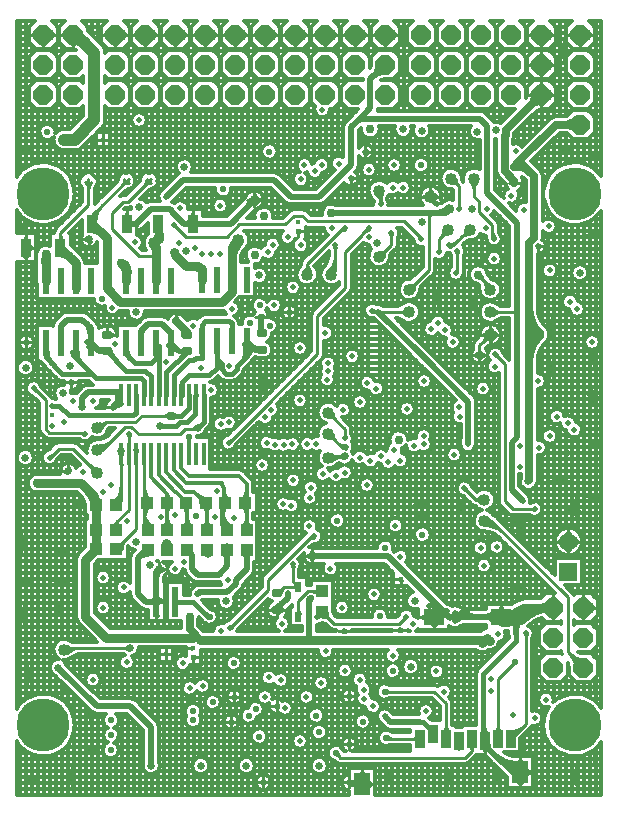
<source format=gbl>
%FSLAX25Y25*%
%MOIN*%
G70*
G01*
G75*
G04 Layer_Physical_Order=4*
G04 Layer_Color=16711680*
%ADD10C,0.01000*%
%ADD11C,0.02000*%
%ADD12C,0.01300*%
%ADD13C,0.01200*%
%ADD14C,0.01500*%
%ADD15C,0.03000*%
%ADD16C,0.02500*%
%ADD17R,0.06700X0.01800*%
%ADD18R,0.08300X0.05900*%
%ADD19R,0.07500X0.09400*%
%ADD20R,0.07500X0.04700*%
%ADD21R,0.05118X0.02756*%
G04:AMPARAMS|DCode=22|XSize=24mil|YSize=36mil|CornerRadius=6mil|HoleSize=0mil|Usage=FLASHONLY|Rotation=270.000|XOffset=0mil|YOffset=0mil|HoleType=Round|Shape=RoundedRectangle|*
%AMROUNDEDRECTD22*
21,1,0.02400,0.02400,0,0,270.0*
21,1,0.01200,0.03600,0,0,270.0*
1,1,0.01200,-0.01200,-0.00600*
1,1,0.01200,-0.01200,0.00600*
1,1,0.01200,0.01200,0.00600*
1,1,0.01200,0.01200,-0.00600*
%
%ADD22ROUNDEDRECTD22*%
%ADD23R,0.04400X0.02400*%
G04:AMPARAMS|DCode=24|XSize=24mil|YSize=36mil|CornerRadius=6mil|HoleSize=0mil|Usage=FLASHONLY|Rotation=180.000|XOffset=0mil|YOffset=0mil|HoleType=Round|Shape=RoundedRectangle|*
%AMROUNDEDRECTD24*
21,1,0.02400,0.02400,0,0,180.0*
21,1,0.01200,0.03600,0,0,180.0*
1,1,0.01200,-0.00600,0.01200*
1,1,0.01200,0.00600,0.01200*
1,1,0.01200,0.00600,-0.01200*
1,1,0.01200,-0.00600,-0.01200*
%
%ADD24ROUNDEDRECTD24*%
%ADD25R,0.01200X0.03200*%
%ADD26R,0.03200X0.01200*%
%ADD27R,0.04400X0.04000*%
%ADD28R,0.04000X0.04400*%
G04:AMPARAMS|DCode=29|XSize=24mil|YSize=36mil|CornerRadius=6mil|HoleSize=0mil|Usage=FLASHONLY|Rotation=135.000|XOffset=0mil|YOffset=0mil|HoleType=Round|Shape=RoundedRectangle|*
%AMROUNDEDRECTD29*
21,1,0.02400,0.02400,0,0,135.0*
21,1,0.01200,0.03600,0,0,135.0*
1,1,0.01200,0.00424,0.01273*
1,1,0.01200,0.01273,0.00424*
1,1,0.01200,-0.00424,-0.01273*
1,1,0.01200,-0.01273,-0.00424*
%
%ADD29ROUNDEDRECTD29*%
%ADD30R,0.02400X0.02000*%
%ADD31R,0.04800X0.03200*%
%ADD32R,0.01600X0.01600*%
%ADD33R,0.02400X0.02400*%
%ADD34R,0.06300X0.03600*%
%ADD35R,0.03600X0.06300*%
%ADD36R,0.02000X0.01200*%
%ADD37R,0.07100X0.04000*%
%ADD38R,0.03200X0.03600*%
G04:AMPARAMS|DCode=39|XSize=28mil|YSize=56mil|CornerRadius=5.6mil|HoleSize=0mil|Usage=FLASHONLY|Rotation=0.000|XOffset=0mil|YOffset=0mil|HoleType=Round|Shape=RoundedRectangle|*
%AMROUNDEDRECTD39*
21,1,0.02800,0.04480,0,0,0.0*
21,1,0.01680,0.05600,0,0,0.0*
1,1,0.01120,0.00840,-0.02240*
1,1,0.01120,-0.00840,-0.02240*
1,1,0.01120,-0.00840,0.02240*
1,1,0.01120,0.00840,0.02240*
%
%ADD39ROUNDEDRECTD39*%
G04:AMPARAMS|DCode=40|XSize=20mil|YSize=12mil|CornerRadius=2.4mil|HoleSize=0mil|Usage=FLASHONLY|Rotation=0.000|XOffset=0mil|YOffset=0mil|HoleType=Round|Shape=RoundedRectangle|*
%AMROUNDEDRECTD40*
21,1,0.02000,0.00720,0,0,0.0*
21,1,0.01520,0.01200,0,0,0.0*
1,1,0.00480,0.00760,-0.00360*
1,1,0.00480,-0.00760,-0.00360*
1,1,0.00480,-0.00760,0.00360*
1,1,0.00480,0.00760,0.00360*
%
%ADD40ROUNDEDRECTD40*%
%ADD41R,0.02000X0.01200*%
G04:AMPARAMS|DCode=42|XSize=24mil|YSize=36mil|CornerRadius=6mil|HoleSize=0mil|Usage=FLASHONLY|Rotation=225.000|XOffset=0mil|YOffset=0mil|HoleType=Round|Shape=RoundedRectangle|*
%AMROUNDEDRECTD42*
21,1,0.02400,0.02400,0,0,225.0*
21,1,0.01200,0.03600,0,0,225.0*
1,1,0.01200,-0.01273,0.00424*
1,1,0.01200,-0.00424,0.01273*
1,1,0.01200,0.01273,-0.00424*
1,1,0.01200,0.00424,-0.01273*
%
%ADD42ROUNDEDRECTD42*%
%ADD43R,0.01800X0.01200*%
%ADD44R,0.02400X0.03600*%
%ADD45R,0.04000X0.05600*%
%ADD46R,0.01200X0.02600*%
%ADD47R,0.02600X0.01200*%
%ADD48R,0.02800X0.05200*%
G04:AMPARAMS|DCode=49|XSize=60mil|YSize=12mil|CornerRadius=0mil|HoleSize=0mil|Usage=FLASHONLY|Rotation=225.000|XOffset=0mil|YOffset=0mil|HoleType=Round|Shape=Rectangle|*
%AMROTATEDRECTD49*
4,1,4,0.01697,0.02546,0.02546,0.01697,-0.01697,-0.02546,-0.02546,-0.01697,0.01697,0.02546,0.0*
%
%ADD49ROTATEDRECTD49*%

G04:AMPARAMS|DCode=50|XSize=12mil|YSize=60mil|CornerRadius=0mil|HoleSize=0mil|Usage=FLASHONLY|Rotation=225.000|XOffset=0mil|YOffset=0mil|HoleType=Round|Shape=Rectangle|*
%AMROTATEDRECTD50*
4,1,4,-0.01697,0.02546,0.02546,-0.01697,0.01697,-0.02546,-0.02546,0.01697,-0.01697,0.02546,0.0*
%
%ADD50ROTATEDRECTD50*%

G04:AMPARAMS|DCode=51|XSize=12mil|YSize=59.06mil|CornerRadius=0mil|HoleSize=0mil|Usage=FLASHONLY|Rotation=225.000|XOffset=0mil|YOffset=0mil|HoleType=Round|Shape=Rectangle|*
%AMROTATEDRECTD51*
4,1,4,-0.01664,0.02512,0.02512,-0.01664,0.01664,-0.02512,-0.02512,0.01664,-0.01664,0.02512,0.0*
%
%ADD51ROTATEDRECTD51*%

%ADD52R,0.06299X0.03150*%
%ADD53R,0.12205X0.08661*%
%ADD54R,0.05200X0.01700*%
%ADD55R,0.02400X0.08700*%
%ADD56R,0.01400X0.03400*%
%ADD57R,0.01200X0.03400*%
%ADD58R,0.03400X0.01200*%
%ADD59R,0.03600X0.02400*%
%ADD60R,0.01575X0.00984*%
%ADD61R,0.04800X0.05600*%
%ADD62C,0.01800*%
%ADD63C,0.05000*%
%ADD64R,0.07400X0.02047*%
%ADD65R,0.03900X0.03500*%
%ADD66R,0.07300X0.04400*%
%ADD67P,0.07036X8X22.5*%
%ADD68C,0.17716*%
%ADD69R,0.01800X0.01800*%
%ADD70R,0.05906X0.05906*%
%ADD71C,0.05906*%
%ADD72P,0.07036X8X112.5*%
%ADD73C,0.02000*%
%ADD74C,0.02200*%
%ADD75C,0.02500*%
%ADD76C,0.04000*%
%ADD77C,0.02300*%
%ADD78C,0.03000*%
%ADD79C,0.04000*%
G04:AMPARAMS|DCode=80|XSize=40mil|YSize=40mil|CornerRadius=20mil|HoleSize=0mil|Usage=FLASHONLY|Rotation=0.000|XOffset=0mil|YOffset=0mil|HoleType=Round|Shape=RoundedRectangle|*
%AMROUNDEDRECTD80*
21,1,0.04000,0.00000,0,0,0.0*
21,1,0.00000,0.04000,0,0,0.0*
1,1,0.04000,0.00000,0.00000*
1,1,0.04000,0.00000,0.00000*
1,1,0.04000,0.00000,0.00000*
1,1,0.04000,0.00000,0.00000*
%
%ADD80ROUNDEDRECTD80*%
G04:AMPARAMS|DCode=81|XSize=40mil|YSize=40mil|CornerRadius=20mil|HoleSize=0mil|Usage=FLASHONLY|Rotation=270.000|XOffset=0mil|YOffset=0mil|HoleType=Round|Shape=RoundedRectangle|*
%AMROUNDEDRECTD81*
21,1,0.04000,0.00000,0,0,270.0*
21,1,0.00000,0.04000,0,0,270.0*
1,1,0.04000,0.00000,0.00000*
1,1,0.04000,0.00000,0.00000*
1,1,0.04000,0.00000,0.00000*
1,1,0.04000,0.00000,0.00000*
%
%ADD81ROUNDEDRECTD81*%
%ADD82R,0.02362X0.09843*%
%ADD83R,0.02400X0.03200*%
%ADD84R,0.03600X0.06300*%
%ADD85R,0.01400X0.07800*%
%ADD86R,0.05600X0.07500*%
%ADD87R,0.07100X0.05600*%
%ADD88R,0.03200X0.06000*%
%ADD89C,0.03500*%
D10*
X-168307Y210661D02*
X-167784Y211444D01*
X-167600Y212368D01*
X-167416Y211444D01*
X-166893Y210661D01*
X-166110Y210137D01*
X-165186Y209954D01*
X-166110Y209770D01*
X-166893Y209246D01*
X-167416Y208463D01*
X-167600Y207539D01*
X-167784Y208463D01*
X-168307Y209246D01*
X-169090Y209770D01*
X-170014Y209954D01*
X-169090Y210137D01*
X-168307Y210661D01*
X-216346Y165286D02*
X-215493Y164932D01*
X-216346Y164579D01*
X-217054Y165286D02*
X-216700Y166139D01*
X-216346Y165286D01*
X-217054D02*
X-216700Y166139D01*
X-216346Y165286D01*
X-130946Y226261D02*
X-130593Y227114D01*
X-130239Y226261D01*
Y225554D02*
X-130593Y224700D01*
X-130946Y225554D01*
X-130239Y226261D02*
X-129386Y225907D01*
X-130239Y225554D01*
X-135146Y216735D02*
X-135500Y215881D01*
X-135854Y216735D01*
X-135146Y217442D02*
X-134293Y217088D01*
X-135146Y216735D01*
X-206646Y201646D02*
X-207000Y200793D01*
X-207353Y201646D01*
X-243800Y191310D02*
X-244354Y192647D01*
X-243000Y194000D02*
X-243783Y193815D01*
X-244400Y193300D01*
X-241000Y194000D02*
X-241989Y193846D01*
X-242884Y193399D01*
X-243600Y192700D01*
X-244354Y193353D02*
X-243800Y194690D01*
X-243247Y162032D02*
X-243600Y161179D01*
X-243953Y162032D01*
Y162739D02*
X-243600Y163593D01*
X-243247Y162739D01*
X-242393Y162386D01*
X-243247Y162032D01*
X-243953D02*
X-244807Y162386D01*
X-243953Y162739D01*
X-228972Y148764D02*
X-229825Y149118D01*
X-228972Y149471D01*
X-228264D02*
X-227411Y149118D01*
X-228264Y148764D01*
X-228618Y147911D01*
X-228972Y148764D01*
X-235869Y124500D02*
X-235016Y124854D01*
X-235016Y124854D02*
X-235369Y124000D01*
X-215098Y140402D02*
X-215951Y140756D01*
X-215098Y141110D01*
X-99647Y192647D02*
X-100000Y191793D01*
X-100354Y192647D01*
X-100854Y185854D02*
X-100222Y186799D01*
X-100000Y187914D01*
X-156353Y172854D02*
X-156000Y173707D01*
X-155647Y172854D01*
X-156353Y172146D02*
X-157207Y172500D01*
X-156353Y172854D01*
X-155647D02*
X-154793Y172500D01*
X-155647Y172146D01*
X-156000Y171293D01*
X-156353Y172146D01*
X-165854Y170647D02*
X-166707Y171000D01*
X-165854Y171353D01*
X-165147D02*
X-164293Y171000D01*
X-165147Y170647D01*
X-128129Y173335D02*
X-127278Y172718D01*
X-126249Y172500D01*
X-137854Y130853D02*
X-137500Y131707D01*
X-137146Y130853D01*
X-209146Y131647D02*
X-209550Y130672D01*
Y130913D02*
X-209854Y131647D01*
X-206702Y126091D02*
X-207050Y125251D01*
Y125224D02*
X-207409Y126091D01*
X-206713Y126080D02*
X-207050Y125300D01*
Y125300D02*
X-207392Y126075D01*
X-137980Y123820D02*
X-139261Y124350D01*
X-137980Y124880D01*
X-211670Y125489D02*
X-212200Y124209D01*
X-212730Y125489D01*
X-72646Y194853D02*
X-71793Y194500D01*
X-72646Y194147D01*
X-73000Y193293D01*
X-73353Y194147D01*
X-121646Y198646D02*
X-122000Y197793D01*
X-122353Y198646D01*
X-125854Y208854D02*
X-125500Y209707D01*
X-125146Y208854D01*
X-106353Y192853D02*
X-106000Y193707D01*
X-105647Y192853D01*
X-102689Y194200D02*
X-101362Y194750D01*
X-102689Y195200D02*
X-101578Y195346D01*
X-100543Y195775D01*
X-99654Y196457D01*
X-102335Y195054D02*
X-101482Y194700D01*
X-102335Y194346D01*
X-224354Y131647D02*
X-225078Y132130D01*
X-225932Y132300D01*
X-123773Y46424D02*
X-122748Y46000D01*
X-123773Y45576D01*
X-139900Y25500D02*
X-139476Y24476D01*
X-139476Y24476D02*
X-140500Y24900D01*
X-154488Y88005D02*
X-154842Y87151D01*
X-155195Y88005D01*
X-189518Y133500D02*
X-188607Y133620D01*
X-187759Y133971D01*
X-187030Y134530D01*
X-92000Y185000D02*
X-91816Y184076D01*
X-91293Y183293D01*
X-91293Y183293D02*
X-92076Y183816D01*
X-93000Y184000D01*
X-196207Y137293D02*
X-196990Y137816D01*
X-197914Y138000D01*
X-196990Y138184D01*
X-196207Y138707D01*
X-135646Y44817D02*
X-134793Y44464D01*
X-135646Y44110D01*
X-136354Y44817D02*
X-136000Y45671D01*
X-135646Y44817D01*
Y44110D02*
X-136000Y43256D01*
X-136354Y44110D01*
X-137207Y44464D01*
X-136354Y44817D01*
X-135646Y28146D02*
X-136000Y27293D01*
X-136354Y28146D01*
Y28854D02*
X-136000Y29707D01*
X-135646Y28854D01*
X-136354Y28146D02*
X-137207Y28500D01*
X-136354Y28854D01*
X-135646D02*
X-134793Y28500D01*
X-135646Y28146D01*
X-165020Y16097D02*
X-164667Y16951D01*
X-164313Y16097D01*
X-163460Y15744D01*
X-164313Y15390D01*
X-164667Y14537D01*
X-165020Y15390D01*
X-165874Y15744D01*
X-165020Y16097D01*
X-136354D02*
X-136000Y16951D01*
X-135646Y16097D01*
X-136354Y15390D02*
X-137207Y15744D01*
X-136354Y16097D01*
X-135646Y15390D02*
X-136000Y14537D01*
X-136354Y15390D01*
X-223186Y196314D02*
X-224467Y196844D01*
X-223186Y197374D01*
X-222126Y196314D02*
X-222656Y195033D01*
X-223186Y196314D01*
X-194230Y169930D02*
X-193700Y171211D01*
X-193170Y169930D01*
X-93130Y158730D02*
X-92600Y160011D01*
X-92070Y158730D01*
Y157670D02*
X-92600Y156389D01*
X-93130Y157670D01*
X-92070Y158730D02*
X-90789Y158200D01*
X-92070Y157670D01*
X-93130D02*
X-94411Y158200D01*
X-93130Y158730D01*
X-230130Y118870D02*
X-231411Y119400D01*
X-230130Y119930D01*
X-229600Y121211D01*
X-229070Y119930D01*
X-199830Y87330D02*
X-199300Y88611D01*
X-198770Y87330D01*
X-197489Y86800D01*
X-198770Y86270D01*
X-199670Y75970D02*
X-200099Y75327D01*
X-200250Y74570D01*
Y74809D02*
X-200730Y75970D01*
X-199670Y77030D02*
X-198389Y76500D01*
X-199670Y75970D01*
X-199522Y76821D02*
X-198929Y76150D01*
X-198069Y75901D01*
X-147612Y97200D02*
X-148549Y97077D01*
X-149422Y96715D01*
X-150172Y96139D01*
X-160554Y41554D02*
X-160200Y42407D01*
X-159846Y41554D01*
X-160554Y40846D02*
X-161407Y41200D01*
X-160554Y41554D01*
X-159846Y40846D02*
X-160200Y39993D01*
X-160554Y40846D01*
X-137346Y66654D02*
X-136493Y66300D01*
X-137346Y65947D01*
X-138054D02*
X-138907Y66300D01*
X-138054Y66654D01*
X-74554Y106447D02*
X-75407Y106800D01*
X-74554Y107153D01*
X-138566Y127566D02*
X-137939Y127147D01*
X-137200Y127000D01*
X-140273Y129273D02*
X-139373Y128582D01*
X-138325Y128148D01*
X-137200Y128000D01*
X-137554Y127146D02*
X-138407Y127500D01*
X-137554Y127854D01*
X-123276Y31024D02*
X-122473Y30488D01*
X-121527Y30300D01*
X-147970Y90770D02*
X-148500Y89489D01*
X-149030Y90770D01*
Y91830D02*
X-148500Y93111D01*
X-147970Y91830D01*
X-149030Y90770D02*
X-150311Y91300D01*
X-149030Y91830D01*
X-80600Y55400D02*
X-81624Y54976D01*
X-81624Y54976D02*
X-81200Y56000D01*
X-76746Y65146D02*
X-77132Y64217D01*
Y64369D02*
X-77454Y65146D01*
X-194000Y201663D02*
X-193639Y200792D01*
X-193664Y200817D02*
X-194500Y201163D01*
X-112600Y196800D02*
X-112765Y197632D01*
X-113236Y198336D01*
X-176200Y129400D02*
X-175346Y129753D01*
X-175347Y129754D02*
X-175700Y128900D01*
X-129400Y200000D02*
X-130614Y199497D01*
X-129434Y200001D02*
X-130517Y199594D01*
X-86800Y158400D02*
X-86446Y157546D01*
X-86446Y157546D02*
X-87300Y157900D01*
X-174753Y43846D02*
X-175607Y44200D01*
X-174753Y44554D01*
X-174047D02*
X-173193Y44200D01*
X-174047Y43846D01*
X-174753Y44554D02*
X-174400Y45407D01*
X-174047Y44554D01*
Y43846D02*
X-174400Y42993D01*
X-174753Y43846D01*
X-175047Y35546D02*
X-175400Y34693D01*
X-175753Y35546D01*
X-175047Y36254D02*
X-174193Y35900D01*
X-175047Y35546D01*
X-175753Y36254D02*
X-175400Y37107D01*
X-175047Y36254D01*
X-175753Y35546D02*
X-176607Y35900D01*
X-175753Y36254D01*
X-119353Y66047D02*
X-120207Y66400D01*
X-119353Y66754D01*
X-118647D02*
X-117793Y66400D01*
X-118647Y66047D01*
X-117000Y70500D02*
X-117854Y70147D01*
X-117853Y70146D02*
X-117500Y71000D01*
X-175700Y67700D02*
X-174846Y68054D01*
X-174846Y68054D02*
X-175200Y67200D01*
X-240700Y147153D02*
X-240347Y146300D01*
X-240346Y146300D02*
X-241200Y146653D01*
X-145567Y72086D02*
X-146100Y70800D01*
X-99400Y208248D02*
X-98946Y207154D01*
X-88300Y199414D02*
X-88078Y198299D01*
X-87446Y197353D01*
X-209530Y59970D02*
X-210811Y60500D01*
X-209530Y61030D01*
X-140446Y194346D02*
X-140800Y193493D01*
X-141154Y194346D01*
X-137500Y200000D02*
X-138527Y199796D01*
X-139397Y199214D01*
X-108000Y208700D02*
X-108353Y209554D01*
X-108354Y209554D02*
X-107500Y209200D01*
X-107147Y209053D02*
X-106293Y208700D01*
X-107147Y208347D01*
X-97100Y113800D02*
X-96746Y112946D01*
X-96746Y112946D02*
X-97600Y113300D01*
X-99785Y27485D02*
X-99432Y28339D01*
X-99078Y27485D01*
X-158905Y73813D02*
X-157710Y73318D01*
X-158905Y72823D01*
X-161095D02*
X-162290Y73318D01*
X-161095Y73813D01*
X-159505Y72823D02*
X-160000Y71628D01*
X-160495Y72823D01*
X-157909Y80921D02*
X-158523Y79977D01*
X-158701Y78865D01*
X-113247Y29522D02*
X-114109Y30098D01*
X-115125Y30300D01*
X-114109Y30502D01*
X-113247Y31078D01*
X-104509Y32478D02*
X-103934Y33339D01*
X-103732Y34356D01*
X-103530Y33339D01*
X-102954Y32478D01*
X-94359Y28117D02*
X-94931Y27270D01*
X-95132Y26269D01*
X-95333Y27270D01*
X-95904Y28117D01*
X-89966Y27310D02*
X-90532Y26483D01*
X-90732Y25500D01*
X-90931Y26483D01*
X-91498Y27310D01*
X-87209Y32478D02*
X-86610Y33374D01*
X-86400Y34432D01*
Y34279D02*
X-86206Y33304D01*
X-85654Y32478D01*
X-82132Y31800D02*
X-81194Y31923D01*
X-80321Y32285D01*
X-79571Y32861D01*
X-82132Y32800D02*
X-81187Y32874D01*
X-80266Y33095D01*
X-79391Y33458D01*
X-78584Y33953D01*
X-77864Y34568D01*
X-129762Y16266D02*
X-129030Y15487D01*
X-128000Y15200D01*
X-129030Y14912D01*
X-129762Y14133D01*
X-132867Y18188D02*
X-132087Y18920D01*
X-131800Y19950D01*
X-131513Y18920D01*
X-130733Y18188D01*
X-110572Y69854D02*
X-111304Y70634D01*
X-112334Y70921D01*
X-111304Y71209D01*
X-110572Y71988D01*
X-106718Y68883D02*
X-107497Y68151D01*
X-107784Y67121D01*
X-108072Y68151D01*
X-108851Y68883D01*
X-86398Y72959D02*
X-85619Y73691D01*
X-85332Y74721D01*
X-85044Y73691D01*
X-84265Y72959D01*
X-77965Y16112D02*
X-78744Y15380D01*
X-79032Y14350D01*
X-79319Y15380D01*
X-80098Y16112D01*
X-76994Y20166D02*
X-76262Y19387D01*
X-75232Y19100D01*
X-76262Y18812D01*
X-76994Y18033D01*
X-80098Y22088D02*
X-79319Y22820D01*
X-79032Y23850D01*
X-78744Y22820D01*
X-77965Y22088D01*
X-213050Y107947D02*
X-212421Y108888D01*
X-212200Y109998D01*
X-213757Y108654D02*
X-213096Y109459D01*
X-212605Y110378D01*
X-212302Y111375D01*
X-212200Y112412D01*
X-214464Y109361D02*
X-213797Y110121D01*
X-213235Y110962D01*
X-212788Y111869D01*
X-212463Y112826D01*
X-212266Y113818D01*
X-212200Y114827D01*
X-213403Y95106D02*
X-212202Y95345D01*
X-211184Y96025D01*
X-210701Y96508D02*
X-211353Y95658D01*
X-211763Y94668D01*
X-211903Y93606D01*
X-242961Y191657D02*
X-243580Y190846D01*
X-243800Y189850D01*
X-244020Y190846D01*
X-244639Y191657D01*
X-242807Y194839D02*
X-241996Y194220D01*
X-241000Y194000D01*
X-241996Y193780D01*
X-242807Y193161D01*
X-244639Y196343D02*
X-244020Y197154D01*
X-243800Y198150D01*
X-243580Y197154D01*
X-242961Y196343D01*
X-233211Y196269D02*
X-232530Y197287D01*
X-232291Y198489D01*
X-232052Y197287D01*
X-231372Y196269D01*
X-214282Y101291D02*
X-213603Y102397D01*
X-212924Y101291D01*
X-203259Y108641D02*
X-203959Y107728D01*
X-204400Y106665D01*
X-204550Y105524D01*
X-202552Y107934D02*
X-203247Y107120D01*
X-203806Y106207D01*
X-204216Y105218D01*
X-204466Y104177D01*
X-204550Y103110D01*
Y112465D02*
X-204400Y111324D01*
X-203959Y110261D01*
X-203259Y109348D01*
X-204550Y114879D02*
X-204466Y113812D01*
X-204216Y112771D01*
X-203806Y111782D01*
X-203247Y110869D01*
X-202552Y110055D01*
X-204550Y102153D02*
X-204434Y101272D01*
X-204094Y100451D01*
X-203553Y99747D01*
X-204550Y104567D02*
X-204478Y103657D01*
X-204265Y102769D01*
X-203916Y101926D01*
X-203439Y101148D01*
X-202846Y100454D01*
X-204550Y106981D02*
X-204480Y105907D01*
X-204270Y104851D01*
X-203923Y103831D01*
X-203447Y102866D01*
X-202849Y101970D01*
X-202139Y101161D01*
X-211909Y121959D02*
X-212200Y121255D01*
X-215605Y165427D02*
X-214410Y164932D01*
X-215605Y164437D01*
X-217195Y165427D02*
X-216700Y166622D01*
X-216205Y165427D01*
X-217195D02*
X-216700Y166622D01*
X-216205Y165427D01*
X-211039Y204343D02*
X-210420Y205154D01*
X-210200Y206150D01*
X-209980Y205154D01*
X-209361Y204343D01*
X-220177Y206323D02*
X-220845Y205452D01*
X-221265Y204438D01*
X-221409Y203350D01*
X-218470Y208030D02*
X-219145Y207240D01*
X-219687Y206355D01*
X-220085Y205395D01*
X-220327Y204385D01*
X-220409Y203350D01*
X-189039Y204343D02*
X-188420Y205154D01*
X-188200Y206150D01*
X-187980Y205154D01*
X-187361Y204343D01*
X-141500Y139000D02*
X-141377Y138063D01*
X-141015Y137189D01*
X-140439Y136439D01*
X-141189Y137015D01*
X-142063Y137377D01*
X-143000Y137500D01*
X-141500Y132000D02*
X-141377Y131063D01*
X-141015Y130189D01*
X-140439Y129439D01*
X-141189Y130015D01*
X-142063Y130377D01*
X-143000Y130500D01*
X-141939Y125061D02*
X-141152Y124535D01*
X-140224Y124350D01*
X-140948D02*
X-141867Y124167D01*
X-142647Y123646D01*
X-138534Y124350D02*
X-139473Y124258D01*
X-140377Y123983D01*
X-141209Y123538D01*
X-141939Y122939D01*
X-100500Y217000D02*
X-100377Y216063D01*
X-100015Y215189D01*
X-99439Y214439D01*
X-100189Y215015D01*
X-101063Y215377D01*
X-102000Y215500D01*
X-103000Y198500D02*
X-103937Y198377D01*
X-104811Y198015D01*
X-105561Y197439D01*
X-104985Y198189D01*
X-104623Y199063D01*
X-104500Y200000D01*
X-151058Y186063D02*
X-150484Y186809D01*
X-150123Y187678D01*
X-150000Y188611D01*
X-149877Y187678D01*
X-149516Y186809D01*
X-148942Y186063D01*
X-124939Y211939D02*
X-125354Y211318D01*
X-125500Y210586D01*
Y210736D02*
X-125718Y211772D01*
X-126337Y212630D01*
X-125500Y208473D02*
X-125600Y209427D01*
X-125894Y210341D01*
X-126371Y211174D01*
X-127010Y211891D01*
X-95650Y199500D02*
X-96538Y199323D01*
X-97291Y198820D01*
X-95650Y198500D02*
X-96574Y198409D01*
X-97462Y198140D01*
X-98281Y197702D01*
X-98998Y197113D01*
X-97885Y198227D02*
X-97341Y199040D01*
X-97150Y200000D01*
X-110200Y210100D02*
X-110994Y210763D01*
X-112000Y211000D01*
X-110994Y211238D01*
X-110200Y211900D01*
X-109900Y212200D02*
X-109238Y212994D01*
X-109000Y214000D01*
X-108763Y212994D01*
X-108100Y212200D01*
X-107800Y211900D02*
X-107006Y211238D01*
X-106000Y211000D01*
X-107006Y210763D01*
X-107800Y210100D01*
X-141647Y184646D02*
X-141020Y185584D01*
X-140800Y186690D01*
X-142353Y185354D02*
X-141694Y186157D01*
X-141204Y187074D01*
X-140902Y188069D01*
X-140800Y189104D01*
X-143061Y186061D02*
X-142395Y186820D01*
X-141834Y187659D01*
X-141387Y188565D01*
X-141063Y189521D01*
X-140866Y190511D01*
X-140800Y191518D01*
X-87800Y165900D02*
X-87006Y165237D01*
X-86000Y165000D01*
X-87006Y164762D01*
X-87800Y164100D01*
X-88100Y163800D02*
X-88762Y163006D01*
X-89000Y162000D01*
X-89237Y163006D01*
X-89900Y163800D01*
X-89000Y163500D02*
X-89937Y163377D01*
X-90811Y163015D01*
X-91561Y162439D01*
X-90985Y163189D01*
X-90623Y164063D01*
X-90500Y165000D01*
X-89900Y166200D02*
X-89237Y166994D01*
X-89000Y168000D01*
X-88762Y166994D01*
X-88100Y166200D01*
X-90200Y164100D02*
X-90994Y164762D01*
X-92000Y165000D01*
X-90994Y165237D01*
X-90200Y165900D01*
X-89500Y180000D02*
X-89623Y180937D01*
X-89985Y181811D01*
X-90561Y182561D01*
X-90500Y180000D02*
X-90574Y180944D01*
X-90795Y181865D01*
X-91158Y182740D01*
X-91653Y183548D01*
X-92268Y184268D01*
X-89854Y181853D02*
X-89000Y181500D01*
X-87939Y173561D02*
X-87189Y172985D01*
X-86316Y172623D01*
X-85379Y172500D01*
X-86316Y172377D01*
X-87189Y172015D01*
X-87939Y171439D01*
X-87927Y102227D02*
X-88827Y102918D01*
X-89875Y103352D01*
X-91000Y103500D01*
X-86220Y100520D02*
X-87027Y101209D01*
X-87931Y101763D01*
X-88911Y102169D01*
X-89943Y102417D01*
X-91000Y102500D01*
X-84513Y98813D02*
X-85280Y99498D01*
X-86119Y100094D01*
X-87020Y100592D01*
X-87970Y100985D01*
X-88959Y101270D01*
X-89973Y101442D01*
X-91000Y101500D01*
X-92249Y109169D02*
X-92920Y109779D01*
X-93800Y110000D01*
X-92920Y110221D01*
X-92249Y110831D01*
X-116000Y181500D02*
X-115063Y181623D01*
X-114189Y181985D01*
X-113439Y182561D01*
X-114015Y181811D01*
X-114377Y180937D01*
X-114500Y180000D01*
X-117061Y171439D02*
X-117811Y172015D01*
X-118684Y172377D01*
X-119621Y172500D01*
X-118684Y172623D01*
X-117811Y172985D01*
X-117061Y173561D01*
X-126000Y192500D02*
X-125063Y192623D01*
X-124189Y192985D01*
X-123439Y193561D01*
X-124015Y192811D01*
X-124377Y191937D01*
X-124500Y191000D01*
X-146061Y78339D02*
X-146846Y78942D01*
X-147761Y79321D01*
X-148742Y79450D01*
X-148500D02*
X-147607Y79568D01*
X-146775Y79912D01*
X-146061Y80461D01*
X-143500Y72453D02*
X-143261Y71253D01*
X-142581Y70234D01*
X-142098Y69751D02*
X-142948Y70404D01*
X-143938Y70814D01*
X-145000Y70954D01*
X-154642Y82563D02*
X-153923Y82111D01*
X-153079Y82017D01*
X-153495Y80426D02*
X-154690Y80921D01*
X-153495Y81416D01*
Y71895D02*
X-153000Y73090D01*
X-152505Y71895D01*
X-199768Y71679D02*
X-200250Y70516D01*
X-200731Y71679D01*
X-197950Y76500D02*
X-198935Y76244D01*
X-199671Y75542D01*
X-199768Y76382D02*
X-198605Y75901D01*
X-199768Y75419D01*
X-220000Y127000D02*
X-219011Y127097D01*
X-218060Y127386D01*
X-217183Y127854D01*
X-216415Y128485D01*
X-220000Y128000D02*
X-219023Y128064D01*
X-218063Y128255D01*
X-217136Y128570D01*
X-216258Y129003D01*
X-215444Y129547D01*
X-214708Y130192D01*
X-221500Y119000D02*
X-221623Y119937D01*
X-221985Y120811D01*
X-222561Y121561D01*
X-221811Y120985D01*
X-220937Y120623D01*
X-220000Y120500D01*
X-219461Y135400D02*
X-218628Y135252D01*
X-217801Y135427D01*
X-217100Y135900D01*
X-218146Y134854D02*
X-218500Y134000D01*
X-229939Y61061D02*
X-229318Y60646D01*
X-228586Y60500D01*
X-229701Y60278D01*
X-230646Y59646D01*
X-226172Y60500D02*
X-227211Y60398D01*
X-228211Y60094D01*
X-229132Y59602D01*
X-229939Y58939D01*
X-93439Y215939D02*
X-94015Y215189D01*
X-94377Y214316D01*
X-94500Y213379D01*
X-94623Y214316D01*
X-94985Y215189D01*
X-95561Y215939D01*
X-152717Y199683D02*
X-152034Y199400D01*
X-152717Y199117D01*
X-153000Y198434D01*
X-153283Y199117D01*
X-56491Y266127D02*
X-55787Y265306D01*
X-54750Y265000D01*
X-55787Y264694D01*
X-56491Y263873D01*
X-57873Y262491D02*
X-58694Y261787D01*
X-59000Y260750D01*
X-59306Y261787D01*
X-60127Y262491D01*
X-61509Y263873D02*
X-62213Y264694D01*
X-63250Y265000D01*
X-62213Y265306D01*
X-61509Y266127D01*
X-65198Y94911D02*
X-65920Y95706D01*
X-66953Y96000D01*
X-65920Y96294D01*
X-65198Y97089D01*
X-64089Y98198D02*
X-63294Y98920D01*
X-63000Y99953D01*
X-62706Y98920D01*
X-61911Y98198D01*
X-60802Y97089D02*
X-60080Y96294D01*
X-59048Y96000D01*
X-60080Y95706D01*
X-60802Y94911D01*
X-61911Y93802D02*
X-62706Y93080D01*
X-63000Y92047D01*
X-63294Y93080D01*
X-64089Y93802D01*
X-126509Y263873D02*
X-127213Y264694D01*
X-128250Y265000D01*
X-127213Y265306D01*
X-126509Y266127D01*
X-121491D02*
X-120787Y265306D01*
X-119750Y265000D01*
X-120787Y264694D01*
X-121491Y263873D01*
X-122873Y262491D02*
X-123694Y261787D01*
X-124000Y260750D01*
X-124306Y261787D01*
X-125127Y262491D01*
X-187717Y57683D02*
X-187034Y57400D01*
X-187717Y57117D01*
X-188000Y56434D01*
X-188283Y57117D01*
Y60292D02*
X-188966Y60575D01*
X-188283Y60858D01*
X-119102Y83333D02*
X-119784Y83616D01*
X-119102Y83898D01*
X-118536Y83333D02*
X-118819Y82650D01*
X-119102Y83333D01*
X-230509Y263873D02*
X-231213Y264694D01*
X-232250Y265000D01*
X-231213Y265306D01*
X-230509Y266127D01*
X-226873Y262491D02*
X-227694Y261787D01*
X-228000Y260750D01*
X-228306Y261787D01*
X-229127Y262491D01*
X-240509Y263873D02*
X-241213Y264694D01*
X-242250Y265000D01*
X-241213Y265306D01*
X-240509Y266127D01*
X-235491D02*
X-234787Y265306D01*
X-233750Y265000D01*
X-234787Y264694D01*
X-235491Y263873D01*
X-236873Y262491D02*
X-237694Y261787D01*
X-238000Y260750D01*
X-238306Y261787D01*
X-239127Y262491D01*
X-55491Y75127D02*
X-54787Y74306D01*
X-53750Y74000D01*
X-54787Y73694D01*
X-55491Y72873D01*
X-59127Y76509D02*
X-58306Y77213D01*
X-58000Y78250D01*
X-57694Y77213D01*
X-56873Y76509D01*
Y71491D02*
X-57694Y70787D01*
X-58000Y69750D01*
X-58306Y70787D01*
X-59127Y71491D01*
X-59750Y54000D02*
X-59894Y55094D01*
X-60316Y56112D01*
X-60987Y56988D01*
X-60750Y54000D02*
X-60832Y55039D01*
X-61075Y56052D01*
X-61474Y57014D01*
X-62018Y57902D01*
X-62695Y58695D01*
X-60987Y56988D02*
X-60112Y56316D01*
X-59093Y55894D01*
X-58000Y55750D01*
X-62695Y58695D02*
X-61902Y58018D01*
X-61014Y57474D01*
X-60052Y57075D01*
X-59039Y56832D01*
X-58000Y56750D01*
X-66873Y71491D02*
X-67694Y70787D01*
X-68000Y69750D01*
X-68306Y70787D01*
X-69127Y71491D01*
Y76509D02*
X-68306Y77213D01*
X-68000Y78250D01*
X-67694Y77213D01*
X-66873Y76509D01*
X-216509Y263873D02*
X-217213Y264694D01*
X-218250Y265000D01*
X-217213Y265306D01*
X-216509Y266127D01*
X-211491D02*
X-210787Y265306D01*
X-209750Y265000D01*
X-210787Y264694D01*
X-211491Y263873D01*
X-212873Y262491D02*
X-213694Y261787D01*
X-214000Y260750D01*
X-214306Y261787D01*
X-215127Y262491D01*
X-206509Y263873D02*
X-207213Y264694D01*
X-208250Y265000D01*
X-207213Y265306D01*
X-206509Y266127D01*
X-201491D02*
X-200787Y265306D01*
X-199750Y265000D01*
X-200787Y264694D01*
X-201491Y263873D01*
X-202873Y262491D02*
X-203694Y261787D01*
X-204000Y260750D01*
X-204306Y261787D01*
X-205127Y262491D01*
X-191491Y266127D02*
X-190787Y265306D01*
X-189750Y265000D01*
X-190787Y264694D01*
X-191491Y263873D01*
X-196509D02*
X-197213Y264694D01*
X-198250Y265000D01*
X-197213Y265306D01*
X-196509Y266127D01*
X-192873Y262491D02*
X-193694Y261787D01*
X-194000Y260750D01*
X-194306Y261787D01*
X-195127Y262491D01*
X-186509Y263873D02*
X-187213Y264694D01*
X-188250Y265000D01*
X-187213Y265306D01*
X-186509Y266127D01*
X-181491D02*
X-180787Y265306D01*
X-179750Y265000D01*
X-180787Y264694D01*
X-181491Y263873D01*
X-182873Y262491D02*
X-183694Y261787D01*
X-184000Y260750D01*
X-184306Y261787D01*
X-185127Y262491D01*
X-176509Y263873D02*
X-177213Y264694D01*
X-178250Y265000D01*
X-177213Y265306D01*
X-176509Y266127D01*
X-172873Y262491D02*
X-173694Y261787D01*
X-174000Y260750D01*
X-174306Y261787D01*
X-175127Y262491D01*
X-171491Y266127D02*
X-170787Y265306D01*
X-169750Y265000D01*
X-170787Y264694D01*
X-171491Y263873D01*
X-166509D02*
X-167213Y264694D01*
X-168250Y265000D01*
X-167213Y265306D01*
X-166509Y266127D01*
X-161491D02*
X-160787Y265306D01*
X-159750Y265000D01*
X-160787Y264694D01*
X-161491Y263873D01*
X-162873Y262491D02*
X-163694Y261787D01*
X-164000Y260750D01*
X-164306Y261787D01*
X-165127Y262491D01*
X-151491Y266127D02*
X-150787Y265306D01*
X-149750Y265000D01*
X-150787Y264694D01*
X-151491Y263873D01*
X-156509D02*
X-157213Y264694D01*
X-158250Y265000D01*
X-157213Y265306D01*
X-156509Y266127D01*
X-152873Y262491D02*
X-153694Y261787D01*
X-154000Y260750D01*
X-154306Y261787D01*
X-155127Y262491D01*
X-141491Y266127D02*
X-140787Y265306D01*
X-139750Y265000D01*
X-140787Y264694D01*
X-141491Y263873D01*
X-142873Y262491D02*
X-143694Y261787D01*
X-144000Y260750D01*
X-144306Y261787D01*
X-145127Y262491D01*
X-146509Y263873D02*
X-147213Y264694D01*
X-148250Y265000D01*
X-147213Y265306D01*
X-146509Y266127D01*
X-136509Y263873D02*
X-137213Y264694D01*
X-138250Y265000D01*
X-137213Y265306D01*
X-136509Y266127D01*
X-131491D02*
X-130787Y265306D01*
X-129750Y265000D01*
X-130787Y264694D01*
X-131491Y263873D01*
X-132873Y262491D02*
X-133694Y261787D01*
X-134000Y260750D01*
X-134306Y261787D01*
X-135127Y262491D01*
X-73127Y247509D02*
X-72306Y248213D01*
X-72000Y249250D01*
X-71694Y248213D01*
X-70873Y247509D01*
Y242491D02*
X-71694Y241787D01*
X-72000Y240750D01*
X-72306Y241787D01*
X-73127Y242491D01*
X-69491Y246127D02*
X-68787Y245306D01*
X-67750Y245000D01*
X-68787Y244694D01*
X-69491Y243873D01*
X-74509D02*
X-75213Y244694D01*
X-76250Y245000D01*
X-75213Y245306D01*
X-74509Y246127D01*
X-73127Y257509D02*
X-72306Y258213D01*
X-72000Y259250D01*
X-71694Y258213D01*
X-70873Y257509D01*
X-69491Y256127D02*
X-68787Y255306D01*
X-67750Y255000D01*
X-68787Y254694D01*
X-69491Y253873D01*
X-70873Y252491D02*
X-71694Y251787D01*
X-72000Y250750D01*
X-72306Y251787D01*
X-73127Y252491D01*
X-74509Y253873D02*
X-75213Y254694D01*
X-76250Y255000D01*
X-75213Y255306D01*
X-74509Y256127D01*
X-69491Y266127D02*
X-68787Y265306D01*
X-67750Y265000D01*
X-68787Y264694D01*
X-69491Y263873D01*
X-70873Y262491D02*
X-71694Y261787D01*
X-72000Y260750D01*
X-72306Y261787D01*
X-73127Y262491D01*
X-74509Y263873D02*
X-75213Y264694D01*
X-76250Y265000D01*
X-75213Y265306D01*
X-74509Y266127D01*
X-235869Y124500D02*
X-235016Y124854D01*
X-235016Y124854D02*
X-235369Y124000D01*
X-99647Y192647D02*
X-100000Y191793D01*
X-100354Y192647D01*
X-100854Y185854D02*
X-100222Y186799D01*
X-100000Y187914D01*
X-128129Y173335D02*
X-127278Y172718D01*
X-126249Y172500D01*
X-137854Y130853D02*
X-137500Y131707D01*
X-137146Y130853D01*
X-209146Y131647D02*
X-209550Y130672D01*
Y130913D02*
X-209854Y131647D01*
X-206702Y126091D02*
X-207050Y125251D01*
Y125224D02*
X-207409Y126091D01*
X-206713Y126080D02*
X-207050Y125300D01*
Y125300D02*
X-207392Y126075D01*
X-137980Y123820D02*
X-139261Y124350D01*
X-137980Y124880D01*
X-211670Y125489D02*
X-212200Y124209D01*
X-212730Y125489D01*
X-121646Y198646D02*
X-122000Y197793D01*
X-122353Y198646D01*
X-125854Y208854D02*
X-125500Y209707D01*
X-125146Y208854D01*
X-106353Y192853D02*
X-106000Y193707D01*
X-105647Y192853D01*
X-102689Y194200D02*
X-101362Y194750D01*
X-102689Y195200D02*
X-101578Y195346D01*
X-100543Y195775D01*
X-99654Y196457D01*
X-102335Y195054D02*
X-101482Y194700D01*
X-102335Y194346D01*
X-224354Y131647D02*
X-225078Y132130D01*
X-225932Y132300D01*
X-123773Y46424D02*
X-122748Y46000D01*
X-123773Y45576D01*
X-139900Y25500D02*
X-139476Y24476D01*
X-139476Y24476D02*
X-140500Y24900D01*
X-154488Y88005D02*
X-154842Y87151D01*
X-155195Y88005D01*
X-189518Y133500D02*
X-188607Y133620D01*
X-187759Y133971D01*
X-187030Y134530D01*
X-92000Y185000D02*
X-91816Y184076D01*
X-91293Y183293D01*
X-91293Y183293D02*
X-92076Y183816D01*
X-93000Y184000D01*
X-196207Y137293D02*
X-196990Y137816D01*
X-197914Y138000D01*
X-196990Y138184D01*
X-196207Y138707D01*
X-93130Y158730D02*
X-92600Y160011D01*
X-92070Y158730D01*
X-147612Y97200D02*
X-148549Y97077D01*
X-149422Y96715D01*
X-150172Y96139D01*
X-74554Y106447D02*
X-75407Y106800D01*
X-74554Y107153D01*
X-138566Y127566D02*
X-137939Y127147D01*
X-137200Y127000D01*
X-140273Y129273D02*
X-139373Y128582D01*
X-138325Y128148D01*
X-137200Y128000D01*
X-137554Y127146D02*
X-138407Y127500D01*
X-137554Y127854D01*
X-123276Y31024D02*
X-122473Y30488D01*
X-121527Y30300D01*
X-80600Y55400D02*
X-81624Y54976D01*
X-81624Y54976D02*
X-81200Y56000D01*
X-76746Y65146D02*
X-77132Y64217D01*
Y64369D02*
X-77454Y65146D01*
X-194000Y201663D02*
X-193639Y200792D01*
X-193664Y200817D02*
X-194500Y201163D01*
X-112600Y196800D02*
X-112765Y197632D01*
X-113236Y198336D01*
X-176200Y129400D02*
X-175346Y129753D01*
X-175347Y129754D02*
X-175700Y128900D01*
X-129400Y200000D02*
X-130614Y199497D01*
X-129434Y200001D02*
X-130517Y199594D01*
X-86800Y158400D02*
X-86446Y157546D01*
X-86446Y157546D02*
X-87300Y157900D01*
X-117000Y70500D02*
X-117854Y70147D01*
X-117853Y70146D02*
X-117500Y71000D01*
X-175700Y67700D02*
X-174846Y68054D01*
X-174846Y68054D02*
X-175200Y67200D01*
X-240700Y147153D02*
X-240347Y146300D01*
X-240346Y146300D02*
X-241200Y146653D01*
X-145567Y72086D02*
X-146100Y70800D01*
X-99400Y208248D02*
X-98946Y207154D01*
X-88300Y199414D02*
X-88078Y198299D01*
X-87446Y197353D01*
X-209530Y59970D02*
X-210811Y60500D01*
X-209530Y61030D01*
X-140446Y194346D02*
X-140800Y193493D01*
X-141154Y194346D01*
X-137500Y200000D02*
X-138527Y199796D01*
X-139397Y199214D01*
X-108000Y208700D02*
X-108353Y209554D01*
X-108354Y209554D02*
X-107500Y209200D01*
X-97100Y113800D02*
X-96746Y112946D01*
X-96746Y112946D02*
X-97600Y113300D01*
X-99785Y27485D02*
X-99432Y28339D01*
X-99078Y27485D01*
X-157909Y80921D02*
X-158523Y79977D01*
X-158701Y78865D01*
X-113247Y29522D02*
X-114109Y30098D01*
X-115125Y30300D01*
X-114109Y30502D01*
X-113247Y31078D01*
X-104509Y32478D02*
X-103934Y33339D01*
X-103732Y34356D01*
X-103530Y33339D01*
X-102954Y32478D01*
X-94359Y28117D02*
X-94931Y27270D01*
X-95132Y26269D01*
X-95333Y27270D01*
X-95904Y28117D01*
X-87209Y32478D02*
X-86610Y33374D01*
X-86400Y34432D01*
Y34279D02*
X-86206Y33304D01*
X-85654Y32478D01*
X-82132Y31800D02*
X-81194Y31923D01*
X-80321Y32285D01*
X-79571Y32861D01*
X-82132Y32800D02*
X-81187Y32874D01*
X-80266Y33095D01*
X-79391Y33458D01*
X-78584Y33953D01*
X-77864Y34568D01*
X-213050Y107947D02*
X-212421Y108888D01*
X-212200Y109998D01*
X-213757Y108654D02*
X-213096Y109459D01*
X-212605Y110378D01*
X-212302Y111375D01*
X-212200Y112412D01*
X-214464Y109361D02*
X-213797Y110121D01*
X-213235Y110962D01*
X-212788Y111869D01*
X-212463Y112826D01*
X-212266Y113818D01*
X-212200Y114827D01*
X-213403Y95106D02*
X-212202Y95345D01*
X-211184Y96025D01*
X-210701Y96508D02*
X-211353Y95658D01*
X-211763Y94668D01*
X-211903Y93606D01*
X-233211Y196269D02*
X-232530Y197287D01*
X-232291Y198489D01*
X-232052Y197287D01*
X-231372Y196269D01*
X-214282Y101291D02*
X-213603Y102397D01*
X-212924Y101291D01*
X-203259Y108641D02*
X-203959Y107728D01*
X-204400Y106665D01*
X-204550Y105524D01*
X-202552Y107934D02*
X-203247Y107120D01*
X-203806Y106207D01*
X-204216Y105218D01*
X-204466Y104177D01*
X-204550Y103110D01*
Y112465D02*
X-204400Y111324D01*
X-203959Y110261D01*
X-203259Y109348D01*
X-204550Y114879D02*
X-204466Y113812D01*
X-204216Y112771D01*
X-203806Y111782D01*
X-203247Y110869D01*
X-202552Y110055D01*
X-204550Y102153D02*
X-204434Y101272D01*
X-204094Y100451D01*
X-203553Y99747D01*
X-204550Y104567D02*
X-204478Y103657D01*
X-204265Y102769D01*
X-203916Y101926D01*
X-203439Y101148D01*
X-202846Y100454D01*
X-204550Y106981D02*
X-204480Y105907D01*
X-204270Y104851D01*
X-203923Y103831D01*
X-203447Y102866D01*
X-202849Y101970D01*
X-202139Y101161D01*
X-211909Y121959D02*
X-212200Y121255D01*
X-220177Y206323D02*
X-220845Y205452D01*
X-221265Y204438D01*
X-221409Y203350D01*
X-218470Y208030D02*
X-219145Y207240D01*
X-219687Y206355D01*
X-220085Y205395D01*
X-220327Y204385D01*
X-220409Y203350D01*
X-141500Y139000D02*
X-141377Y138063D01*
X-141015Y137189D01*
X-140439Y136439D01*
X-141189Y137015D01*
X-142063Y137377D01*
X-143000Y137500D01*
X-141500Y132000D02*
X-141377Y131063D01*
X-141015Y130189D01*
X-140439Y129439D01*
X-141189Y130015D01*
X-142063Y130377D01*
X-143000Y130500D01*
X-141939Y125061D02*
X-141152Y124535D01*
X-140224Y124350D01*
X-140948D02*
X-141867Y124167D01*
X-142647Y123646D01*
X-138534Y124350D02*
X-139473Y124258D01*
X-140377Y123983D01*
X-141209Y123538D01*
X-141939Y122939D01*
X-100500Y217000D02*
X-100377Y216063D01*
X-100015Y215189D01*
X-99439Y214439D01*
X-100189Y215015D01*
X-101063Y215377D01*
X-102000Y215500D01*
X-103000Y198500D02*
X-103937Y198377D01*
X-104811Y198015D01*
X-105561Y197439D01*
X-104985Y198189D01*
X-104623Y199063D01*
X-104500Y200000D01*
X-151058Y186063D02*
X-150484Y186809D01*
X-150123Y187678D01*
X-150000Y188611D01*
X-149877Y187678D01*
X-149516Y186809D01*
X-148942Y186063D01*
X-124939Y211939D02*
X-125354Y211318D01*
X-125500Y210586D01*
Y210736D02*
X-125718Y211772D01*
X-126337Y212630D01*
X-125500Y208473D02*
X-125600Y209427D01*
X-125894Y210341D01*
X-126371Y211174D01*
X-127010Y211891D01*
X-95650Y199500D02*
X-96538Y199323D01*
X-97291Y198820D01*
X-95650Y198500D02*
X-96574Y198409D01*
X-97462Y198140D01*
X-98281Y197702D01*
X-98998Y197113D01*
X-97885Y198227D02*
X-97341Y199040D01*
X-97150Y200000D01*
X-141647Y184646D02*
X-141020Y185584D01*
X-140800Y186690D01*
X-142353Y185354D02*
X-141694Y186157D01*
X-141204Y187074D01*
X-140902Y188069D01*
X-140800Y189104D01*
X-143061Y186061D02*
X-142395Y186820D01*
X-141834Y187659D01*
X-141387Y188565D01*
X-141063Y189521D01*
X-140866Y190511D01*
X-140800Y191518D01*
X-89000Y163500D02*
X-89937Y163377D01*
X-90811Y163015D01*
X-91561Y162439D01*
X-90985Y163189D01*
X-90623Y164063D01*
X-90500Y165000D01*
X-89500Y180000D02*
X-89623Y180937D01*
X-89985Y181811D01*
X-90561Y182561D01*
X-90500Y180000D02*
X-90574Y180944D01*
X-90795Y181865D01*
X-91158Y182740D01*
X-91653Y183548D01*
X-92268Y184268D01*
X-89854Y181853D02*
X-89000Y181500D01*
X-87939Y173561D02*
X-87189Y172985D01*
X-86316Y172623D01*
X-85379Y172500D01*
X-86316Y172377D01*
X-87189Y172015D01*
X-87939Y171439D01*
X-87927Y102227D02*
X-88827Y102918D01*
X-89875Y103352D01*
X-91000Y103500D01*
X-86220Y100520D02*
X-87027Y101209D01*
X-87931Y101763D01*
X-88911Y102169D01*
X-89943Y102417D01*
X-91000Y102500D01*
X-84513Y98813D02*
X-85280Y99498D01*
X-86119Y100094D01*
X-87020Y100592D01*
X-87970Y100985D01*
X-88959Y101270D01*
X-89973Y101442D01*
X-91000Y101500D01*
X-92249Y109169D02*
X-92920Y109779D01*
X-93800Y110000D01*
X-92920Y110221D01*
X-92249Y110831D01*
X-116000Y181500D02*
X-115063Y181623D01*
X-114189Y181985D01*
X-113439Y182561D01*
X-114015Y181811D01*
X-114377Y180937D01*
X-114500Y180000D01*
X-117061Y171439D02*
X-117811Y172015D01*
X-118684Y172377D01*
X-119621Y172500D01*
X-118684Y172623D01*
X-117811Y172985D01*
X-117061Y173561D01*
X-126000Y192500D02*
X-125063Y192623D01*
X-124189Y192985D01*
X-123439Y193561D01*
X-124015Y192811D01*
X-124377Y191937D01*
X-124500Y191000D01*
X-146061Y78339D02*
X-146846Y78942D01*
X-147761Y79321D01*
X-148742Y79450D01*
X-148500D02*
X-147607Y79568D01*
X-146775Y79912D01*
X-146061Y80461D01*
X-143500Y72453D02*
X-143261Y71253D01*
X-142581Y70234D01*
X-142098Y69751D02*
X-142948Y70404D01*
X-143938Y70814D01*
X-145000Y70954D01*
X-154642Y82563D02*
X-153923Y82111D01*
X-153079Y82017D01*
X-153495Y80426D02*
X-154690Y80921D01*
X-153495Y81416D01*
Y71895D02*
X-153000Y73090D01*
X-152505Y71895D01*
X-220000Y127000D02*
X-219011Y127097D01*
X-218060Y127386D01*
X-217183Y127854D01*
X-216415Y128485D01*
X-220000Y128000D02*
X-219023Y128064D01*
X-218063Y128255D01*
X-217136Y128570D01*
X-216258Y129003D01*
X-215444Y129547D01*
X-214708Y130192D01*
X-221500Y119000D02*
X-221623Y119937D01*
X-221985Y120811D01*
X-222561Y121561D01*
X-221811Y120985D01*
X-220937Y120623D01*
X-220000Y120500D01*
X-219461Y135400D02*
X-218628Y135252D01*
X-217801Y135427D01*
X-217100Y135900D01*
X-218146Y134854D02*
X-218500Y134000D01*
X-229939Y61061D02*
X-229318Y60646D01*
X-228586Y60500D01*
X-229701Y60278D01*
X-230646Y59646D01*
X-226172Y60500D02*
X-227211Y60398D01*
X-228211Y60094D01*
X-229132Y59602D01*
X-229939Y58939D01*
X-93439Y215939D02*
X-94015Y215189D01*
X-94377Y214316D01*
X-94500Y213379D01*
X-94623Y214316D01*
X-94985Y215189D01*
X-95561Y215939D01*
X-59750Y54000D02*
X-59894Y55094D01*
X-60316Y56112D01*
X-60987Y56988D01*
X-60750Y54000D02*
X-60832Y55039D01*
X-61075Y56052D01*
X-61474Y57014D01*
X-62018Y57902D01*
X-62695Y58695D01*
X-60987Y56988D02*
X-60112Y56316D01*
X-59093Y55894D01*
X-58000Y55750D01*
X-62695Y58695D02*
X-61902Y58018D01*
X-61014Y57474D01*
X-60052Y57075D01*
X-59039Y56832D01*
X-58000Y56750D01*
X-235869Y124500D02*
X-235016Y124854D01*
X-235016Y124854D02*
X-235369Y124000D01*
X-99647Y192647D02*
X-100000Y191793D01*
X-100354Y192647D01*
X-100854Y185854D02*
X-100222Y186799D01*
X-100000Y187914D01*
X-128129Y173335D02*
X-127278Y172718D01*
X-126249Y172500D01*
X-137854Y130853D02*
X-137500Y131707D01*
X-137146Y130853D01*
X-209146Y131647D02*
X-209550Y130672D01*
Y130913D02*
X-209854Y131647D01*
X-206702Y126091D02*
X-207050Y125251D01*
Y125224D02*
X-207409Y126091D01*
X-206713Y126080D02*
X-207050Y125300D01*
Y125300D02*
X-207392Y126075D01*
X-137980Y123820D02*
X-139261Y124350D01*
X-137980Y124880D01*
X-211670Y125489D02*
X-212200Y124209D01*
X-212730Y125489D01*
X-121646Y198646D02*
X-122000Y197793D01*
X-122353Y198646D01*
X-125854Y208854D02*
X-125500Y209707D01*
X-125146Y208854D01*
X-106353Y192853D02*
X-106000Y193707D01*
X-105647Y192853D01*
X-102689Y194200D02*
X-101362Y194750D01*
X-102689Y195200D02*
X-101578Y195346D01*
X-100543Y195775D01*
X-99654Y196457D01*
X-102335Y195054D02*
X-101482Y194700D01*
X-102335Y194346D01*
X-224354Y131647D02*
X-225078Y132130D01*
X-225932Y132300D01*
X-123773Y46424D02*
X-122748Y46000D01*
X-123773Y45576D01*
X-139900Y25500D02*
X-139476Y24476D01*
X-139476Y24476D02*
X-140500Y24900D01*
X-154488Y88005D02*
X-154842Y87151D01*
X-155195Y88005D01*
X-189518Y133500D02*
X-188607Y133620D01*
X-187759Y133971D01*
X-187030Y134530D01*
X-92000Y185000D02*
X-91816Y184076D01*
X-91293Y183293D01*
X-91293Y183293D02*
X-92076Y183816D01*
X-93000Y184000D01*
X-196207Y137293D02*
X-196990Y137816D01*
X-197914Y138000D01*
X-196990Y138184D01*
X-196207Y138707D01*
X-93130Y158730D02*
X-92600Y160011D01*
X-92070Y158730D01*
X-147612Y97200D02*
X-148549Y97077D01*
X-149422Y96715D01*
X-150172Y96139D01*
X-74554Y106447D02*
X-75407Y106800D01*
X-74554Y107153D01*
X-138566Y127566D02*
X-137939Y127147D01*
X-137200Y127000D01*
X-140273Y129273D02*
X-139373Y128582D01*
X-138325Y128148D01*
X-137200Y128000D01*
X-137554Y127146D02*
X-138407Y127500D01*
X-137554Y127854D01*
X-123276Y31024D02*
X-122473Y30488D01*
X-121527Y30300D01*
X-80600Y55400D02*
X-81624Y54976D01*
X-81624Y54976D02*
X-81200Y56000D01*
X-76746Y65146D02*
X-77132Y64217D01*
Y64369D02*
X-77454Y65146D01*
X-194000Y201663D02*
X-193639Y200792D01*
X-193664Y200817D02*
X-194500Y201163D01*
X-112600Y196800D02*
X-112765Y197632D01*
X-113236Y198336D01*
X-176200Y129400D02*
X-175346Y129753D01*
X-175347Y129754D02*
X-175700Y128900D01*
X-129400Y200000D02*
X-130614Y199497D01*
X-129434Y200001D02*
X-130517Y199594D01*
X-86800Y158400D02*
X-86446Y157546D01*
X-86446Y157546D02*
X-87300Y157900D01*
X-117000Y70500D02*
X-117854Y70147D01*
X-117853Y70146D02*
X-117500Y71000D01*
X-175700Y67700D02*
X-174846Y68054D01*
X-174846Y68054D02*
X-175200Y67200D01*
X-240700Y147153D02*
X-240347Y146300D01*
X-240346Y146300D02*
X-241200Y146653D01*
X-145567Y72086D02*
X-146100Y70800D01*
X-99400Y208248D02*
X-98946Y207154D01*
X-88300Y199414D02*
X-88078Y198299D01*
X-87446Y197353D01*
X-209530Y59970D02*
X-210811Y60500D01*
X-209530Y61030D01*
X-140446Y194346D02*
X-140800Y193493D01*
X-141154Y194346D01*
X-137500Y200000D02*
X-138527Y199796D01*
X-139397Y199214D01*
X-108000Y208700D02*
X-108353Y209554D01*
X-108354Y209554D02*
X-107500Y209200D01*
X-97100Y113800D02*
X-96746Y112946D01*
X-96746Y112946D02*
X-97600Y113300D01*
X-99785Y27485D02*
X-99432Y28339D01*
X-99078Y27485D01*
X-157909Y80921D02*
X-158523Y79977D01*
X-158701Y78865D01*
X-113247Y29522D02*
X-114109Y30098D01*
X-115125Y30300D01*
X-114109Y30502D01*
X-113247Y31078D01*
X-104509Y32478D02*
X-103934Y33339D01*
X-103732Y34356D01*
X-103530Y33339D01*
X-102954Y32478D01*
X-94359Y28117D02*
X-94931Y27270D01*
X-95132Y26269D01*
X-95333Y27270D01*
X-95904Y28117D01*
X-87209Y32478D02*
X-86610Y33374D01*
X-86400Y34432D01*
Y34279D02*
X-86206Y33304D01*
X-85654Y32478D01*
X-82132Y31800D02*
X-81194Y31923D01*
X-80321Y32285D01*
X-79571Y32861D01*
X-82132Y32800D02*
X-81187Y32874D01*
X-80266Y33095D01*
X-79391Y33458D01*
X-78584Y33953D01*
X-77864Y34568D01*
X-213050Y107947D02*
X-212421Y108888D01*
X-212200Y109998D01*
X-213757Y108654D02*
X-213096Y109459D01*
X-212605Y110378D01*
X-212302Y111375D01*
X-212200Y112412D01*
X-214464Y109361D02*
X-213797Y110121D01*
X-213235Y110962D01*
X-212788Y111869D01*
X-212463Y112826D01*
X-212266Y113818D01*
X-212200Y114827D01*
X-213403Y95106D02*
X-212202Y95345D01*
X-211184Y96025D01*
X-210701Y96508D02*
X-211353Y95658D01*
X-211763Y94668D01*
X-211903Y93606D01*
X-233211Y196269D02*
X-232530Y197287D01*
X-232291Y198489D01*
X-232052Y197287D01*
X-231372Y196269D01*
X-214282Y101291D02*
X-213603Y102397D01*
X-212924Y101291D01*
X-203259Y108641D02*
X-203959Y107728D01*
X-204400Y106665D01*
X-204550Y105524D01*
X-202552Y107934D02*
X-203247Y107120D01*
X-203806Y106207D01*
X-204216Y105218D01*
X-204466Y104177D01*
X-204550Y103110D01*
Y112465D02*
X-204400Y111324D01*
X-203959Y110261D01*
X-203259Y109348D01*
X-204550Y114879D02*
X-204466Y113812D01*
X-204216Y112771D01*
X-203806Y111782D01*
X-203247Y110869D01*
X-202552Y110055D01*
X-204550Y102153D02*
X-204434Y101272D01*
X-204094Y100451D01*
X-203553Y99747D01*
X-204550Y104567D02*
X-204478Y103657D01*
X-204265Y102769D01*
X-203916Y101926D01*
X-203439Y101148D01*
X-202846Y100454D01*
X-204550Y106981D02*
X-204480Y105907D01*
X-204270Y104851D01*
X-203923Y103831D01*
X-203447Y102866D01*
X-202849Y101970D01*
X-202139Y101161D01*
X-211909Y121959D02*
X-212200Y121255D01*
X-220177Y206323D02*
X-220845Y205452D01*
X-221265Y204438D01*
X-221409Y203350D01*
X-218470Y208030D02*
X-219145Y207240D01*
X-219687Y206355D01*
X-220085Y205395D01*
X-220327Y204385D01*
X-220409Y203350D01*
X-141500Y139000D02*
X-141377Y138063D01*
X-141015Y137189D01*
X-140439Y136439D01*
X-141189Y137015D01*
X-142063Y137377D01*
X-143000Y137500D01*
X-141500Y132000D02*
X-141377Y131063D01*
X-141015Y130189D01*
X-140439Y129439D01*
X-141189Y130015D01*
X-142063Y130377D01*
X-143000Y130500D01*
X-141939Y125061D02*
X-141152Y124535D01*
X-140224Y124350D01*
X-140948D02*
X-141867Y124167D01*
X-142647Y123646D01*
X-138534Y124350D02*
X-139473Y124258D01*
X-140377Y123983D01*
X-141209Y123538D01*
X-141939Y122939D01*
X-100500Y217000D02*
X-100377Y216063D01*
X-100015Y215189D01*
X-99439Y214439D01*
X-100189Y215015D01*
X-101063Y215377D01*
X-102000Y215500D01*
X-103000Y198500D02*
X-103937Y198377D01*
X-104811Y198015D01*
X-105561Y197439D01*
X-104985Y198189D01*
X-104623Y199063D01*
X-104500Y200000D01*
X-151058Y186063D02*
X-150484Y186809D01*
X-150123Y187678D01*
X-150000Y188611D01*
X-149877Y187678D01*
X-149516Y186809D01*
X-148942Y186063D01*
X-124939Y211939D02*
X-125354Y211318D01*
X-125500Y210586D01*
Y210736D02*
X-125718Y211772D01*
X-126337Y212630D01*
X-125500Y208473D02*
X-125600Y209427D01*
X-125894Y210341D01*
X-126371Y211174D01*
X-127010Y211891D01*
X-95650Y199500D02*
X-96538Y199323D01*
X-97291Y198820D01*
X-95650Y198500D02*
X-96574Y198409D01*
X-97462Y198140D01*
X-98281Y197702D01*
X-98998Y197113D01*
X-97885Y198227D02*
X-97341Y199040D01*
X-97150Y200000D01*
X-141647Y184646D02*
X-141020Y185584D01*
X-140800Y186690D01*
X-142353Y185354D02*
X-141694Y186157D01*
X-141204Y187074D01*
X-140902Y188069D01*
X-140800Y189104D01*
X-143061Y186061D02*
X-142395Y186820D01*
X-141834Y187659D01*
X-141387Y188565D01*
X-141063Y189521D01*
X-140866Y190511D01*
X-140800Y191518D01*
X-89000Y163500D02*
X-89937Y163377D01*
X-90811Y163015D01*
X-91561Y162439D01*
X-90985Y163189D01*
X-90623Y164063D01*
X-90500Y165000D01*
X-89500Y180000D02*
X-89623Y180937D01*
X-89985Y181811D01*
X-90561Y182561D01*
X-90500Y180000D02*
X-90574Y180944D01*
X-90795Y181865D01*
X-91158Y182740D01*
X-91653Y183548D01*
X-92268Y184268D01*
X-89854Y181853D02*
X-89000Y181500D01*
X-87939Y173561D02*
X-87189Y172985D01*
X-86316Y172623D01*
X-85379Y172500D01*
X-86316Y172377D01*
X-87189Y172015D01*
X-87939Y171439D01*
X-87927Y102227D02*
X-88827Y102918D01*
X-89875Y103352D01*
X-91000Y103500D01*
X-86220Y100520D02*
X-87027Y101209D01*
X-87931Y101763D01*
X-88911Y102169D01*
X-89943Y102417D01*
X-91000Y102500D01*
X-84513Y98813D02*
X-85280Y99498D01*
X-86119Y100094D01*
X-87020Y100592D01*
X-87970Y100985D01*
X-88959Y101270D01*
X-89973Y101442D01*
X-91000Y101500D01*
X-92249Y109169D02*
X-92920Y109779D01*
X-93800Y110000D01*
X-92920Y110221D01*
X-92249Y110831D01*
X-116000Y181500D02*
X-115063Y181623D01*
X-114189Y181985D01*
X-113439Y182561D01*
X-114015Y181811D01*
X-114377Y180937D01*
X-114500Y180000D01*
X-117061Y171439D02*
X-117811Y172015D01*
X-118684Y172377D01*
X-119621Y172500D01*
X-118684Y172623D01*
X-117811Y172985D01*
X-117061Y173561D01*
X-126000Y192500D02*
X-125063Y192623D01*
X-124189Y192985D01*
X-123439Y193561D01*
X-124015Y192811D01*
X-124377Y191937D01*
X-124500Y191000D01*
X-146061Y78339D02*
X-146846Y78942D01*
X-147761Y79321D01*
X-148742Y79450D01*
X-148500D02*
X-147607Y79568D01*
X-146775Y79912D01*
X-146061Y80461D01*
X-143500Y72453D02*
X-143261Y71253D01*
X-142581Y70234D01*
X-142098Y69751D02*
X-142948Y70404D01*
X-143938Y70814D01*
X-145000Y70954D01*
X-154642Y82563D02*
X-153923Y82111D01*
X-153079Y82017D01*
X-153495Y80426D02*
X-154690Y80921D01*
X-153495Y81416D01*
Y71895D02*
X-153000Y73090D01*
X-152505Y71895D01*
X-220000Y127000D02*
X-219011Y127097D01*
X-218060Y127386D01*
X-217183Y127854D01*
X-216415Y128485D01*
X-220000Y128000D02*
X-219023Y128064D01*
X-218063Y128255D01*
X-217136Y128570D01*
X-216258Y129003D01*
X-215444Y129547D01*
X-214708Y130192D01*
X-221500Y119000D02*
X-221623Y119937D01*
X-221985Y120811D01*
X-222561Y121561D01*
X-221811Y120985D01*
X-220937Y120623D01*
X-220000Y120500D01*
X-219461Y135400D02*
X-218628Y135252D01*
X-217801Y135427D01*
X-217100Y135900D01*
X-218146Y134854D02*
X-218500Y134000D01*
X-229939Y61061D02*
X-229318Y60646D01*
X-228586Y60500D01*
X-229701Y60278D01*
X-230646Y59646D01*
X-226172Y60500D02*
X-227211Y60398D01*
X-228211Y60094D01*
X-229132Y59602D01*
X-229939Y58939D01*
X-93439Y215939D02*
X-94015Y215189D01*
X-94377Y214316D01*
X-94500Y213379D01*
X-94623Y214316D01*
X-94985Y215189D01*
X-95561Y215939D01*
X-59750Y54000D02*
X-59894Y55094D01*
X-60316Y56112D01*
X-60987Y56988D01*
X-60750Y54000D02*
X-60832Y55039D01*
X-61075Y56052D01*
X-61474Y57014D01*
X-62018Y57902D01*
X-62695Y58695D01*
X-60987Y56988D02*
X-60112Y56316D01*
X-59093Y55894D01*
X-58000Y55750D01*
X-62695Y58695D02*
X-61902Y58018D01*
X-61014Y57474D01*
X-60052Y57075D01*
X-59039Y56832D01*
X-58000Y56750D01*
X-235869Y124500D02*
X-235016Y124854D01*
X-235016Y124854D02*
X-235369Y124000D01*
X-99647Y192647D02*
X-100000Y191793D01*
X-100354Y192647D01*
X-100854Y185854D02*
X-100222Y186799D01*
X-100000Y187914D01*
X-128129Y173335D02*
X-127278Y172718D01*
X-126249Y172500D01*
X-137854Y130853D02*
X-137500Y131707D01*
X-137146Y130853D01*
X-209146Y131647D02*
X-209550Y130672D01*
Y130913D02*
X-209854Y131647D01*
X-206702Y126091D02*
X-207050Y125251D01*
Y125224D02*
X-207409Y126091D01*
X-137980Y123820D02*
X-139261Y124350D01*
X-137980Y124880D01*
X-211670Y125489D02*
X-212200Y124209D01*
X-212730Y125489D01*
X-121646Y198646D02*
X-122000Y197793D01*
X-122353Y198646D01*
X-125854Y208854D02*
X-125500Y209707D01*
X-125146Y208854D01*
X-106353Y192853D02*
X-106000Y193707D01*
X-105647Y192853D01*
X-102689Y194200D02*
X-101362Y194750D01*
X-102689Y195200D02*
X-101578Y195346D01*
X-100543Y195775D01*
X-99654Y196457D01*
X-224354Y131647D02*
X-225078Y132130D01*
X-225932Y132300D01*
X-123773Y46424D02*
X-122748Y46000D01*
X-123773Y45576D01*
X-154488Y88005D02*
X-154842Y87151D01*
X-155195Y88005D01*
X-92000Y185000D02*
X-91816Y184076D01*
X-91293Y183293D01*
X-91293Y183293D02*
X-92076Y183816D01*
X-93000Y184000D01*
X-93130Y158730D02*
X-92600Y160011D01*
X-92070Y158730D01*
X-147612Y97200D02*
X-148549Y97077D01*
X-149422Y96715D01*
X-150172Y96139D01*
X-74554Y106447D02*
X-75407Y106800D01*
X-74554Y107153D01*
X-138566Y127566D02*
X-137939Y127147D01*
X-137200Y127000D01*
X-140273Y129273D02*
X-139373Y128582D01*
X-138325Y128148D01*
X-137200Y128000D01*
X-80600Y55400D02*
X-81624Y54976D01*
X-81624Y54976D02*
X-81200Y56000D01*
X-76746Y65146D02*
X-77132Y64217D01*
Y64369D02*
X-77454Y65146D01*
X-194000Y201663D02*
X-193639Y200792D01*
X-193664Y200817D02*
X-194500Y201163D01*
X-112600Y196800D02*
X-112765Y197632D01*
X-113236Y198336D01*
X-176200Y129400D02*
X-175346Y129753D01*
X-175347Y129754D02*
X-175700Y128900D01*
X-129400Y200000D02*
X-130614Y199497D01*
X-86800Y158400D02*
X-86446Y157546D01*
X-86446Y157546D02*
X-87300Y157900D01*
X-117000Y70500D02*
X-117854Y70147D01*
X-117853Y70146D02*
X-117500Y71000D01*
X-175700Y67700D02*
X-174846Y68054D01*
X-174846Y68054D02*
X-175200Y67200D01*
X-240700Y147153D02*
X-240347Y146300D01*
X-240346Y146300D02*
X-241200Y146653D01*
X-145567Y72086D02*
X-146100Y70800D01*
X-99400Y208248D02*
X-98946Y207154D01*
X-88300Y199414D02*
X-88078Y198299D01*
X-87446Y197353D01*
X-140446Y194346D02*
X-140800Y193493D01*
X-141154Y194346D01*
X-137500Y200000D02*
X-138527Y199796D01*
X-139397Y199214D01*
X-108000Y208700D02*
X-108353Y209554D01*
X-108354Y209554D02*
X-107500Y209200D01*
X-97100Y113800D02*
X-96746Y112946D01*
X-96746Y112946D02*
X-97600Y113300D01*
X-157909Y80921D02*
X-158523Y79977D01*
X-158701Y78865D01*
X-213050Y107947D02*
X-212421Y108888D01*
X-212200Y109998D01*
X-213757Y108654D02*
X-213096Y109459D01*
X-212605Y110378D01*
X-212302Y111375D01*
X-212200Y112412D01*
X-214464Y109361D02*
X-213797Y110121D01*
X-213235Y110962D01*
X-212788Y111869D01*
X-212463Y112826D01*
X-212266Y113818D01*
X-212200Y114827D01*
X-213403Y95106D02*
X-212202Y95345D01*
X-211184Y96025D01*
X-210701Y96508D02*
X-211353Y95658D01*
X-211763Y94668D01*
X-211903Y93606D01*
X-233211Y196269D02*
X-232530Y197287D01*
X-232291Y198489D01*
X-232052Y197287D01*
X-231372Y196269D01*
X-214282Y101291D02*
X-213603Y102397D01*
X-212924Y101291D01*
X-203259Y108641D02*
X-203959Y107728D01*
X-204400Y106665D01*
X-204550Y105524D01*
X-202552Y107934D02*
X-203247Y107120D01*
X-203806Y106207D01*
X-204216Y105218D01*
X-204466Y104177D01*
X-204550Y103110D01*
Y112465D02*
X-204400Y111324D01*
X-203959Y110261D01*
X-203259Y109348D01*
X-204550Y114879D02*
X-204466Y113812D01*
X-204216Y112771D01*
X-203806Y111782D01*
X-203247Y110869D01*
X-202552Y110055D01*
X-204550Y102153D02*
X-204434Y101272D01*
X-204094Y100451D01*
X-203553Y99747D01*
X-204550Y104567D02*
X-204478Y103657D01*
X-204265Y102769D01*
X-203916Y101926D01*
X-203439Y101148D01*
X-202846Y100454D01*
X-204550Y106981D02*
X-204480Y105907D01*
X-204270Y104851D01*
X-203923Y103831D01*
X-203447Y102866D01*
X-202849Y101970D01*
X-202139Y101161D01*
X-211909Y121959D02*
X-212200Y121255D01*
X-220177Y206323D02*
X-220845Y205452D01*
X-221265Y204438D01*
X-221409Y203350D01*
X-218470Y208030D02*
X-219145Y207240D01*
X-219687Y206355D01*
X-220085Y205395D01*
X-220327Y204385D01*
X-220409Y203350D01*
X-141500Y139000D02*
X-141377Y138063D01*
X-141015Y137189D01*
X-140439Y136439D01*
X-141189Y137015D01*
X-142063Y137377D01*
X-143000Y137500D01*
X-141500Y132000D02*
X-141377Y131063D01*
X-141015Y130189D01*
X-140439Y129439D01*
X-141189Y130015D01*
X-142063Y130377D01*
X-143000Y130500D01*
X-141939Y125061D02*
X-141152Y124535D01*
X-140224Y124350D01*
X-140948D02*
X-141867Y124167D01*
X-142647Y123646D01*
X-138534Y124350D02*
X-139473Y124258D01*
X-140377Y123983D01*
X-141209Y123538D01*
X-141939Y122939D01*
X-100500Y217000D02*
X-100377Y216063D01*
X-100015Y215189D01*
X-99439Y214439D01*
X-100189Y215015D01*
X-101063Y215377D01*
X-102000Y215500D01*
X-103000Y198500D02*
X-103937Y198377D01*
X-104811Y198015D01*
X-105561Y197439D01*
X-104985Y198189D01*
X-104623Y199063D01*
X-104500Y200000D01*
X-151058Y186063D02*
X-150484Y186809D01*
X-150123Y187678D01*
X-150000Y188611D01*
X-149877Y187678D01*
X-149516Y186809D01*
X-148942Y186063D01*
X-124939Y211939D02*
X-125354Y211318D01*
X-125500Y210586D01*
Y210736D02*
X-125718Y211772D01*
X-126337Y212630D01*
X-125500Y208473D02*
X-125600Y209427D01*
X-125894Y210341D01*
X-126371Y211174D01*
X-127010Y211891D01*
X-95650Y199500D02*
X-96538Y199323D01*
X-97291Y198820D01*
X-95650Y198500D02*
X-96574Y198409D01*
X-97462Y198140D01*
X-98281Y197702D01*
X-98998Y197113D01*
X-97885Y198227D02*
X-97341Y199040D01*
X-97150Y200000D01*
X-93439Y215939D02*
X-94015Y215189D01*
X-94377Y214316D01*
X-94500Y213379D01*
X-94623Y214316D01*
X-94985Y215189D01*
X-95561Y215939D01*
X-141647Y184646D02*
X-141020Y185584D01*
X-140800Y186690D01*
X-142353Y185354D02*
X-141694Y186157D01*
X-141204Y187074D01*
X-140902Y188069D01*
X-140800Y189104D01*
X-143061Y186061D02*
X-142395Y186820D01*
X-141834Y187659D01*
X-141387Y188565D01*
X-141063Y189521D01*
X-140866Y190511D01*
X-140800Y191518D01*
X-89000Y163500D02*
X-89937Y163377D01*
X-90811Y163015D01*
X-91561Y162439D01*
X-90985Y163189D01*
X-90623Y164063D01*
X-90500Y165000D01*
X-89500Y180000D02*
X-89623Y180937D01*
X-89985Y181811D01*
X-90561Y182561D01*
X-90500Y180000D02*
X-90574Y180944D01*
X-90795Y181865D01*
X-91158Y182740D01*
X-91653Y183548D01*
X-92268Y184268D01*
X-89854Y181853D02*
X-89000Y181500D01*
X-87939Y173561D02*
X-87189Y172985D01*
X-86316Y172623D01*
X-85379Y172500D01*
X-86316Y172377D01*
X-87189Y172015D01*
X-87939Y171439D01*
X-87927Y102227D02*
X-88827Y102918D01*
X-89875Y103352D01*
X-91000Y103500D01*
X-86220Y100520D02*
X-87027Y101209D01*
X-87931Y101763D01*
X-88911Y102169D01*
X-89943Y102417D01*
X-91000Y102500D01*
X-84513Y98813D02*
X-85280Y99498D01*
X-86119Y100094D01*
X-87020Y100592D01*
X-87970Y100985D01*
X-88959Y101270D01*
X-89973Y101442D01*
X-91000Y101500D01*
X-92249Y109169D02*
X-92920Y109779D01*
X-93800Y110000D01*
X-92920Y110221D01*
X-92249Y110831D01*
X-221939Y215939D02*
X-222515Y215189D01*
X-222877Y214316D01*
X-223000Y213379D01*
X-223123Y214316D01*
X-223485Y215189D01*
X-224061Y215939D01*
X-209500Y215500D02*
X-210437Y215377D01*
X-211311Y215015D01*
X-212061Y214439D01*
X-211485Y215189D01*
X-211123Y216063D01*
X-211000Y217000D01*
X-202000Y215500D02*
X-202937Y215377D01*
X-203811Y215015D01*
X-204561Y214439D01*
X-203985Y215189D01*
X-203623Y216063D01*
X-203500Y217000D01*
X-116000Y181500D02*
X-115063Y181623D01*
X-114189Y181985D01*
X-113439Y182561D01*
X-114015Y181811D01*
X-114377Y180937D01*
X-114500Y180000D01*
X-117061Y171439D02*
X-117811Y172015D01*
X-118684Y172377D01*
X-119621Y172500D01*
X-118684Y172623D01*
X-117811Y172985D01*
X-117061Y173561D01*
X-126000Y192500D02*
X-125063Y192623D01*
X-124189Y192985D01*
X-123439Y193561D01*
X-124015Y192811D01*
X-124377Y191937D01*
X-124500Y191000D01*
X-146061Y78339D02*
X-146846Y78942D01*
X-147761Y79321D01*
X-148742Y79450D01*
X-148500D02*
X-147607Y79568D01*
X-146775Y79912D01*
X-146061Y80461D01*
X-143500Y72453D02*
X-143261Y71253D01*
X-142581Y70234D01*
X-142098Y69751D02*
X-142948Y70404D01*
X-143938Y70814D01*
X-145000Y70954D01*
X-154642Y82563D02*
X-153923Y82111D01*
X-153079Y82017D01*
X-153495Y80426D02*
X-154690Y80921D01*
X-153495Y81416D01*
Y71895D02*
X-153000Y73090D01*
X-152505Y71895D01*
X-59750Y54000D02*
X-59894Y55094D01*
X-60316Y56112D01*
X-60987Y56988D01*
X-60750Y54000D02*
X-60832Y55039D01*
X-61075Y56052D01*
X-61474Y57014D01*
X-62018Y57902D01*
X-62695Y58695D01*
X-60987Y56988D02*
X-60112Y56316D01*
X-59093Y55894D01*
X-58000Y55750D01*
X-62695Y58695D02*
X-61902Y58018D01*
X-61014Y57474D01*
X-60052Y57075D01*
X-59039Y56832D01*
X-58000Y56750D01*
X-59000Y265000D02*
X-54750D01*
X-59000Y260750D02*
Y265000D01*
X-63250D02*
X-59000D01*
X-72000D02*
X-67750D01*
X-72000Y260750D02*
Y265000D01*
Y255000D02*
X-67750D01*
X-72000D02*
Y259250D01*
Y250750D02*
Y255000D01*
Y245000D02*
X-67750D01*
X-72000D02*
Y249250D01*
Y240750D02*
Y245000D01*
X-76250Y265000D02*
X-72000D01*
X-76250Y255000D02*
X-72000D01*
X-76250Y245000D02*
X-72000D01*
X-73000Y194500D02*
X-71000D01*
X-82800Y215400D02*
X-81000D01*
X-79200D01*
X-73000Y192500D02*
Y194500D01*
X-89000Y165000D02*
Y168000D01*
Y165000D02*
X-86000D01*
X-89000Y162000D02*
Y165000D01*
X-92000D02*
X-89000D01*
X-92600Y155950D02*
Y158200D01*
X-90350D01*
X-94850D02*
X-92600D01*
X-128250Y265000D02*
X-124000D01*
X-119750D01*
X-124000Y260750D02*
Y265000D01*
X-134000D02*
X-129750D01*
X-138250D02*
X-134000D01*
Y260750D02*
Y265000D01*
X-144000D02*
X-139750D01*
X-144000Y260750D02*
Y265000D01*
X-130593Y225907D02*
Y227907D01*
Y223907D02*
Y225907D01*
X-128593D01*
X-109000Y211000D02*
Y214000D01*
Y211000D02*
X-106000D01*
X-112000D02*
X-109000D01*
X-107500Y208700D02*
X-105500D01*
X-135500Y215088D02*
Y217088D01*
X-133500D01*
X-63000Y96000D02*
X-59047D01*
X-63000Y92047D02*
Y96000D01*
Y99953D01*
X-66953Y96000D02*
X-63000D01*
X-58000Y74000D02*
X-53750D01*
X-58000D02*
Y78250D01*
Y69750D02*
Y74000D01*
X-68000Y69750D02*
Y74000D01*
Y78250D01*
X-85332Y70921D02*
Y74721D01*
X-79032Y19100D02*
X-75232D01*
X-79032D02*
Y23850D01*
Y14350D02*
Y19100D01*
X-90732Y25500D02*
Y29500D01*
X-120719Y83616D02*
X-118819D01*
Y81716D02*
Y83616D01*
X-107784Y67121D02*
Y70921D01*
X-112334D02*
X-107784D01*
X-119000Y66400D02*
X-117000D01*
X-121000D02*
X-119000D01*
X-139700Y66300D02*
X-137700D01*
X-135700D01*
X-136000Y44464D02*
X-134000D01*
X-136000D02*
Y46464D01*
Y42463D02*
Y44464D01*
X-138000D02*
X-136000D01*
Y26500D02*
Y28500D01*
Y30500D01*
X-138000Y28500D02*
X-136000D01*
X-131800Y15200D02*
X-128000D01*
X-131800D02*
Y19950D01*
X-136000Y28500D02*
X-134000D01*
X-136000Y15744D02*
Y17744D01*
X-138000Y15744D02*
X-136000D01*
Y13744D02*
Y15744D01*
X-148250Y265000D02*
X-144000D01*
X-154000D02*
X-149750D01*
X-158250D02*
X-154000D01*
Y260750D02*
Y265000D01*
X-168250D02*
X-164000D01*
X-159750D01*
X-164000Y260750D02*
Y265000D01*
X-174000Y260750D02*
Y265000D01*
X-169750D01*
X-178250D02*
X-174000D01*
X-184000D02*
X-179750D01*
X-188250D02*
X-184000D01*
Y260750D02*
Y265000D01*
X-194000D02*
X-189750D01*
X-153000Y199400D02*
X-151100D01*
X-153000Y197500D02*
Y199400D01*
X-156000Y172500D02*
Y174500D01*
X-158000Y172500D02*
X-156000D01*
X-154000D01*
X-156000Y170500D02*
Y172500D01*
X-167600Y209954D02*
Y212454D01*
Y209954D02*
X-165100D01*
X-167600Y207454D02*
Y209954D01*
X-170100D02*
X-167600D01*
X-188200Y202000D02*
Y206150D01*
X-167500Y171000D02*
X-165500D01*
X-163500D01*
X-198250Y265000D02*
X-194000D01*
Y260750D02*
Y265000D01*
X-208250D02*
X-204000D01*
X-199750D01*
X-204000Y260750D02*
Y265000D01*
X-218250D02*
X-214000D01*
X-209750D01*
X-214000Y260750D02*
Y265000D01*
X-218000Y230000D02*
X-216200D01*
X-218000D02*
Y231800D01*
Y228200D02*
Y230000D01*
X-219800D02*
X-218000D01*
X-228000Y260750D02*
Y265000D01*
X-232250D02*
X-228000D01*
X-238000D02*
X-233750D01*
X-238000Y260750D02*
Y265000D01*
X-242250D02*
X-238000D01*
X-207000Y200000D02*
Y202000D01*
X-210200Y202000D02*
Y206150D01*
X-193700Y169400D02*
Y171650D01*
X-222656Y194594D02*
Y196844D01*
X-216700Y164932D02*
Y167132D01*
Y164932D02*
Y166932D01*
Y164932D02*
X-213900D01*
X-224906Y196844D02*
X-222656D01*
X-243800Y194000D02*
X-241000D01*
X-243800D02*
Y198150D01*
Y189850D02*
Y194000D01*
X-243600Y162386D02*
Y164386D01*
Y162386D02*
X-241600D01*
X-245600D02*
X-243600D01*
Y160386D02*
Y162386D01*
X-148500Y91300D02*
Y93550D01*
Y89050D02*
Y91300D01*
X-150750D02*
X-148500D01*
X-160000Y73318D02*
X-157200D01*
X-162800D02*
X-160000D01*
Y71118D02*
Y73318D01*
X-160200Y41200D02*
Y43200D01*
X-162200Y41200D02*
X-160200D01*
Y39200D02*
Y41200D01*
X-164667Y15744D02*
Y17744D01*
Y15744D02*
X-162667D01*
X-164667Y13744D02*
Y15744D01*
X-166667D02*
X-164667D01*
X-174400Y44200D02*
X-172400D01*
X-175400Y35900D02*
X-173400D01*
X-174400Y44200D02*
Y46200D01*
X-176400Y44200D02*
X-174400D01*
Y42200D02*
Y44200D01*
X-175400Y35900D02*
Y37900D01*
Y33900D02*
Y35900D01*
X-177400D02*
X-175400D01*
X-216744Y140756D02*
X-214744D01*
X-199300Y86800D02*
X-197050D01*
X-199300D02*
Y89050D01*
X-230618Y149118D02*
X-228618D01*
X-226618D01*
X-228618Y147118D02*
Y149118D01*
X-229600Y119400D02*
Y121650D01*
X-231850Y119400D02*
X-229600D01*
X-189900Y60575D02*
X-188000D01*
Y57400D02*
X-186100D01*
X-197000Y58361D02*
X-195200D01*
X-200200Y76500D02*
X-197950D01*
X-200250Y75901D02*
X-198068D01*
X-200250Y69980D02*
Y75901D01*
X-198800Y58361D02*
X-197000D01*
Y56561D02*
Y58361D01*
Y60161D01*
X-188000Y55500D02*
Y57400D01*
X-231000Y60000D02*
X-230500Y60500D01*
X-209000D01*
X-123700Y30600D02*
X-123400Y30300D01*
X-112469D01*
X-99432Y27132D02*
Y29500D01*
X-139000Y24000D02*
X-97400D01*
X-95132Y26268D01*
Y30300D01*
X-82132D02*
X-77132Y35300D01*
Y65468D01*
X-86400Y50200D02*
X-80600Y56000D01*
X-86400Y30332D02*
Y50200D01*
X-86432Y30300D02*
X-86400Y30332D01*
X-107611Y46000D02*
X-103732Y42120D01*
Y30300D02*
Y42120D01*
X-207342Y135900D02*
X-205242Y138000D01*
X-217100Y135900D02*
X-207342D01*
X-219000Y134000D02*
X-217100Y135900D01*
X-208589Y134200D02*
X-206139Y131750D01*
X-210700Y134200D02*
X-208589D01*
X-218400Y126500D02*
X-210700Y134200D01*
X-220000Y126500D02*
X-218400D01*
X-232869Y127000D02*
X-228000D01*
X-220000Y119000D01*
X-205242Y138000D02*
X-195500D01*
X-206139Y131750D02*
X-192377D01*
X-190627Y133500D01*
X-187000D01*
X-186500Y134000D01*
X-235869Y124000D02*
X-232869Y127000D01*
X-76050Y164600D02*
X-75650Y165000D01*
X-93000Y185000D02*
X-89000Y181000D01*
Y180000D02*
Y181000D01*
X-109382Y186618D02*
Y203582D01*
X-109400Y203599D02*
Y205591D01*
X-116000Y180000D02*
X-109382Y186618D01*
X-109400Y203599D02*
X-109382Y203582D01*
X-126249Y172500D02*
X-116000D01*
X-128000D02*
X-126249D01*
X-128500Y173000D02*
X-128000Y172500D01*
X-81000D02*
X-80600Y172100D01*
X-89000Y172500D02*
X-81000D01*
X-92600Y158200D02*
Y161400D01*
X-89000Y165000D01*
X-63200Y59200D02*
X-58000Y54000D01*
X-63200Y59200D02*
Y77500D01*
X-88700Y103000D02*
X-63200Y77500D01*
X-91000Y103000D02*
X-88700D01*
X-97600Y113800D02*
X-93800Y110000D01*
X-91000D01*
X-109000Y210200D02*
X-107500Y208700D01*
X-109000Y210200D02*
Y211000D01*
X-130411Y199700D02*
X-130200D01*
X-131700Y198411D02*
X-130411Y199700D01*
X-131700Y198200D02*
Y198411D01*
X-137289Y192611D02*
X-131700Y198200D01*
X-137289Y180611D02*
Y192611D01*
X-150000Y185000D02*
Y188611D01*
X-138111Y200500D01*
X-137500D01*
X-146600Y171300D02*
X-137289Y180611D01*
X-146600Y158511D02*
Y171300D01*
X-140800Y186200D02*
Y194700D01*
X-149628Y202700D02*
X-117600D01*
X-142000Y185000D02*
X-140800Y186200D01*
X-126000Y191000D02*
X-122000Y195000D01*
Y199000D01*
X-126000Y213000D02*
X-125500Y212500D01*
Y208500D02*
Y212500D01*
X-223000Y208200D02*
Y217000D01*
X-232291Y198909D02*
X-223000Y208200D01*
X-215200Y200200D02*
Y205600D01*
Y200200D02*
X-206100Y191100D01*
X-215200Y205600D02*
X-211500Y209300D01*
X-209700D01*
X-202000Y217000D01*
X-221709Y202000D02*
Y204791D01*
X-209500Y217000D01*
X-206100Y191100D02*
X-200450D01*
X-232291Y194000D02*
Y198909D01*
X-88100Y197000D02*
X-87800D01*
X-88300Y197200D02*
X-88100Y197000D01*
X-88300Y197200D02*
Y201411D01*
X-92768Y205879D02*
X-88300Y201411D01*
X-92768Y205879D02*
Y209347D01*
X-94500Y211080D02*
X-92768Y209347D01*
X-94500Y211080D02*
Y217000D01*
X-99400Y206900D02*
X-99300Y206800D01*
X-99400Y206900D02*
Y214400D01*
X-102000Y217000D02*
X-99400Y214400D01*
X-102689Y194700D02*
X-101411D01*
X-96111Y200000D01*
X-95650D01*
X-106000Y192500D02*
Y197000D01*
X-103000Y200000D01*
X-143000Y139000D02*
X-137500Y133500D01*
Y130500D02*
Y133500D01*
X-143000Y132000D02*
X-138500Y127500D01*
X-137200D01*
X-143000Y124000D02*
X-142650Y124350D01*
X-137450D01*
X-145050Y79450D02*
X-145000Y79400D01*
X-149873Y79450D02*
X-145050D01*
X-153000Y76323D02*
X-149873Y79450D01*
X-153000Y71000D02*
Y76323D01*
X-146600Y71053D02*
X-145000Y72654D01*
X-146600Y70800D02*
Y71053D01*
X-241200Y147153D02*
X-237200Y143154D01*
Y133589D02*
Y143154D01*
Y133589D02*
X-235911Y132300D01*
X-224300D01*
X-224000Y132000D01*
X-175700Y67200D02*
X-163000Y79900D01*
X-84000Y129930D02*
Y155100D01*
X-84100Y129830D02*
X-84000Y129930D01*
X-84100Y109500D02*
Y129830D01*
X-145000Y72654D02*
X-140946Y68600D01*
X-119400D01*
X-117000Y71000D01*
X-81400Y106800D02*
X-74200D01*
X-84100Y109500D02*
X-81400Y106800D01*
X-87300Y158400D02*
X-84000Y155100D01*
X-164200Y140911D02*
X-146600Y158511D01*
X-164200Y140900D02*
Y140911D01*
X-176200Y128900D02*
X-164200Y140900D01*
X-130200Y199700D02*
X-129400Y200500D01*
X-194464Y201700D02*
X-193830Y201066D01*
X-112100Y196800D02*
Y197200D01*
X-117600Y202700D02*
X-112100Y197200D01*
X-176792Y197650D02*
X-172742Y201700D01*
X-190497Y197650D02*
X-176792D01*
X-151603Y204675D02*
X-149628Y202700D01*
X-154397Y204675D02*
X-151603D01*
X-157372Y201700D02*
X-154397Y204675D01*
X-172742Y201700D02*
X-157372D01*
X-193830Y200982D02*
X-190497Y197650D01*
X-193830Y200982D02*
Y201066D01*
X-194500Y201663D02*
X-194464Y201700D01*
X-77132Y65468D02*
X-77100Y65500D01*
X-163000Y83311D02*
X-148112Y98200D01*
X-163000Y79900D02*
Y83311D01*
X-124197Y46000D02*
X-107611D01*
X-148112Y98200D02*
X-147612Y97700D01*
X-204550Y101250D02*
Y125300D01*
Y101250D02*
X-203200Y99900D01*
X-213603Y93606D02*
X-207050Y100159D01*
Y125300D01*
X-213603Y99953D02*
Y102397D01*
X-209550Y106450D01*
Y125300D01*
X-212200Y109704D02*
Y126019D01*
X-213603Y108300D02*
X-212200Y109704D01*
X-154842Y82763D02*
X-153000Y80921D01*
X-154842Y82763D02*
Y88359D01*
X-140500Y25500D02*
X-139000Y24000D01*
X-140800Y194700D02*
Y194800D01*
X-157909Y80921D02*
X-153000D01*
X-160000Y78830D02*
X-157909Y80921D01*
X-209550Y131950D02*
X-209500Y132000D01*
X-209550Y125300D02*
Y131950D01*
X-100500Y185500D02*
X-100000Y186000D01*
Y193000D01*
D11*
X-136000Y15744D02*
X-134687Y15200D01*
X-199123Y86623D02*
X-199734Y85827D01*
X-200119Y84899D01*
X-200250Y83904D01*
X-202250Y75901D02*
X-201236Y76102D01*
X-200377Y76677D01*
X-107108Y205591D02*
X-106167Y205665D01*
X-105249Y205886D01*
X-104376Y206247D01*
X-103571Y206740D01*
X-102854Y207353D01*
X-185202Y79050D02*
X-185985Y78894D01*
X-186650Y78450D01*
X-148794Y76994D02*
X-149300Y75772D01*
X-101904Y70921D02*
X-101007Y70992D01*
X-100132Y71202D01*
X-99301Y71546D01*
X-98534Y72016D01*
X-97850Y72600D01*
X-97166Y72016D01*
X-96399Y71546D01*
X-95569Y71202D01*
X-94694Y70992D01*
X-93797Y70921D01*
X-158309Y75468D02*
X-158969Y74481D01*
X-159200Y73318D01*
X-133227Y14102D02*
X-133845Y14693D01*
X-134611Y15070D01*
X-135456Y15200D01*
X-134611Y15330D01*
X-133845Y15707D01*
X-133227Y16297D01*
X-105966Y74103D02*
X-106697Y74621D01*
X-107557Y74868D01*
X-108451Y74816D01*
X-109278Y74472D01*
X-104197Y72334D02*
X-105082Y72961D01*
X-106125Y73261D01*
X-107208Y73198D01*
X-108210Y72781D01*
X-102428Y70565D02*
X-103241Y71184D01*
X-104189Y71563D01*
X-105204Y71676D01*
X-106212Y71515D01*
X-107141Y71090D01*
X-87354Y69648D02*
X-88254Y70339D01*
X-89302Y70773D01*
X-90427Y70921D01*
X-89302Y71069D01*
X-88254Y71503D01*
X-87354Y72194D01*
X-83289Y72174D02*
X-82428Y71495D01*
X-81418Y71067D01*
X-80332Y70921D01*
X-81418Y70775D01*
X-82428Y70348D01*
X-83289Y69669D01*
X-169493Y92193D02*
X-170016Y91410D01*
X-170200Y90486D01*
X-170384Y91410D01*
X-170907Y92193D01*
X-176093Y92247D02*
X-176579Y91519D01*
X-176750Y90661D01*
Y90419D02*
X-176947Y91408D01*
X-177507Y92247D01*
X-197000Y95750D02*
X-196757Y94835D01*
X-196092Y94162D01*
X-203200Y91954D02*
X-204069Y91868D01*
X-204906Y91615D01*
X-205676Y91203D01*
X-206352Y90648D01*
X-212050Y141800D02*
X-213081Y141665D01*
X-214041Y141267D01*
X-214866Y140634D01*
X-221140Y161140D02*
X-220319Y160472D01*
X-219380Y159984D01*
X-218362Y159696D01*
X-217306Y159620D01*
X-204614Y166886D02*
X-205085Y166182D01*
X-205250Y165350D01*
X-222400D02*
X-222495Y166316D01*
X-222777Y167244D01*
X-223234Y168099D01*
X-223849Y168849D01*
X-222426Y162426D02*
X-223399Y162656D01*
X-220135Y160136D02*
X-220914Y160670D01*
X-221833Y160887D01*
X-222768Y160758D01*
X-209634Y202566D02*
X-209008Y202147D01*
X-208269Y202000D01*
X-209008Y201853D01*
X-209634Y201434D01*
X-188766D02*
X-189392Y201853D01*
X-190131Y202000D01*
X-189392Y202147D01*
X-188766Y202566D01*
X-187634D02*
X-187008Y202147D01*
X-186269Y202000D01*
X-187008Y201853D01*
X-187634Y201434D01*
X-124000Y252750D02*
X-125060Y252646D01*
X-126079Y252337D01*
X-127018Y251835D01*
X-127841Y251159D01*
X-127165Y251982D01*
X-126663Y252921D01*
X-126354Y253940D01*
X-126250Y255000D01*
X-136000Y15744D02*
X-134687Y15200D01*
X-199123Y86623D02*
X-199734Y85827D01*
X-200119Y84899D01*
X-200250Y83904D01*
X-202250Y75901D02*
X-201236Y76102D01*
X-200377Y76677D01*
X-107108Y205591D02*
X-106167Y205665D01*
X-105249Y205886D01*
X-104376Y206247D01*
X-103571Y206740D01*
X-102854Y207353D01*
X-185202Y79050D02*
X-185985Y78894D01*
X-186650Y78450D01*
X-148794Y76994D02*
X-149300Y75772D01*
X-158309Y75468D02*
X-158969Y74481D01*
X-159200Y73318D01*
X-133227Y14102D02*
X-133845Y14693D01*
X-134611Y15070D01*
X-135456Y15200D01*
X-134611Y15330D01*
X-133845Y15707D01*
X-133227Y16297D01*
X-105966Y74103D02*
X-106697Y74621D01*
X-107557Y74868D01*
X-108451Y74816D01*
X-109278Y74472D01*
X-104197Y72334D02*
X-105082Y72961D01*
X-106125Y73261D01*
X-107208Y73198D01*
X-108210Y72781D01*
X-102428Y70565D02*
X-103241Y71184D01*
X-104189Y71563D01*
X-105204Y71676D01*
X-106212Y71515D01*
X-107141Y71090D01*
X-87354Y69648D02*
X-88254Y70339D01*
X-89302Y70773D01*
X-90427Y70921D01*
X-89302Y71069D01*
X-88254Y71503D01*
X-87354Y72194D01*
X-83289Y72174D02*
X-82428Y71495D01*
X-81418Y71067D01*
X-80332Y70921D01*
X-81418Y70775D01*
X-82428Y70348D01*
X-83289Y69669D01*
X-169493Y92193D02*
X-170016Y91410D01*
X-170200Y90486D01*
X-170384Y91410D01*
X-170907Y92193D01*
X-176093Y92247D02*
X-176579Y91519D01*
X-176750Y90661D01*
Y90419D02*
X-176947Y91408D01*
X-177507Y92247D01*
X-197000Y95750D02*
X-196757Y94835D01*
X-196092Y94162D01*
X-203200Y91954D02*
X-204069Y91868D01*
X-204906Y91615D01*
X-205676Y91203D01*
X-206352Y90648D01*
X-212050Y141800D02*
X-213081Y141665D01*
X-214041Y141267D01*
X-214866Y140634D01*
X-221140Y161140D02*
X-220319Y160472D01*
X-219380Y159984D01*
X-218362Y159696D01*
X-217306Y159620D01*
X-204614Y166886D02*
X-205085Y166182D01*
X-205250Y165350D01*
X-222400D02*
X-222495Y166316D01*
X-222777Y167244D01*
X-223234Y168099D01*
X-223849Y168849D01*
X-222426Y162426D02*
X-223399Y162656D01*
X-220135Y160136D02*
X-220914Y160670D01*
X-221833Y160887D01*
X-222768Y160758D01*
X-209634Y202566D02*
X-209008Y202147D01*
X-208269Y202000D01*
X-209008Y201853D01*
X-209634Y201434D01*
X-188766D02*
X-189392Y201853D01*
X-190131Y202000D01*
X-189392Y202147D01*
X-188766Y202566D01*
X-187634D02*
X-187008Y202147D01*
X-186269Y202000D01*
X-187008Y201853D01*
X-187634Y201434D01*
X-124000Y252750D02*
X-125060Y252646D01*
X-126079Y252337D01*
X-127018Y251835D01*
X-127841Y251159D01*
X-127165Y251982D01*
X-126663Y252921D01*
X-126354Y253940D01*
X-126250Y255000D01*
X-136000Y15744D02*
X-134687Y15200D01*
X-199123Y86623D02*
X-199734Y85827D01*
X-200119Y84899D01*
X-200250Y83904D01*
X-202250Y75901D02*
X-201236Y76102D01*
X-200377Y76677D01*
X-107108Y205591D02*
X-106167Y205665D01*
X-105249Y205886D01*
X-104376Y206247D01*
X-103571Y206740D01*
X-102854Y207353D01*
X-185202Y79050D02*
X-185985Y78894D01*
X-186650Y78450D01*
X-148794Y76994D02*
X-149300Y75772D01*
X-158309Y75468D02*
X-158969Y74481D01*
X-159200Y73318D01*
X-133227Y14102D02*
X-133845Y14693D01*
X-134611Y15070D01*
X-135456Y15200D01*
X-134611Y15330D01*
X-133845Y15707D01*
X-133227Y16297D01*
X-105966Y74103D02*
X-106697Y74621D01*
X-107557Y74868D01*
X-108451Y74816D01*
X-109278Y74472D01*
X-104197Y72334D02*
X-105082Y72961D01*
X-106125Y73261D01*
X-107208Y73198D01*
X-108210Y72781D01*
X-102428Y70565D02*
X-103241Y71184D01*
X-104189Y71563D01*
X-105204Y71676D01*
X-106212Y71515D01*
X-107141Y71090D01*
X-87354Y69648D02*
X-88254Y70339D01*
X-89302Y70773D01*
X-90427Y70921D01*
X-89302Y71069D01*
X-88254Y71503D01*
X-87354Y72194D01*
X-83289Y72174D02*
X-82428Y71495D01*
X-81418Y71067D01*
X-80332Y70921D01*
X-81418Y70775D01*
X-82428Y70348D01*
X-83289Y69669D01*
X-169493Y92193D02*
X-170016Y91410D01*
X-170200Y90486D01*
X-170384Y91410D01*
X-170907Y92193D01*
X-176093Y92247D02*
X-176579Y91519D01*
X-176750Y90661D01*
Y90419D02*
X-176947Y91408D01*
X-177507Y92247D01*
X-197000Y95750D02*
X-196757Y94835D01*
X-196092Y94162D01*
X-203200Y91954D02*
X-204069Y91868D01*
X-204906Y91615D01*
X-205676Y91203D01*
X-206352Y90648D01*
X-212050Y141800D02*
X-213081Y141665D01*
X-214041Y141267D01*
X-214866Y140634D01*
X-221140Y161140D02*
X-220319Y160472D01*
X-219380Y159984D01*
X-218362Y159696D01*
X-217306Y159620D01*
X-204614Y166886D02*
X-205085Y166182D01*
X-205250Y165350D01*
X-222400D02*
X-222495Y166316D01*
X-222777Y167244D01*
X-223234Y168099D01*
X-223849Y168849D01*
X-222426Y162426D02*
X-223399Y162656D01*
X-220135Y160136D02*
X-220914Y160670D01*
X-221833Y160887D01*
X-222768Y160758D01*
X-209634Y202566D02*
X-209008Y202147D01*
X-208269Y202000D01*
X-209008Y201853D01*
X-209634Y201434D01*
X-188766D02*
X-189392Y201853D01*
X-190131Y202000D01*
X-189392Y202147D01*
X-188766Y202566D01*
X-187634D02*
X-187008Y202147D01*
X-186269Y202000D01*
X-187008Y201853D01*
X-187634Y201434D01*
X-124000Y252750D02*
X-125060Y252646D01*
X-126079Y252337D01*
X-127018Y251835D01*
X-127841Y251159D01*
X-127165Y251982D01*
X-126663Y252921D01*
X-126354Y253940D01*
X-126250Y255000D01*
X-199123Y86623D02*
X-199734Y85827D01*
X-200119Y84899D01*
X-200250Y83904D01*
X-202250Y75901D02*
X-201236Y76102D01*
X-200377Y76677D01*
X-107108Y205591D02*
X-106167Y205665D01*
X-105249Y205886D01*
X-104376Y206247D01*
X-103571Y206740D01*
X-102854Y207353D01*
X-148794Y76994D02*
X-149300Y75772D01*
X-158309Y75468D02*
X-158969Y74481D01*
X-159200Y73318D01*
X-100762Y72194D02*
X-99862Y71503D01*
X-98813Y71069D01*
X-97689Y70921D01*
X-98813Y70773D01*
X-99862Y70339D01*
X-100762Y69648D01*
X-105334Y70921D02*
X-105410Y71884D01*
X-105636Y72824D01*
X-106005Y73716D01*
X-106510Y74540D01*
X-107138Y75274D01*
X-105327Y73464D02*
X-104505Y72914D01*
X-103534Y72721D01*
X-82354Y69648D02*
X-83254Y70339D01*
X-84303Y70773D01*
X-85427Y70921D01*
X-84303Y71069D01*
X-83254Y71503D01*
X-82354Y72194D01*
X-79059Y69648D02*
X-79749Y68748D01*
X-80184Y67700D01*
X-80332Y66575D01*
X-80480Y67700D01*
X-80914Y68748D01*
X-81604Y69648D01*
X-169493Y92193D02*
X-170016Y91410D01*
X-170200Y90486D01*
X-170384Y91410D01*
X-170907Y92193D01*
X-176093Y92247D02*
X-176579Y91519D01*
X-176750Y90661D01*
Y90419D02*
X-176947Y91408D01*
X-177507Y92247D01*
X-197000Y95750D02*
X-196757Y94835D01*
X-196092Y94162D01*
X-203200Y91954D02*
X-204069Y91868D01*
X-204906Y91615D01*
X-205676Y91203D01*
X-206352Y90648D01*
X-212050Y141800D02*
X-213081Y141665D01*
X-214041Y141267D01*
X-214866Y140634D01*
X-221140Y161140D02*
X-220319Y160472D01*
X-219380Y159984D01*
X-218362Y159696D01*
X-217306Y159620D01*
X-204614Y166886D02*
X-205085Y166182D01*
X-205250Y165350D01*
X-222400D02*
X-222495Y166316D01*
X-222777Y167244D01*
X-223234Y168099D01*
X-223849Y168849D01*
X-222426Y162426D02*
X-223399Y162656D01*
X-220135Y160136D02*
X-220914Y160670D01*
X-221833Y160887D01*
X-222768Y160758D01*
X-209634Y202566D02*
X-209008Y202147D01*
X-208269Y202000D01*
X-209008Y201853D01*
X-209634Y201434D01*
X-188766D02*
X-189392Y201853D01*
X-190131Y202000D01*
X-189392Y202147D01*
X-188766Y202566D01*
X-187634D02*
X-187008Y202147D01*
X-186269Y202000D01*
X-187008Y201853D01*
X-187634Y201434D01*
X-124000Y252750D02*
X-125060Y252646D01*
X-126079Y252337D01*
X-127018Y251835D01*
X-127841Y251159D01*
X-127165Y251982D01*
X-126663Y252921D01*
X-126354Y253940D01*
X-126250Y255000D01*
X-135456Y15200D02*
X-131800D01*
X-118654Y86790D02*
X-102784Y70921D01*
X-80332Y65200D02*
Y70921D01*
X-85332D02*
X-80332D01*
X-102784D02*
X-85332D01*
X-122347Y35900D02*
X-112400D01*
X-135400Y234100D02*
X-132500Y237000D01*
X-135400Y221600D02*
Y234100D01*
X-146000Y211000D02*
X-135400Y221600D01*
X-161000Y216500D02*
X-155500Y211000D01*
X-146000D01*
X-197043Y210957D02*
X-191500Y216500D01*
X-161000D01*
X-126249Y172500D02*
X-111449Y157700D01*
X-80000Y172100D02*
Y191700D01*
Y130818D02*
Y171500D01*
X-109400Y205591D02*
X-108882Y205074D01*
X-142000Y205591D02*
X-109400D01*
X-149300Y63100D02*
Y76700D01*
X-148900Y77100D01*
X-156500Y78700D02*
X-156500Y78700D01*
X-156500Y77277D02*
Y78700D01*
X-160000Y73777D02*
X-156500Y77277D01*
X-160000Y73318D02*
Y73777D01*
X-176743Y79050D02*
X-173806Y81987D01*
X-186050Y79050D02*
X-176743D01*
X-173806Y83089D02*
X-170200Y86694D01*
X-173806Y81987D02*
Y83089D01*
X-170200Y86694D02*
Y93100D01*
X-176750Y87750D02*
Y93104D01*
X-179500Y85000D02*
X-176750Y87750D01*
X-186500Y85000D02*
X-179500D01*
X-81900Y128918D02*
X-80000Y130818D01*
X-81900Y113300D02*
Y128918D01*
X-165300Y165532D02*
Y170800D01*
X-81900Y113300D02*
X-78200Y109600D01*
X-89950Y212194D02*
X-80000Y202244D01*
Y191700D02*
Y202244D01*
X-96300Y130456D02*
Y142551D01*
X-111449Y157700D02*
X-96300Y142551D01*
X-96500Y128400D02*
Y129744D01*
X-191018Y202000D02*
X-175554D01*
X-195000Y205982D02*
X-191018Y202000D01*
X-195000Y205982D02*
Y206100D01*
X-195750Y206850D02*
X-195000Y206100D01*
X-202213Y206850D02*
X-195750D01*
X-176800Y93154D02*
X-176750Y93104D01*
X-207063Y202000D02*
X-202213Y206850D01*
X-109400Y205591D02*
X-103909D01*
X-123229Y91200D02*
X-118819Y86790D01*
X-148400Y91200D02*
X-123229D01*
X-160000Y73318D02*
X-159308D01*
X-124197Y37750D02*
X-122347Y35900D01*
X-118819Y86790D02*
X-118654D01*
X-176800Y93154D02*
Y94200D01*
X-200250Y85850D02*
X-199300Y86800D01*
X-200250Y75901D02*
Y85850D01*
X-213050Y142450D02*
Y145700D01*
X-214744Y140756D02*
X-213050Y142450D01*
X-223100Y145700D02*
X-213050D01*
X-225050Y143750D02*
X-223100Y145700D01*
X-225050Y140716D02*
Y143750D01*
X-165300Y165532D02*
X-165200Y165432D01*
X-175554Y202000D02*
X-167600Y209954D01*
X-210200Y202000D02*
X-207063D01*
X-202000Y21256D02*
Y34173D01*
X-209049Y41222D02*
X-202000Y34173D01*
X-220222Y41222D02*
X-209049D01*
X-233000Y54000D02*
X-220222Y41222D01*
X-136000Y15744D02*
X-135456Y15200D01*
X-197000Y95447D02*
Y95750D01*
Y93500D02*
X-196600Y93100D01*
X-203901Y75901D02*
X-200250D01*
X-206500Y78500D02*
X-203901Y75901D01*
X-206500Y78500D02*
Y90500D01*
X-203846Y93154D01*
X-203200D01*
X-190000D02*
X-188300Y91454D01*
Y86800D02*
Y91454D01*
Y86800D02*
X-186500Y85000D01*
X-132500Y237000D02*
X-92500D01*
X-89950Y234450D01*
Y212194D02*
Y234450D01*
X-128950Y250050D02*
X-124000Y255000D01*
X-128950Y240550D02*
Y250050D01*
X-132500Y237000D02*
X-128950Y240550D01*
X-103909Y205591D02*
X-102500Y207000D01*
X-202950Y168550D02*
X-198422D01*
X-205450Y166050D02*
X-202950Y168550D01*
X-195450Y162200D02*
Y165579D01*
X-198422Y168550D02*
X-195450Y165579D01*
X-205450Y162200D02*
Y166050D01*
X-219420Y159420D02*
X-216700D01*
X-222200Y162200D02*
X-219420Y159420D01*
X-222200Y162200D02*
Y167200D01*
X-225000Y170000D02*
X-222200Y167200D01*
X-230000Y170000D02*
X-225000D01*
X-232200Y167800D02*
X-230000Y170000D01*
X-232200Y162200D02*
Y167800D01*
D12*
X-171155Y101001D02*
X-170637Y101676D01*
X-170311Y102462D01*
X-170200Y103306D01*
X-170089Y102462D01*
X-169763Y101676D01*
X-169246Y101001D01*
X-184355D02*
X-183837Y101676D01*
X-183511Y102462D01*
X-183400Y103306D01*
X-183289Y102462D01*
X-182963Y101676D01*
X-182445Y101001D01*
X-169511Y108040D02*
X-170021Y107277D01*
X-170200Y106377D01*
Y105094D02*
X-170342Y106172D01*
X-170758Y107177D01*
X-171420Y108040D01*
Y109949D02*
X-170758Y110812D01*
X-170342Y111817D01*
X-170200Y112895D01*
Y111612D02*
X-170021Y110712D01*
X-169511Y109949D01*
X-177577Y108959D02*
X-178235Y107975D01*
X-178466Y106814D01*
X-176658Y108040D02*
X-177287Y107304D01*
X-177793Y106478D01*
X-178164Y105583D01*
X-178390Y104641D01*
X-178466Y103675D01*
X-178567Y109949D02*
X-177888Y110965D01*
X-177650Y112163D01*
Y112345D02*
X-177535Y111468D01*
X-177196Y110651D01*
X-176658Y109949D01*
X-185350Y108994D02*
X-185460Y109830D01*
X-185782Y110608D01*
X-186295Y111277D01*
X-186327Y111308D02*
X-185645Y110785D01*
X-184852Y110457D01*
X-184000Y110345D01*
X-182645Y108040D02*
X-183204Y107204D01*
X-183400Y106218D01*
Y105253D02*
X-183534Y106273D01*
X-183928Y107224D01*
X-184555Y108040D01*
X-178466Y104229D02*
X-178394Y103323D01*
X-178181Y102439D01*
X-177833Y101600D01*
X-177356Y100826D01*
X-176765Y100136D01*
X-178466Y107357D02*
X-178409Y106359D01*
X-178242Y105374D01*
X-177964Y104413D01*
X-177580Y103490D01*
X-177095Y102615D01*
X-176515Y101801D01*
X-175848Y101057D01*
X-171155Y101001D02*
X-170637Y101676D01*
X-170311Y102462D01*
X-170200Y103306D01*
X-170089Y102462D01*
X-169763Y101676D01*
X-169246Y101001D01*
X-184355D02*
X-183837Y101676D01*
X-183511Y102462D01*
X-183400Y103306D01*
X-183289Y102462D01*
X-182963Y101676D01*
X-182445Y101001D01*
X-169511Y108040D02*
X-170021Y107277D01*
X-170200Y106377D01*
Y105094D02*
X-170342Y106172D01*
X-170758Y107177D01*
X-171420Y108040D01*
Y109949D02*
X-170758Y110812D01*
X-170342Y111817D01*
X-170200Y112895D01*
Y111612D02*
X-170021Y110712D01*
X-169511Y109949D01*
X-177577Y108959D02*
X-178235Y107975D01*
X-178466Y106814D01*
X-176658Y108040D02*
X-177287Y107304D01*
X-177793Y106478D01*
X-178164Y105583D01*
X-178390Y104641D01*
X-178466Y103675D01*
X-178567Y109949D02*
X-177888Y110965D01*
X-177650Y112163D01*
Y112345D02*
X-177535Y111468D01*
X-177196Y110651D01*
X-176658Y109949D01*
X-185350Y108994D02*
X-185460Y109830D01*
X-185782Y110608D01*
X-186295Y111277D01*
X-186327Y111308D02*
X-185645Y110785D01*
X-184852Y110457D01*
X-184000Y110345D01*
X-182645Y108040D02*
X-183204Y107204D01*
X-183400Y106218D01*
Y105253D02*
X-183534Y106273D01*
X-183928Y107224D01*
X-184555Y108040D01*
X-178466Y104229D02*
X-178394Y103323D01*
X-178181Y102439D01*
X-177833Y101600D01*
X-177356Y100826D01*
X-176765Y100136D01*
X-178466Y107357D02*
X-178409Y106359D01*
X-178242Y105374D01*
X-177964Y104413D01*
X-177580Y103490D01*
X-177095Y102615D01*
X-176515Y101801D01*
X-175848Y101057D01*
X-171155Y101001D02*
X-170637Y101676D01*
X-170311Y102462D01*
X-170200Y103306D01*
X-170089Y102462D01*
X-169763Y101676D01*
X-169246Y101001D01*
X-184355D02*
X-183837Y101676D01*
X-183511Y102462D01*
X-183400Y103306D01*
X-183289Y102462D01*
X-182963Y101676D01*
X-182445Y101001D01*
X-169511Y108040D02*
X-170021Y107277D01*
X-170200Y106377D01*
Y105094D02*
X-170342Y106172D01*
X-170758Y107177D01*
X-171420Y108040D01*
Y109949D02*
X-170758Y110812D01*
X-170342Y111817D01*
X-170200Y112895D01*
Y111612D02*
X-170021Y110712D01*
X-169511Y109949D01*
X-177577Y108959D02*
X-178235Y107975D01*
X-178466Y106814D01*
X-176658Y108040D02*
X-177287Y107304D01*
X-177793Y106478D01*
X-178164Y105583D01*
X-178390Y104641D01*
X-178466Y103675D01*
X-178567Y109949D02*
X-177888Y110965D01*
X-177650Y112163D01*
Y112345D02*
X-177535Y111468D01*
X-177196Y110651D01*
X-176658Y109949D01*
X-185350Y108994D02*
X-185460Y109830D01*
X-185782Y110608D01*
X-186295Y111277D01*
X-186327Y111308D02*
X-185645Y110785D01*
X-184852Y110457D01*
X-184000Y110345D01*
X-182645Y108040D02*
X-183204Y107204D01*
X-183400Y106218D01*
Y105253D02*
X-183534Y106273D01*
X-183928Y107224D01*
X-184555Y108040D01*
X-178466Y104229D02*
X-178394Y103323D01*
X-178181Y102439D01*
X-177833Y101600D01*
X-177356Y100826D01*
X-176765Y100136D01*
X-178466Y107357D02*
X-178409Y106359D01*
X-178242Y105374D01*
X-177964Y104413D01*
X-177580Y103490D01*
X-177095Y102615D01*
X-176515Y101801D01*
X-175848Y101057D01*
X-171155Y101001D02*
X-170637Y101676D01*
X-170311Y102462D01*
X-170200Y103306D01*
X-170089Y102462D01*
X-169763Y101676D01*
X-169246Y101001D01*
X-184355D02*
X-183837Y101676D01*
X-183511Y102462D01*
X-183400Y103306D01*
X-183289Y102462D01*
X-182963Y101676D01*
X-182445Y101001D01*
X-169511Y108040D02*
X-170021Y107277D01*
X-170200Y106377D01*
Y105094D02*
X-170342Y106172D01*
X-170758Y107177D01*
X-171420Y108040D01*
Y109949D02*
X-170758Y110812D01*
X-170342Y111817D01*
X-170200Y112895D01*
Y111612D02*
X-170021Y110712D01*
X-169511Y109949D01*
X-177577Y108959D02*
X-178235Y107975D01*
X-178466Y106814D01*
X-176658Y108040D02*
X-177287Y107304D01*
X-177793Y106478D01*
X-178164Y105583D01*
X-178390Y104641D01*
X-178466Y103675D01*
X-178567Y109949D02*
X-177888Y110965D01*
X-177650Y112163D01*
Y112345D02*
X-177535Y111468D01*
X-177196Y110651D01*
X-176658Y109949D01*
X-185350Y108994D02*
X-185460Y109830D01*
X-185782Y110608D01*
X-186295Y111277D01*
X-186327Y111308D02*
X-185645Y110785D01*
X-184852Y110457D01*
X-184000Y110345D01*
X-182645Y108040D02*
X-183204Y107204D01*
X-183400Y106218D01*
Y105253D02*
X-183534Y106273D01*
X-183928Y107224D01*
X-184555Y108040D01*
X-178466Y104229D02*
X-178394Y103323D01*
X-178181Y102439D01*
X-177833Y101600D01*
X-177356Y100826D01*
X-176765Y100136D01*
X-178466Y107357D02*
X-178409Y106359D01*
X-178242Y105374D01*
X-177964Y104413D01*
X-177580Y103490D01*
X-177095Y102615D01*
X-176515Y101801D01*
X-175848Y101057D01*
X-178466Y101566D02*
Y107358D01*
Y101566D02*
X-176800Y99900D01*
X-178466Y107358D02*
X-177650Y108173D01*
X-183400Y99847D02*
Y108381D01*
X-177650Y108173D02*
Y113973D01*
X-170200Y99847D02*
Y115200D01*
X-178500Y114823D02*
X-177650Y113973D01*
X-178500Y114823D02*
Y115500D01*
X-190247D02*
X-178500D01*
X-194550Y119803D02*
X-190247Y115500D01*
X-187663Y112645D02*
X-183400Y108381D01*
X-190645Y112645D02*
X-187663D01*
X-197050Y119050D02*
X-190645Y112645D01*
X-172800Y117800D02*
X-170200Y115200D01*
X-189295Y117800D02*
X-172800D01*
X-192050Y120555D02*
X-189295Y117800D01*
X-192050Y120555D02*
Y125300D01*
X-194550Y119803D02*
Y125300D01*
X-197050Y119050D02*
Y125300D01*
D13*
X-189196Y130546D02*
X-189550Y129693D01*
X-189903Y130546D01*
X-242133Y16317D02*
X-242984Y16970D01*
X-243974Y17380D01*
X-245036Y17520D01*
X-238664D02*
X-239727Y17380D01*
X-240717Y16970D01*
X-241567Y16317D01*
X-242527Y15520D02*
X-241285Y16034D01*
X-245424Y15520D02*
X-244516Y15609D01*
X-243643Y15874D01*
X-242839Y16304D01*
X-242133Y16883D01*
X-242416Y16034D02*
X-241174Y15520D01*
X-241567Y16883D02*
X-240862Y16304D01*
X-240058Y15874D01*
X-239185Y15609D01*
X-238277Y15520D01*
X-227850Y15710D02*
X-227965Y16579D01*
X-228300Y17390D01*
X-228834Y18085D01*
X-227850Y12813D02*
X-227927Y13792D01*
X-228157Y14746D01*
X-228532Y15653D01*
X-229045Y16490D01*
X-229683Y17237D01*
X-228834Y16954D02*
X-228300Y17650D01*
X-227965Y18460D01*
X-227850Y19329D01*
X-229683Y17803D02*
X-229045Y18549D01*
X-228532Y19386D01*
X-228157Y20293D01*
X-227927Y21248D01*
X-227850Y22227D01*
X-229117Y17237D02*
X-229660Y16425D01*
X-229850Y15467D01*
Y19573D02*
X-229660Y18615D01*
X-229117Y17803D01*
X-222527Y25520D02*
X-221285Y26034D01*
X-225424Y25520D02*
X-224516Y25609D01*
X-223643Y25874D01*
X-222838Y26304D01*
X-222133Y26883D01*
X-222416Y26034D02*
X-221174Y25520D01*
X-221568Y26883D02*
X-220862Y26304D01*
X-220058Y25874D01*
X-219185Y25609D01*
X-218277Y25520D01*
X-222133Y26317D02*
X-222984Y26970D01*
X-223974Y27380D01*
X-225036Y27520D01*
X-218664D02*
X-219727Y27380D01*
X-220717Y26970D01*
X-221568Y26317D01*
X-222917Y39237D02*
X-223424Y38577D01*
X-223742Y37808D01*
X-223850Y36984D01*
Y41173D02*
X-223628Y40408D01*
X-223030Y39882D01*
X-223600Y39520D02*
X-223715Y40397D01*
X-224054Y41214D01*
X-224592Y41915D01*
X-221850Y38193D02*
X-222054Y39217D01*
X-222634Y40085D01*
X-221850Y35296D02*
X-221957Y36383D01*
X-222275Y37429D01*
X-222790Y38392D01*
X-223483Y39237D01*
X-230900Y47520D02*
X-231397Y48720D01*
X-229299Y46622D02*
X-230500Y47120D01*
X-231066Y48085D02*
X-231646Y47216D01*
X-231850Y46191D01*
X-230217Y47237D02*
X-230911Y46392D01*
X-231426Y45428D01*
X-231743Y44382D01*
X-231850Y43294D01*
X-229850Y44986D02*
X-229959Y45810D01*
X-230277Y46578D01*
X-230783Y47237D01*
X-241850Y49468D02*
X-242041Y50425D01*
X-242583Y51237D01*
Y51802D02*
X-242041Y52614D01*
X-241850Y53571D01*
X-242866Y52085D02*
X-243400Y51389D01*
X-243736Y50578D01*
X-243850Y49708D01*
X-242017Y51237D02*
X-242655Y50490D01*
X-243168Y49653D01*
X-243544Y48745D01*
X-243773Y47790D01*
X-243850Y46811D01*
Y53331D02*
X-243736Y52461D01*
X-243400Y51650D01*
X-242866Y50954D01*
X-243850Y56228D02*
X-243773Y55249D01*
X-243544Y54294D01*
X-243168Y53387D01*
X-242655Y52549D01*
X-242017Y51802D01*
X-121850Y14744D02*
X-121970Y15657D01*
X-122323Y16507D01*
X-122883Y17237D01*
Y17803D02*
X-122323Y18533D01*
X-121970Y19383D01*
X-121850Y20295D01*
X-123166Y18085D02*
X-123672Y17327D01*
X-123850Y16432D01*
X-122317Y17237D02*
X-122968Y16444D01*
X-123452Y15539D01*
X-123750Y14557D01*
X-123850Y13535D01*
Y18607D02*
X-123672Y17712D01*
X-123166Y16954D01*
X-123850Y21504D02*
X-123750Y20483D01*
X-123452Y19501D01*
X-122968Y18596D01*
X-122317Y17803D01*
X-102966Y18085D02*
X-103621Y17105D01*
X-103850Y15949D01*
X-102117Y17237D02*
X-102720Y16531D01*
X-103205Y15739D01*
X-103561Y14881D01*
X-103778Y13978D01*
X-103850Y13052D01*
Y19059D02*
X-103618Y17912D01*
X-102958Y16946D01*
X-103850Y21900D02*
X-103778Y20991D01*
X-103561Y20105D01*
X-103206Y19265D01*
X-102722Y18492D01*
X-102121Y17807D01*
X-101850Y15227D02*
X-102067Y16315D01*
X-102683Y17237D01*
Y17803D02*
X-102067Y18725D01*
X-101850Y19812D01*
X-87066Y18085D02*
X-87647Y17216D01*
X-87850Y16191D01*
X-86217Y17237D02*
X-86911Y16392D01*
X-87426Y15428D01*
X-87743Y14382D01*
X-87850Y13294D01*
Y18848D02*
X-87646Y17823D01*
X-87066Y16954D01*
X-87850Y21745D02*
X-87743Y20657D01*
X-87426Y19611D01*
X-86911Y18647D01*
X-86217Y17803D01*
X-85850Y14986D02*
X-85959Y15810D01*
X-86277Y16578D01*
X-86783Y17237D01*
X-86754Y17828D02*
X-86088Y18685D01*
X-85850Y19745D01*
X-76113Y27520D02*
X-76900Y27363D01*
X-77568Y26917D01*
X-78025Y27981D02*
X-78677Y27574D01*
X-78932Y26849D01*
X-77763Y26810D02*
X-78604Y26285D01*
X-78932Y25351D01*
Y27832D02*
X-78386Y26606D01*
X-78932Y30530D02*
X-78774Y29405D01*
X-78312Y28367D01*
X-77583Y27497D01*
X-59850Y16917D02*
X-60334Y18085D01*
X-59850Y14020D02*
X-59938Y14908D01*
X-60197Y15761D01*
X-60617Y16547D01*
X-61183Y17237D01*
X-60334Y16954D02*
X-59850Y18122D01*
X-61183Y17803D02*
X-60617Y18492D01*
X-60197Y19278D01*
X-59938Y20132D01*
X-59850Y21019D01*
X-61466Y18085D02*
X-61850Y17157D01*
X-60617Y17237D02*
X-61286Y16365D01*
X-61707Y15349D01*
X-61850Y14260D01*
Y17883D02*
X-61466Y16954D01*
X-61850Y20780D02*
X-61707Y19690D01*
X-61286Y18675D01*
X-60617Y17803D01*
X-73493Y15520D02*
X-72757Y15666D01*
X-72133Y16083D01*
X-71568D02*
X-70944Y15666D01*
X-70208Y15520D01*
X-54717Y157237D02*
X-55332Y156436D01*
X-55719Y155502D01*
X-55850Y154501D01*
Y160043D02*
X-55721Y159206D01*
X-55345Y158448D01*
X-54758Y157838D01*
X-53850Y156676D02*
X-54002Y157439D01*
X-54434Y158085D01*
X-53850Y153779D02*
X-53944Y154733D01*
X-54223Y155650D01*
X-54675Y156496D01*
X-55283Y157237D01*
X-54608Y156822D02*
X-54054Y157367D01*
X-53850Y158117D01*
X-55196Y157868D02*
X-54481Y158457D01*
X-54013Y159256D01*
X-53850Y160168D01*
X-53921Y144966D02*
X-55258Y145520D01*
X-54769Y144117D02*
X-55495Y144713D01*
X-56323Y145155D01*
X-57221Y145428D01*
X-58156Y145520D01*
X-55874D02*
X-56296Y145251D01*
X-53983Y145520D02*
X-54710Y145308D01*
X-55211Y144741D01*
X-52092Y145520D02*
X-52919Y145362D01*
X-53630Y144911D01*
X-54125Y144230D01*
X-57578Y143520D02*
X-56550Y143655D01*
X-55592Y144052D01*
X-54769Y144683D01*
X-54154Y144622D02*
X-53261Y143813D01*
X-52092Y143520D01*
X-55052Y144966D02*
X-55643Y144082D01*
X-55850Y143039D01*
X-54204Y144117D02*
X-54903Y143265D01*
X-55423Y142293D01*
X-55742Y141239D01*
X-55850Y140142D01*
Y145761D02*
X-55643Y144718D01*
X-55052Y143834D01*
X-55850Y148658D02*
X-55742Y147561D01*
X-55423Y146507D01*
X-54903Y145535D01*
X-54204Y144683D01*
X-53850Y141898D02*
X-54089Y143099D01*
X-54769Y144117D01*
Y144683D02*
X-54089Y145701D01*
X-53850Y146902D01*
X-53285Y128766D02*
X-54120Y129324D01*
X-55105Y129520D01*
X-54133Y127917D02*
X-54962Y128598D01*
X-55908Y129103D01*
X-56935Y129415D01*
X-58002Y129520D01*
X-53319D02*
X-54250Y129140D01*
X-54650Y128218D01*
X-52092Y129520D02*
X-53042Y129132D01*
X-53451Y128191D01*
X-56458Y127520D02*
X-55607Y127632D01*
X-54814Y127960D01*
X-54133Y128483D01*
X-53494Y128381D02*
X-52915Y127752D01*
X-52092Y127520D01*
X-53285Y110566D02*
X-53959Y111083D01*
X-54745Y111409D01*
X-55588Y111520D01*
X-54133Y109717D02*
X-54868Y110344D01*
X-55691Y110849D01*
X-56583Y111219D01*
X-57522Y111444D01*
X-58485Y111520D01*
X-55976Y109520D02*
X-54979Y109718D01*
X-54133Y110283D01*
X-53530Y110240D02*
X-52896Y109710D01*
X-52092Y109520D01*
X-54133Y198717D02*
X-55022Y199311D01*
X-56071Y199520D01*
X-52092D02*
X-52899Y199321D01*
X-53522Y198772D01*
X-55493Y197520D02*
X-54298Y197757D01*
X-53285Y198434D01*
X-58390Y197520D02*
X-57448Y197594D01*
X-56530Y197814D01*
X-55657Y198176D01*
X-54852Y198669D01*
X-54133Y199283D01*
Y224317D02*
X-54984Y224970D01*
X-55974Y225380D01*
X-57036Y225520D01*
X-52092D02*
X-52951Y225233D01*
X-53466Y224488D01*
X-54527Y223520D02*
X-53285Y224034D01*
X-57424Y223520D02*
X-56516Y223609D01*
X-55643Y223874D01*
X-54839Y224304D01*
X-54133Y224883D01*
X-54639Y224464D02*
X-54250Y223787D01*
X-53517Y223520D01*
X-53456Y224668D02*
X-52984Y223845D01*
X-52092Y223520D01*
X-66700Y225520D02*
X-65760Y225643D01*
X-64885Y226006D01*
X-64133Y226583D01*
X-63568D02*
X-62816Y226006D01*
X-61940Y225643D01*
X-61001Y225520D01*
X-63285Y226866D02*
X-64009Y227350D01*
X-64864Y227520D01*
X-64133Y226017D02*
X-64911Y226655D01*
X-65798Y227129D01*
X-66760Y227421D01*
X-67761Y227520D01*
X-62837D02*
X-63692Y227350D01*
X-64416Y226866D01*
X-59940Y227520D02*
X-60941Y227421D01*
X-61903Y227129D01*
X-62790Y226655D01*
X-63568Y226017D01*
X-63850Y258676D02*
X-64002Y259439D01*
X-64434Y260085D01*
X-63850Y255779D02*
X-63944Y256733D01*
X-64223Y257650D01*
X-64675Y258496D01*
X-65283Y259237D01*
X-64434Y258954D02*
X-64002Y259601D01*
X-63850Y260364D01*
X-65283Y259803D02*
X-64675Y260544D01*
X-64223Y261389D01*
X-63944Y262307D01*
X-63850Y263261D01*
X-64717Y259237D02*
X-65332Y258436D01*
X-65719Y257502D01*
X-65850Y256501D01*
Y262538D02*
X-65719Y261537D01*
X-65332Y260604D01*
X-64717Y259803D01*
X-242541Y225520D02*
X-242162Y225728D01*
X-244724Y225520D02*
X-243840Y225747D01*
X-243175Y226371D01*
X-246908Y225520D02*
X-245848Y225699D01*
X-244907Y226216D01*
X-244188Y227014D01*
X-244416Y226234D02*
X-243624Y225705D01*
X-242691Y225520D01*
X-243567Y227083D02*
X-242759Y226419D01*
X-241836Y225926D01*
X-240835Y225622D01*
X-239794Y225520D01*
X-244133Y226517D02*
X-244842Y227061D01*
X-245668Y227403D01*
X-246554Y227520D01*
X-241147D02*
X-242033Y227403D01*
X-242859Y227061D01*
X-243567Y226517D01*
X-246908Y198750D02*
X-245998Y199007D01*
X-245356Y199701D01*
X-244717Y199802D02*
X-243973Y199232D01*
X-243106Y198872D01*
X-242176Y198750D01*
X-244434Y198954D02*
X-244002Y199601D01*
X-243850Y200364D01*
X-245283Y199802D02*
X-244675Y200544D01*
X-244223Y201389D01*
X-243944Y202307D01*
X-243850Y203261D01*
X-245850Y202538D02*
X-245719Y201537D01*
X-245332Y200604D01*
X-244717Y199802D01*
X-163834Y148966D02*
X-165172Y149520D01*
X-164683Y148117D02*
X-165409Y148713D01*
X-166236Y149155D01*
X-167135Y149428D01*
X-168069Y149520D01*
X-163628D02*
X-164966Y148966D01*
X-160731Y149520D02*
X-161665Y149428D01*
X-162564Y149155D01*
X-163391Y148713D01*
X-164117Y148117D01*
X-167491Y147520D02*
X-166463Y147655D01*
X-165505Y148052D01*
X-164683Y148683D01*
X-164117D02*
X-163295Y148052D01*
X-162337Y147655D01*
X-161309Y147520D01*
X-163850Y146107D02*
X-164067Y147195D01*
X-164683Y148117D01*
Y148683D02*
X-164067Y149605D01*
X-163850Y150693D01*
X-164966Y148966D02*
X-165621Y147986D01*
X-165850Y146830D01*
X-164117Y148117D02*
X-164720Y147411D01*
X-165205Y146619D01*
X-165561Y145761D01*
X-165778Y144859D01*
X-165850Y143933D01*
Y149970D02*
X-165621Y148814D01*
X-164966Y147834D01*
X-165850Y152867D02*
X-165778Y151942D01*
X-165561Y151039D01*
X-165205Y150181D01*
X-164720Y149389D01*
X-164117Y148683D01*
X-111134Y104866D02*
X-111859Y105350D01*
X-112713Y105520D01*
X-111983Y104017D02*
X-112760Y104655D01*
X-113647Y105129D01*
X-114610Y105421D01*
X-115610Y105520D01*
X-110687D02*
X-111541Y105350D01*
X-112266Y104866D01*
X-107790Y105520D02*
X-108791Y105421D01*
X-109753Y105129D01*
X-110640Y104655D01*
X-111417Y104017D01*
X-111850Y102971D01*
Y105629D02*
X-111417Y104583D01*
X-114550Y103520D02*
X-113610Y103643D01*
X-112735Y104006D01*
X-111983Y104583D01*
X-111417D02*
X-110665Y104006D01*
X-109790Y103643D01*
X-108851Y103520D01*
X-112133Y108617D02*
X-113133Y109285D01*
X-114312Y109520D01*
X-109389D02*
X-110568Y109285D01*
X-111568Y108617D01*
X-113251Y107520D02*
X-112187Y107731D01*
X-111285Y108334D01*
X-116148Y107520D02*
X-115041Y107629D01*
X-113975Y107952D01*
X-112994Y108477D01*
X-112133Y109183D01*
X-112416Y108334D02*
X-111514Y107731D01*
X-110449Y107520D01*
X-111568Y109183D02*
X-110707Y108477D01*
X-109725Y107952D01*
X-108660Y107629D01*
X-107552Y107520D01*
X-97850Y104744D02*
X-97970Y105657D01*
X-98323Y106507D01*
X-98883Y107237D01*
Y107802D02*
X-98323Y108533D01*
X-97970Y109383D01*
X-97850Y110295D01*
X-99166Y108085D02*
X-99672Y107327D01*
X-99850Y106432D01*
X-98317Y107237D02*
X-98968Y106444D01*
X-99452Y105539D01*
X-99750Y104557D01*
X-99850Y103535D01*
Y108607D02*
X-99672Y107712D01*
X-99166Y106954D01*
X-99850Y111504D02*
X-99750Y110483D01*
X-99452Y109501D01*
X-98968Y108596D01*
X-98317Y107802D01*
X-78715Y100255D02*
X-79541Y99565D01*
X-79850Y98534D01*
X-78243Y99152D02*
X-79089Y98575D01*
X-79653Y97721D01*
X-79850Y96716D01*
Y101090D02*
X-79620Y99934D01*
X-78966Y98954D01*
X-79850Y103987D02*
X-79777Y103061D01*
X-79561Y102158D01*
X-79205Y101300D01*
X-78720Y100509D01*
X-78117Y99803D01*
X-77850Y97227D02*
X-78067Y98315D01*
X-78683Y99237D01*
Y99803D02*
X-78067Y100725D01*
X-77850Y101812D01*
X-62318Y105520D02*
X-61439Y105695D01*
X-60693Y106193D01*
X-65215Y105520D02*
X-64202Y105620D01*
X-63227Y105915D01*
X-62329Y106395D01*
X-61542Y107041D01*
X-61825Y106193D02*
X-61079Y105695D01*
X-60200Y105520D01*
X-60976Y107041D02*
X-60189Y106395D01*
X-59291Y105915D01*
X-58316Y105620D01*
X-57303Y105520D01*
X-61542Y106475D02*
X-62280Y107042D01*
X-63140Y107398D01*
X-64063Y107520D01*
X-58455D02*
X-59378Y107398D01*
X-60238Y107042D01*
X-60976Y106475D01*
X-59850Y105289D02*
X-60070Y106390D01*
X-60693Y107324D01*
X-59850Y102392D02*
X-59921Y103295D01*
X-60133Y104176D01*
X-60480Y105014D01*
X-60953Y105786D01*
X-61542Y106475D01*
X-60693Y106193D02*
X-60070Y107126D01*
X-59850Y108228D01*
X-61542Y107041D02*
X-60953Y107730D01*
X-60480Y108503D01*
X-60133Y109340D01*
X-59921Y110221D01*
X-59850Y111125D01*
X-60976Y106475D02*
X-61623Y105507D01*
X-61850Y104365D01*
Y109152D02*
X-61623Y108010D01*
X-60976Y107041D01*
X-63217Y125237D02*
X-63686Y124535D01*
X-63850Y123708D01*
Y127331D02*
X-63686Y126504D01*
X-63217Y125803D01*
X-67850Y151469D02*
X-68041Y152426D01*
X-68583Y153237D01*
Y153803D02*
X-68041Y154614D01*
X-67850Y155571D01*
X-68866Y154085D02*
X-69400Y153389D01*
X-69736Y152578D01*
X-69850Y151708D01*
X-68017Y153237D02*
X-68655Y152490D01*
X-69168Y151653D01*
X-69544Y150745D01*
X-69773Y149790D01*
X-69850Y148811D01*
Y155331D02*
X-69736Y154461D01*
X-69400Y153650D01*
X-68866Y152954D01*
X-69850Y158228D02*
X-69773Y157249D01*
X-69544Y156294D01*
X-69168Y155387D01*
X-68655Y154549D01*
X-68017Y153803D01*
X-67850Y166676D02*
X-68002Y167439D01*
X-68434Y168085D01*
X-67850Y163779D02*
X-67944Y164733D01*
X-68223Y165650D01*
X-68675Y166496D01*
X-69283Y167237D01*
X-68434Y166954D02*
X-68002Y167601D01*
X-67850Y168364D01*
X-69283Y167803D02*
X-68675Y168544D01*
X-68223Y169389D01*
X-67944Y170307D01*
X-67850Y171261D01*
X-69850Y170538D02*
X-69719Y169537D01*
X-69332Y168604D01*
X-68717Y167803D01*
X-66133Y116817D02*
X-66911Y117337D01*
X-67829Y117520D01*
X-63872D02*
X-64789Y117337D01*
X-65568Y116817D01*
X-67734Y115520D02*
X-66838Y115638D01*
X-66002Y115984D01*
X-65285Y116534D01*
X-70631Y115520D02*
X-69636Y115598D01*
X-68666Y115831D01*
X-67743Y116213D01*
X-66892Y116735D01*
X-66133Y117383D01*
X-66416Y116534D02*
X-65699Y115984D01*
X-64863Y115638D01*
X-63967Y115520D01*
X-65568Y117383D02*
X-64808Y116735D01*
X-63957Y116213D01*
X-63035Y115831D01*
X-62065Y115598D01*
X-61070Y115520D01*
X-80133Y80717D02*
X-81022Y81311D01*
X-82071Y81520D01*
X-77630D02*
X-78679Y81311D01*
X-79568Y80717D01*
X-81493Y79520D02*
X-80298Y79757D01*
X-79285Y80434D01*
X-84390Y79520D02*
X-83448Y79594D01*
X-82530Y79814D01*
X-81657Y80176D01*
X-80852Y80669D01*
X-80133Y81283D01*
X-80416Y80434D02*
X-79403Y79757D01*
X-78208Y79520D01*
X-79568Y81283D02*
X-78849Y80669D01*
X-78044Y80176D01*
X-77171Y79814D01*
X-76253Y79594D01*
X-75311Y79520D01*
X-105850Y175951D02*
X-106080Y177106D01*
X-106734Y178085D01*
X-105850Y173054D02*
X-105923Y173980D01*
X-106140Y174882D01*
X-106495Y175740D01*
X-106980Y176531D01*
X-107583Y177237D01*
X-106734Y176954D02*
X-106080Y177933D01*
X-105850Y179088D01*
X-107583Y177803D02*
X-106980Y178508D01*
X-106495Y179300D01*
X-106140Y180157D01*
X-105923Y181060D01*
X-105850Y181985D01*
X-107017Y177237D02*
X-107634Y176314D01*
X-107850Y175225D01*
Y179814D02*
X-107634Y178726D01*
X-107017Y177803D01*
X-95066Y176085D02*
X-95647Y175216D01*
X-95850Y174191D01*
X-94217Y175237D02*
X-94911Y174392D01*
X-95426Y173428D01*
X-95743Y172382D01*
X-95850Y171294D01*
Y176848D02*
X-95647Y175823D01*
X-95066Y174954D01*
X-95850Y179745D02*
X-95743Y178658D01*
X-95426Y177612D01*
X-94911Y176647D01*
X-94217Y175803D01*
X-93850Y172986D02*
X-93959Y173810D01*
X-94277Y174577D01*
X-94783Y175237D01*
Y175803D02*
X-94277Y176462D01*
X-93959Y177230D01*
X-93850Y178054D01*
X-53850Y22193D02*
X-54283Y23237D01*
Y23802D02*
X-53850Y24847D01*
Y46193D02*
X-54283Y47237D01*
Y47802D02*
X-53850Y48847D01*
X-228458Y107520D02*
X-227607Y107632D01*
X-226814Y107960D01*
X-226133Y108483D01*
X-225488Y108370D02*
X-224943Y107750D01*
X-224150Y107520D01*
X-225285Y108766D02*
X-226120Y109324D01*
X-227105Y109520D01*
X-226133Y107917D02*
X-226962Y108598D01*
X-227908Y109103D01*
X-228935Y109415D01*
X-230002Y109520D01*
X-233976Y81520D02*
X-232979Y81718D01*
X-232133Y82283D01*
X-231568D02*
X-230722Y81718D01*
X-229725Y81520D01*
X-231285Y82566D02*
X-231959Y83083D01*
X-232745Y83409D01*
X-233588Y83520D01*
X-232133Y81717D02*
X-232868Y82344D01*
X-233691Y82849D01*
X-234583Y83218D01*
X-235522Y83444D01*
X-236485Y83520D01*
X-230113D02*
X-230956Y83409D01*
X-231741Y83083D01*
X-232416Y82566D01*
X-227216Y83520D02*
X-228179Y83444D01*
X-229118Y83218D01*
X-230010Y82849D01*
X-230833Y82344D01*
X-231568Y81717D01*
X-232133Y92417D02*
X-232913Y93015D01*
X-233821Y93391D01*
X-234795Y93520D01*
X-228906D02*
X-229880Y93391D01*
X-230788Y93015D01*
X-231568Y92417D01*
X-232769Y91520D02*
X-231965Y91679D01*
X-231285Y92134D01*
X-235666Y91520D02*
X-234691Y91616D01*
X-233754Y91900D01*
X-232890Y92362D01*
X-232133Y92983D01*
X-232416Y92134D02*
X-231735Y91679D01*
X-230932Y91520D01*
X-231568Y92983D02*
X-230810Y92362D01*
X-229947Y91900D01*
X-229010Y91616D01*
X-228035Y91520D01*
X-231850Y70503D02*
X-231982Y71504D01*
X-232368Y72436D01*
X-232983Y73237D01*
Y73803D02*
X-232368Y74603D01*
X-231982Y75536D01*
X-231850Y76537D01*
X-233266Y74085D02*
X-233698Y73438D01*
X-233850Y72674D01*
X-232417Y73237D02*
X-233026Y72495D01*
X-233478Y71649D01*
X-233756Y70731D01*
X-233850Y69777D01*
Y74366D02*
X-233698Y73602D01*
X-233266Y72954D01*
X-233850Y77263D02*
X-233756Y76308D01*
X-233478Y75390D01*
X-233026Y74544D01*
X-232417Y73803D01*
X-246459Y81520D02*
X-245607Y81632D01*
X-244814Y81960D01*
X-244133Y82483D01*
X-243567D02*
X-242886Y81960D01*
X-242093Y81632D01*
X-241242Y81520D01*
X-242141Y83239D02*
X-242641Y83520D01*
X-243167Y82616D02*
X-243852Y83278D01*
X-244774Y83520D01*
X-244192Y81992D02*
X-244902Y82807D01*
X-245843Y83336D01*
X-246908Y83520D01*
X-242596D02*
X-243581Y83324D01*
X-244416Y82766D01*
X-239699Y83520D02*
X-240766Y83415D01*
X-241792Y83103D01*
X-242738Y82598D01*
X-243567Y81917D01*
X-244866Y96085D02*
X-245400Y95389D01*
X-245736Y94578D01*
X-245850Y93708D01*
X-244017Y95237D02*
X-244655Y94490D01*
X-245168Y93653D01*
X-245544Y92745D01*
X-245773Y91790D01*
X-245850Y90811D01*
Y97331D02*
X-245736Y96461D01*
X-245400Y95650D01*
X-244866Y94954D01*
X-245850Y100228D02*
X-245773Y99249D01*
X-245544Y98294D01*
X-245168Y97387D01*
X-244655Y96549D01*
X-244017Y95802D01*
X-243850Y93469D02*
X-244041Y94425D01*
X-244583Y95237D01*
Y95802D02*
X-244041Y96614D01*
X-243850Y97571D01*
X-244717Y71237D02*
X-245332Y70436D01*
X-245719Y69502D01*
X-245850Y68501D01*
Y74538D02*
X-245719Y73537D01*
X-245332Y72604D01*
X-244717Y71803D01*
X-243850Y70676D02*
X-244002Y71439D01*
X-244434Y72085D01*
X-243850Y67779D02*
X-243944Y68733D01*
X-244223Y69650D01*
X-244675Y70496D01*
X-245283Y71237D01*
X-244434Y70954D02*
X-244002Y71601D01*
X-243850Y72364D01*
X-245283Y71803D02*
X-244675Y72544D01*
X-244223Y73389D01*
X-243944Y74307D01*
X-243850Y75261D01*
X-94661Y73521D02*
X-95725Y73381D01*
X-96716Y72970D01*
X-97568Y72317D01*
X-79285Y102566D02*
X-79959Y103083D01*
X-80745Y103409D01*
X-81588Y103520D01*
X-80133Y101717D02*
X-80868Y102344D01*
X-81691Y102849D01*
X-82583Y103218D01*
X-83522Y103444D01*
X-84485Y103520D01*
X-78113D02*
X-78956Y103409D01*
X-79742Y103083D01*
X-80416Y102566D01*
X-75216Y103520D02*
X-76179Y103444D01*
X-77118Y103218D01*
X-78010Y102849D01*
X-78833Y102344D01*
X-79568Y101717D01*
X-81976Y101520D02*
X-80979Y101718D01*
X-80133Y102283D01*
X-79568D02*
X-78722Y101718D01*
X-77725Y101520D01*
X-189357Y108005D02*
X-189833Y107292D01*
X-190000Y106451D01*
Y104778D02*
X-190088Y105668D01*
X-190347Y106524D01*
X-190769Y107313D01*
X-191337Y108005D01*
X-197590Y101037D02*
X-197053Y101737D01*
X-196715Y102552D01*
X-196600Y103427D01*
X-196485Y102552D01*
X-196147Y101737D01*
X-195610Y101037D01*
X-190990Y101090D02*
X-190453Y101790D01*
X-190115Y102605D01*
X-190000Y103480D01*
X-189885Y102605D01*
X-189547Y101790D01*
X-189010Y101090D01*
X-195676Y108005D02*
X-196360Y106981D01*
X-196600Y105774D01*
Y105456D02*
X-196723Y106389D01*
X-197083Y107258D01*
X-197656Y108005D01*
X-197524Y110100D02*
X-196843Y110937D01*
X-196600Y111988D01*
Y111988D02*
X-196372Y110919D01*
X-195730Y110036D01*
X-63828Y237850D02*
X-63371Y237903D01*
X-72000Y240150D02*
X-72755Y240001D01*
X-73395Y239575D01*
X-72000Y240150D02*
X-72755Y240001D01*
X-73395Y239575D01*
X-72000Y240150D02*
X-72755Y240001D01*
X-73395Y239575D01*
X-63828Y237850D02*
X-63371Y237903D01*
X-63828Y237850D02*
X-63371Y237903D01*
Y232097D02*
X-63828Y232150D01*
X-63371Y232097D02*
X-63828Y232150D01*
X-63371Y232097D02*
X-63828Y232150D01*
X-67000Y237850D02*
X-68091Y237633D01*
X-69015Y237015D01*
X-67000Y237850D02*
X-68093Y237632D01*
X-69019Y237011D01*
X-77150Y243953D02*
X-76850Y245000D01*
X-77150Y243953D02*
X-76850Y245000D01*
X-77150Y243953D02*
X-76850Y245000D01*
X-81350Y230141D02*
X-81052Y230842D01*
X-80950Y231597D01*
X-85491Y235540D02*
X-86596Y235943D01*
X-87770Y235866D01*
X-78410Y227621D02*
X-79222Y228354D01*
X-80263Y228688D01*
X-81350Y228564D01*
Y230141D02*
X-81052Y230842D01*
X-80950Y231597D01*
X-90662Y238839D02*
X-91505Y239402D01*
X-92500Y239600D01*
X-87770Y235866D02*
X-88112Y236288D01*
X-87770Y235866D02*
X-88112Y236288D01*
X-90662Y238839D02*
X-91505Y239402D01*
X-92500Y239600D01*
X-87350Y230294D02*
X-87050Y230273D01*
X-95539Y234400D02*
X-96015Y233504D01*
X-96147Y232499D01*
X-95918Y231511D01*
X-95358Y230666D01*
X-94537Y230070D01*
X-93560Y229799D01*
X-92550Y229888D01*
X-52092Y217740D02*
X-52675Y218542D01*
X-53331Y219285D01*
X-54055Y219963D01*
X-54839Y220569D01*
X-55678Y221098D01*
X-56562Y221546D01*
X-57486Y221907D01*
X-58439Y222180D01*
X-59414Y222361D01*
X-60401Y222449D01*
X-61393Y222443D01*
X-62379Y222344D01*
X-63352Y222151D01*
X-64302Y221867D01*
X-65220Y221494D01*
X-66100Y221036D01*
X-66932Y220497D01*
X-67709Y219882D01*
X-68424Y219195D01*
X-69072Y218444D01*
X-69645Y217635D01*
X-70139Y216775D01*
X-70549Y215873D01*
X-70872Y214936D01*
X-71105Y213972D01*
X-71246Y212990D01*
X-71293Y212000D01*
X-71246Y211010D01*
X-71105Y210028D01*
X-70872Y209064D01*
X-70549Y208127D01*
X-70139Y207224D01*
X-69645Y206365D01*
X-69072Y205556D01*
X-68424Y204805D01*
X-67709Y204118D01*
X-66932Y203503D01*
X-66100Y202964D01*
X-65220Y202506D01*
X-64302Y202133D01*
X-63352Y201849D01*
X-62379Y201656D01*
X-61393Y201557D01*
X-60401Y201551D01*
X-59413Y201639D01*
X-58439Y201820D01*
X-57486Y202093D01*
X-56562Y202454D01*
X-55678Y202902D01*
X-54839Y203431D01*
X-54055Y204037D01*
X-53331Y204715D01*
X-52675Y205458D01*
X-52092Y206260D01*
X-71504Y217754D02*
X-71722Y218847D01*
X-72342Y219773D01*
X-71504Y217754D02*
X-71720Y218844D01*
X-72338Y219769D01*
X-66900Y201100D02*
X-67114Y202133D01*
X-67720Y202995D01*
X-68619Y203546D01*
X-69664Y203695D01*
X-70681Y203416D01*
X-71504Y202757D01*
Y199443D02*
X-70681Y198784D01*
X-69664Y198505D01*
X-68619Y198654D01*
X-67720Y199205D01*
X-67114Y200067D01*
X-66900Y201100D01*
X-71583Y196680D02*
X-71504Y197346D01*
X-70400Y194500D02*
X-70542Y195346D01*
X-70951Y196100D01*
X-71583Y196680D01*
X-73200Y191908D02*
X-72145Y192044D01*
X-71234Y192592D01*
X-70618Y193459D01*
X-70400Y194500D01*
X-71583Y196680D02*
X-71504Y197346D01*
X-77211Y216581D02*
X-77784Y217078D01*
X-78422Y217489D01*
X-78150Y216274D02*
X-78422Y217489D01*
X-77211Y216581D02*
X-77784Y217078D01*
X-78422Y217489D01*
X-78150Y216274D02*
X-78422Y217489D01*
X-77211Y216581D02*
X-77784Y217078D01*
X-78422Y217489D01*
X-78600Y213863D02*
X-78265Y214599D01*
X-78150Y215400D01*
X-83832Y215075D02*
X-83400Y213863D01*
X-79463Y213000D02*
X-78600Y213863D01*
X-79893Y212774D02*
X-79463Y213000D01*
X-79400Y211250D02*
X-79526Y212051D01*
X-79893Y212774D01*
X-83400Y213863D02*
X-83182Y213566D01*
X-82885Y208805D02*
X-81905Y208652D01*
X-80940Y208876D01*
X-80128Y209446D01*
X-79589Y210277D01*
X-79400Y211250D01*
X-83400Y213441D02*
X-84046Y212854D01*
X-84462Y212087D01*
X-84600Y211225D01*
X-84445Y210366D01*
X-77204Y209041D02*
X-78172Y209066D01*
X-79083Y208734D01*
X-79809Y208092D01*
X-80249Y207228D01*
X-80343Y206264D01*
X-56250Y185544D02*
X-56422Y186519D01*
X-56917Y187376D01*
X-57675Y188012D01*
X-58605Y188351D01*
X-59595D01*
X-60525Y188012D01*
X-61283Y187376D01*
X-61778Y186519D01*
X-61950Y185544D01*
X-61778Y184569D01*
X-61283Y183712D01*
X-60525Y183076D01*
X-59595Y182737D01*
X-58605D01*
X-57675Y183076D01*
X-56917Y183712D01*
X-56422Y184569D01*
X-56250Y185544D01*
X-59902Y176098D02*
X-60130Y177070D01*
X-60708Y177884D01*
X-61550Y178420D01*
X-62533Y178600D01*
X-63510Y178396D01*
X-64338Y177839D01*
X-64896Y177010D01*
X-65100Y176033D01*
X-64920Y175050D01*
X-64384Y174208D01*
X-63570Y173630D01*
X-62598Y173402D01*
X-57400Y173500D02*
X-57589Y174472D01*
X-58127Y175303D01*
X-58937Y175873D01*
X-59902Y176098D01*
X-62598Y173402D02*
X-62368Y172426D01*
X-61786Y171610D01*
X-60938Y171075D01*
X-59951Y170900D01*
X-58971Y171112D01*
X-58144Y171679D01*
X-57593Y172516D01*
X-57400Y173500D01*
X-52400Y162500D02*
X-52598Y163495D01*
X-53162Y164339D01*
X-54005Y164902D01*
X-55000Y165100D01*
X-55995Y164902D01*
X-56839Y164339D01*
X-57402Y163495D01*
X-57600Y162500D01*
X-57402Y161505D01*
X-56839Y160661D01*
X-55995Y160098D01*
X-55000Y159900D01*
X-54005Y160098D01*
X-53162Y160661D01*
X-52598Y161505D01*
X-52400Y162500D01*
X-66600Y186400D02*
X-66798Y187395D01*
X-67361Y188238D01*
X-68205Y188802D01*
X-69200Y189000D01*
X-70195Y188802D01*
X-71039Y188238D01*
X-71602Y187395D01*
X-71800Y186400D01*
X-71602Y185405D01*
X-71039Y184561D01*
X-70195Y183998D01*
X-69200Y183800D01*
X-68205Y183998D01*
X-67361Y184561D01*
X-66798Y185405D01*
X-66600Y186400D01*
X-73200Y174174D02*
X-73141Y173126D01*
X-72965Y172090D01*
X-72675Y171081D01*
X-72273Y170110D01*
X-71766Y169191D01*
X-71159Y168334D01*
X-70460Y167551D01*
X-69400Y165000D02*
X-69523Y165934D01*
X-69885Y166804D01*
X-70460Y167551D01*
Y162449D02*
X-69885Y163196D01*
X-69523Y164066D01*
X-69400Y165000D01*
X-73200Y174174D02*
X-73141Y173126D01*
X-72965Y172090D01*
X-72675Y171081D01*
X-72273Y170110D01*
X-71766Y169191D01*
X-71159Y168334D01*
X-70460Y167551D01*
X-73200Y174174D02*
X-73141Y173126D01*
X-72965Y172090D01*
X-72675Y171081D01*
X-72273Y170110D01*
X-71766Y169191D01*
X-71159Y168334D01*
X-70460Y167551D01*
X-70460Y162449D02*
X-71159Y161666D01*
X-71766Y160809D01*
X-72273Y159889D01*
X-72675Y158919D01*
X-72965Y157910D01*
X-73141Y156875D01*
X-73200Y155826D01*
X-70460Y162449D02*
X-71159Y161666D01*
X-71766Y160809D01*
X-72273Y159889D01*
X-72675Y158919D01*
X-72965Y157910D01*
X-73141Y156875D01*
X-73200Y155826D01*
X-70460Y162449D02*
X-71159Y161666D01*
X-71766Y160809D01*
X-72273Y159889D01*
X-72675Y158919D01*
X-72965Y157910D01*
X-73141Y156875D01*
X-73200Y155826D01*
X-86200Y199414D02*
X-85964Y198841D01*
X-86200Y199414D02*
X-85964Y198841D01*
X-87050Y219475D02*
X-86832Y218381D01*
X-86211Y217455D01*
X-86200Y201411D02*
X-86361Y202217D01*
X-86819Y202900D01*
X-86200Y201411D02*
X-86360Y202215D01*
X-86815Y202896D01*
X-85200Y197000D02*
X-85399Y197997D01*
X-85964Y198841D01*
X-86200Y199414D02*
X-85964Y198841D01*
X-90398Y197105D02*
X-90236Y196091D01*
X-89693Y195218D01*
X-88855Y194624D01*
X-87853Y194401D01*
X-86842Y194583D01*
X-85980Y195143D01*
X-85403Y195993D01*
X-85200Y197000D01*
X-85100Y190300D02*
X-85298Y191295D01*
X-85861Y192139D01*
X-86705Y192702D01*
X-87700Y192900D01*
X-88695Y192702D01*
X-89539Y192139D01*
X-90102Y191295D01*
X-90300Y190300D01*
X-90102Y189305D01*
X-89539Y188461D01*
X-88695Y187898D01*
X-87700Y187700D01*
X-86705Y187898D01*
X-85861Y188461D01*
X-85298Y189305D01*
X-85100Y190300D01*
X-85400Y180000D02*
X-85553Y181038D01*
X-85998Y181987D01*
X-86698Y182768D01*
X-87594Y183314D01*
X-88609Y183579D01*
X-87050Y219475D02*
X-86833Y218384D01*
X-86215Y217459D01*
X-88739Y204820D02*
X-88080Y205435D01*
X-87670Y206237D01*
X-92317Y198640D02*
X-91434Y198074D01*
X-90400Y197902D01*
X-95650Y196400D02*
X-94600Y196556D01*
X-93642Y197012D01*
X-92858Y197727D01*
X-92317Y198640D01*
X-92550Y220026D02*
X-93437Y220440D01*
X-94403Y220599D01*
X-95376Y220492D01*
X-96284Y220127D01*
X-97061Y219531D01*
X-97648Y218747D01*
X-98002Y217835D01*
X-98097Y216860D01*
X-97927Y215897D01*
X-95650Y196400D02*
X-96658Y196199D01*
X-97513Y195628D01*
X-95650Y196400D02*
X-96658Y196199D01*
X-97513Y195628D01*
X-95650Y196400D02*
X-96658Y196199D01*
X-97513Y195628D01*
X-89900Y185000D02*
X-90050Y185952D01*
X-90485Y186812D01*
X-91163Y187497D01*
X-92019Y187941D01*
X-92970Y188100D01*
X-93924Y187959D01*
X-94788Y187532D01*
X-95480Y186861D01*
X-95931Y186009D01*
X-96099Y185060D01*
X-95968Y184105D01*
X-95549Y183236D01*
X-94885Y182539D01*
X-94037Y182079D01*
X-93090Y181901D01*
X-92600Y180000D02*
X-92724Y180982D01*
X-93090Y181901D01*
X-92600Y180000D02*
X-92724Y180982D01*
X-93090Y181901D01*
X-92600Y180000D02*
X-92724Y180982D01*
X-93090Y181901D01*
X-86451Y175042D02*
X-85379Y174600D01*
X-86451Y175042D02*
X-85379Y174600D01*
X-86451Y175042D02*
X-85379Y174600D01*
Y170400D02*
X-86451Y169958D01*
X-85379Y170400D02*
X-86451Y169958D01*
X-85379Y170400D02*
X-86451Y169958D01*
X-92600Y180000D02*
X-92454Y178986D01*
X-92028Y178054D01*
X-91357Y177279D01*
X-90496Y176725D01*
X-89512Y176437D01*
X-88488D01*
X-87505Y176725D01*
X-86642Y177279D01*
X-85971Y178054D01*
X-85546Y178986D01*
X-85400Y180000D01*
Y165000D02*
X-85546Y166014D01*
X-85971Y166946D01*
X-86642Y167721D01*
X-87505Y168275D01*
X-88488Y168563D01*
X-89512D01*
X-90496Y168275D01*
X-91357Y167721D01*
X-92028Y166946D01*
X-92454Y166014D01*
X-92600Y165000D01*
X-86451Y175042D02*
X-87245Y175643D01*
X-88172Y176004D01*
X-89163Y176096D01*
X-90142Y175914D01*
X-91033Y175471D01*
X-91769Y174801D01*
X-92293Y173955D01*
X-92565Y172998D01*
Y172002D01*
X-92293Y171045D01*
X-91769Y170199D01*
X-91033Y169529D01*
X-90142Y169086D01*
X-89163Y168904D01*
X-88172Y168996D01*
X-87245Y169357D01*
X-86451Y169958D01*
X-89000Y161400D02*
X-88068Y161523D01*
X-87200Y161882D01*
X-86454Y162454D01*
X-85882Y163200D01*
X-85523Y164068D01*
X-85400Y165000D01*
X-89000Y161400D02*
X-90076Y160954D01*
X-89000Y161400D02*
X-90076Y160954D01*
X-84731Y158801D02*
X-85086Y159764D01*
X-85786Y160514D01*
X-86722Y160935D01*
X-87748Y160961D01*
X-88704Y160588D01*
X-89442Y159874D01*
X-89845Y158931D01*
X-89798Y157679D02*
X-89487Y156995D01*
X-88994Y156428D01*
X-89000Y161400D02*
X-90076Y160954D01*
X-93046Y163924D02*
X-92600Y165000D01*
X-93046Y163924D02*
X-92600Y165000D01*
X-93046Y163924D02*
X-92600Y165000D01*
X-94081Y162889D02*
X-94539Y162206D01*
X-94700Y161400D01*
X-89845Y158931D02*
X-90500Y160127D01*
X-94085Y162885D02*
X-94540Y162204D01*
X-94700Y161400D01*
Y160127D02*
X-95218Y159326D01*
X-95443Y158398D01*
X-95349Y157449D01*
X-94947Y156583D01*
X-94282Y155899D01*
X-93428Y155473D01*
X-92482Y155352D01*
X-91549Y155551D01*
X-90733Y156046D01*
X-90127Y156783D01*
X-89798Y157679D01*
X-114248Y234400D02*
X-114601Y233517D01*
X-114644Y232566D01*
X-114371Y231654D01*
X-113814Y230883D01*
X-113033Y230339D01*
X-112118Y230081D01*
X-111168Y230139D01*
X-110290Y230507D01*
X-109583Y231143D01*
X-109124Y231977D01*
X-108965Y232915D01*
X-109071Y233686D01*
X-109382Y234400D01*
X-109300Y221500D02*
X-109482Y222475D01*
X-110005Y223319D01*
X-110796Y223917D01*
X-111751Y224188D01*
X-112739Y224097D01*
X-113627Y223655D01*
X-114296Y222921D01*
X-114654Y221996D01*
Y221004D01*
X-114296Y220079D01*
X-113627Y219345D01*
X-112739Y218903D01*
X-111751Y218811D01*
X-110796Y219083D01*
X-110005Y219681D01*
X-109482Y220525D01*
X-109300Y221500D01*
X-120770Y234400D02*
X-120924Y233428D01*
X-120738Y232460D01*
X-120234Y231615D01*
X-119472Y230991D01*
X-118544Y230663D01*
X-117559Y230671D01*
X-116636Y231014D01*
X-115884Y231650D01*
X-115394Y232504D01*
X-115224Y233474D01*
X-115379Y234400D01*
X-124000Y250150D02*
X-125268Y249850D01*
X-129150Y253732D02*
X-128850Y255000D01*
X-129150Y253732D02*
X-128850Y255000D01*
X-129150Y253732D02*
X-128850Y255000D01*
X-124000Y250150D02*
X-125268Y249850D01*
X-124000Y250150D02*
X-125268Y249850D01*
X-126530Y239600D02*
X-126381Y240150D01*
X-126530Y239600D02*
X-126381Y240150D01*
X-125900Y233500D02*
X-126033Y234400D01*
X-132091Y233732D02*
X-132006Y232743D01*
X-131613Y231831D01*
X-130951Y231091D01*
X-130089Y230598D01*
X-129116Y230402D01*
X-128131Y230524D01*
X-127235Y230952D01*
X-126520Y231641D01*
X-126059Y232520D01*
X-125900Y233500D01*
X-118400Y221500D02*
X-118598Y222495D01*
X-119161Y223339D01*
X-120005Y223902D01*
X-121000Y224100D01*
X-121995Y223902D01*
X-122838Y223339D01*
X-123402Y222495D01*
X-123600Y221500D01*
X-123402Y220505D01*
X-122838Y219661D01*
X-121995Y219098D01*
X-121000Y218900D01*
X-120005Y219098D01*
X-119161Y219661D01*
X-118598Y220505D01*
X-118400Y221500D01*
X-127993Y225907D02*
X-128168Y226846D01*
X-128670Y227658D01*
X-129431Y228234D01*
X-130349Y228496D01*
X-131300Y228409D01*
X-132155Y227985D01*
X-132800Y227281D01*
Y224533D02*
X-132155Y223829D01*
X-131300Y223405D01*
X-130349Y223319D01*
X-129431Y223581D01*
X-128670Y224157D01*
X-128168Y224969D01*
X-127993Y225907D01*
X-126900Y220000D02*
X-127098Y220995D01*
X-127662Y221838D01*
X-128505Y222402D01*
X-129500Y222600D01*
X-130495Y222402D01*
X-131339Y221838D01*
X-131902Y220995D01*
X-132100Y220000D01*
X-131902Y219005D01*
X-131339Y218162D01*
X-130495Y217598D01*
X-129500Y217400D01*
X-128505Y217598D01*
X-127662Y218162D01*
X-127098Y219005D01*
X-126900Y220000D01*
X-137239Y235939D02*
X-137802Y235095D01*
X-138000Y234100D01*
X-137239Y235939D02*
X-137802Y235095D01*
X-138000Y234100D01*
X-133562Y219761D02*
X-132998Y220605D01*
X-132800Y221600D01*
X-138000Y224124D02*
X-138944Y224540D01*
X-139976Y224556D01*
X-140933Y224169D01*
X-141664Y223441D01*
X-142054Y222485D01*
X-142042Y221453D01*
X-141629Y220507D01*
X-140880Y219797D01*
X-98400Y217000D02*
X-97954Y215924D01*
X-98400Y217000D02*
X-97954Y215924D01*
X-98400Y217000D02*
X-97954Y215924D01*
X-101500Y213316D02*
X-102000Y213400D01*
X-101500Y213316D02*
X-102000Y213400D01*
X-98400Y217000D02*
X-98537Y217985D01*
X-98939Y218895D01*
X-99575Y219660D01*
X-100395Y220223D01*
X-101339Y220539D01*
X-102332Y220585D01*
X-103300Y220357D01*
X-104169Y219873D01*
X-104873Y219169D01*
X-105357Y218301D01*
X-105585Y217332D01*
X-105539Y216338D01*
X-105223Y215395D01*
X-104660Y214575D01*
X-103895Y213939D01*
X-102985Y213537D01*
X-102000Y213400D01*
X-101500Y213316D02*
X-102000Y213400D01*
X-105400Y211000D02*
X-105530Y211957D01*
X-105909Y212845D01*
X-106511Y213601D01*
X-107292Y214169D01*
X-108196Y214509D01*
X-109158Y214597D01*
X-110108Y214425D01*
X-110979Y214007D01*
X-111707Y213373D01*
X-112241Y212568D01*
X-112541Y211650D01*
X-112586Y210685D01*
X-112373Y209743D01*
X-111918Y208891D01*
X-111252Y208191D01*
X-97400Y193000D02*
X-97618Y194041D01*
X-98234Y194908D01*
X-97900Y191467D02*
X-97528Y192194D01*
X-97400Y193000D01*
X-103417Y192204D02*
X-102689Y192100D01*
X-102442Y192108D02*
X-102100Y191467D01*
X-102336Y187341D02*
X-102100Y187914D01*
X-101500Y209934D02*
X-102635Y210097D01*
X-103751Y209836D01*
X-104696Y209188D01*
X-105465Y210318D02*
X-105400Y211000D01*
X-104916Y208987D02*
X-105465Y210318D01*
X-107282Y190238D02*
X-106315Y189919D01*
X-105298Y189996D01*
X-104390Y190458D01*
X-103729Y191234D01*
X-103417Y192204D01*
X-115400Y214000D02*
X-115590Y214976D01*
X-116133Y215809D01*
X-116949Y216378D01*
X-117919Y216599D01*
X-118900Y216439D01*
X-119750Y215923D01*
X-119750Y212077D02*
X-118900Y211561D01*
X-117919Y211401D01*
X-116949Y211622D01*
X-116133Y212191D01*
X-115590Y213024D01*
X-115400Y214000D01*
X-114700Y196800D02*
X-114531Y195879D01*
X-114047Y195077D01*
X-113311Y194499D01*
X-112417Y194219D01*
X-111483Y194274D01*
X-119400Y199000D02*
X-119542Y199846D01*
X-119951Y200600D01*
X-119900Y197467D02*
X-119528Y198194D01*
X-119400Y199000D01*
X-120515Y193515D02*
X-120060Y194196D01*
X-119900Y195000D01*
X-120519Y193511D02*
X-120061Y194194D01*
X-119900Y195000D01*
X-102336Y187341D02*
X-102901Y186498D01*
X-103100Y185503D01*
X-102903Y184507D01*
X-102340Y183663D01*
X-101497Y183099D01*
X-100501Y182900D01*
X-99506Y183098D01*
X-98662Y183661D01*
X-98098Y184505D01*
X-97900Y185500D01*
X-102336Y187341D02*
X-102100Y187914D01*
X-102336Y187341D02*
X-102100Y187914D01*
X-107897Y185133D02*
X-107442Y185814D01*
X-107282Y186618D01*
X-107901Y185129D02*
X-107443Y185812D01*
X-107282Y186618D01*
X-101822Y165080D02*
X-101508Y165759D01*
X-101400Y166500D01*
X-101589Y167472D01*
X-102127Y168303D01*
X-102937Y168873D01*
X-103902Y169098D01*
X-98900Y162500D02*
X-99130Y163569D01*
X-99779Y164449D01*
X-100733Y164984D01*
X-101822Y165080D01*
X-103902Y169098D02*
X-104113Y170031D01*
X-104648Y170824D01*
X-105432Y171371D01*
X-106362Y171596D01*
X-107310Y171471D01*
X-108149Y171010D01*
X-108764Y170278D01*
X-109073Y169373D01*
X-106420Y165550D02*
X-105784Y164609D01*
X-104808Y164029D01*
X-103678Y163920D01*
X-104045Y163031D01*
X-104064Y162070D01*
X-103733Y161168D01*
X-103096Y160447D01*
X-102241Y160008D01*
X-101284Y159909D01*
X-100357Y160164D01*
X-99587Y160739D01*
X-99078Y161555D01*
X-98900Y162500D01*
X-109073Y169373D02*
X-109978Y169064D01*
X-110710Y168450D01*
X-111170Y167612D01*
X-111296Y166665D01*
X-111072Y165736D01*
X-110527Y164950D01*
X-109735Y164415D01*
X-108804Y164202D01*
X-107858Y164340D01*
X-107026Y164811D01*
X-106420Y165550D01*
X-111954Y181076D02*
X-112400Y180000D01*
X-111954Y181076D02*
X-112400Y180000D01*
X-111954Y181076D02*
X-112400Y180000D01*
X-116000Y183600D02*
X-114924Y184046D01*
X-116000Y183600D02*
X-114924Y184046D01*
X-116000Y183600D02*
X-114924Y184046D01*
X-116000Y183600D02*
X-116985Y183463D01*
X-117895Y183061D01*
X-118660Y182425D01*
X-119223Y181605D01*
X-119539Y180661D01*
X-119585Y179668D01*
X-119357Y178700D01*
X-118873Y177831D01*
X-118169Y177127D01*
X-117300Y176643D01*
X-116332Y176415D01*
X-115339Y176461D01*
X-114395Y176777D01*
X-113575Y177340D01*
X-112939Y178105D01*
X-112537Y179015D01*
X-112400Y180000D01*
Y172500D02*
X-112555Y173546D01*
X-113007Y174501D01*
X-113717Y175284D01*
X-114625Y175827D01*
X-115650Y176083D01*
X-116706Y176030D01*
X-117701Y175673D01*
X-118549Y175042D01*
Y169958D02*
X-117701Y169327D01*
X-116706Y168970D01*
X-115650Y168917D01*
X-114625Y169173D01*
X-113717Y169716D01*
X-113007Y170499D01*
X-112555Y171454D01*
X-112400Y172500D01*
X-119621Y174600D02*
X-118549Y175042D01*
X-119621Y174600D02*
X-118549Y175042D01*
X-119621Y174600D02*
X-118549Y175042D01*
Y169958D02*
X-119621Y170400D01*
X-118549Y169958D02*
X-119621Y170400D01*
X-118549Y169958D02*
X-119621Y170400D01*
X-119750Y215923D02*
X-120659Y216460D01*
X-121707Y216592D01*
X-122720Y216296D01*
X-123532Y215621D01*
X-122654Y211670D02*
X-121658Y211405D01*
X-120636Y211548D01*
X-119750Y212077D01*
X-123400Y210510D02*
X-122654Y211670D01*
X-127861Y209590D02*
X-128424Y210339D01*
X-123532Y215621D02*
X-124376Y216213D01*
X-125352Y216541D01*
X-126381Y216580D01*
X-127379Y216325D01*
X-128264Y215799D01*
X-128964Y215043D01*
X-129421Y214120D01*
X-129598Y213106D01*
X-129481Y212082D01*
X-129079Y211134D01*
X-128424Y210339D01*
X-127861Y209590D02*
X-128424Y210339D01*
X-122900Y208500D02*
X-123028Y209306D01*
X-123400Y210033D01*
X-127861Y209590D02*
X-128082Y208191D01*
X-122918D02*
X-122900Y208500D01*
X-121954Y192076D02*
X-122400Y191000D01*
X-121954Y192076D02*
X-122400Y191000D01*
X-127861Y209590D02*
X-128424Y210339D01*
X-131303Y195627D02*
X-130475Y195090D01*
X-129506Y194900D01*
X-129224Y194076D01*
X-128705Y193375D01*
X-133562Y219761D02*
X-132998Y220605D01*
X-132800Y221600D01*
X-132900Y217088D02*
X-133039Y217928D01*
X-133442Y218678D01*
X-134066Y219257D01*
X-144967Y218915D02*
X-144046Y219174D01*
X-143281Y219750D01*
X-142776Y220563D01*
X-142600Y221504D01*
X-137669Y215654D02*
X-137013Y214974D01*
X-136158Y214573D01*
X-135216Y214504D01*
X-134311Y214776D01*
X-133564Y215353D01*
X-133072Y216159D01*
X-132900Y217088D01*
X-140312Y208191D02*
X-141286Y208608D01*
X-142344Y208672D01*
X-143362Y208376D01*
X-144220Y207755D01*
X-144819Y206881D01*
X-145089Y205856D01*
X-144997Y204800D01*
X-146000Y208400D02*
X-145005Y208598D01*
X-144161Y209161D01*
X-146000Y208400D02*
X-145005Y208598D01*
X-144161Y209161D01*
X-144398Y200600D02*
X-144282Y199727D01*
X-143882Y198943D01*
X-143244Y198338D01*
X-121954Y192076D02*
X-122400Y191000D01*
X-128705Y193375D02*
X-129250Y192548D01*
X-129549Y191604D01*
X-129579Y190615D01*
X-129339Y189655D01*
X-128847Y188796D01*
X-128139Y188104D01*
X-127269Y187631D01*
X-126303Y187413D01*
X-125315Y187466D01*
X-124378Y187786D01*
X-123564Y188349D01*
X-122934Y189113D01*
X-122536Y190020D01*
X-122400Y191000D01*
X-135807Y179123D02*
X-135350Y179805D01*
X-135189Y180611D01*
X-126869Y175025D02*
X-127767Y175495D01*
X-128776Y175585D01*
X-129743Y175284D01*
X-130521Y174636D01*
X-130993Y173739D01*
X-131086Y172731D01*
X-130787Y171763D01*
X-130140Y170983D01*
X-129245Y170509D01*
X-128237Y170413D01*
X-124716Y174600D02*
X-125745Y175051D01*
X-126869Y175025D01*
X-132400Y157700D02*
X-132598Y158695D01*
X-133161Y159538D01*
X-134005Y160102D01*
X-135000Y160300D01*
X-135995Y160102D01*
X-136838Y159538D01*
X-137402Y158695D01*
X-137600Y157700D01*
X-137402Y156705D01*
X-136838Y155861D01*
X-135995Y155298D01*
X-135000Y155100D01*
X-134005Y155298D01*
X-133161Y155861D01*
X-132598Y156705D01*
X-132400Y157700D01*
X-135804Y179126D02*
X-135349Y179808D01*
X-135189Y180611D01*
X-144541Y187550D02*
X-143844Y188401D01*
X-143326Y189371D01*
X-143008Y190424D01*
X-142900Y191518D01*
X-144541Y187550D02*
X-143844Y188401D01*
X-143326Y189371D01*
X-143008Y190424D01*
X-142900Y191518D01*
X-144541Y187550D02*
X-143844Y188401D01*
X-143326Y189371D01*
X-143008Y190424D01*
X-142900Y191518D01*
X-144541Y187550D02*
X-145161Y186723D01*
X-145520Y185754D01*
X-145589Y184722D01*
X-145362Y183714D01*
X-144858Y182811D01*
X-144118Y182089D01*
X-143204Y181607D01*
X-142190Y181405D01*
X-141161Y181499D01*
X-140201Y181882D01*
X-139389Y182522D01*
X-144500Y162949D02*
X-143587Y162933D01*
X-142726Y163234D01*
X-142021Y163814D01*
X-141560Y164602D01*
X-141400Y165500D01*
X-140876Y154047D02*
X-140490Y155410D01*
X-141400Y165500D02*
X-141560Y166399D01*
X-142021Y167186D01*
X-142726Y167766D01*
X-143587Y168067D01*
X-144500Y168052D01*
X-144905Y157272D02*
X-144500Y158511D01*
X-140490Y155410D02*
X-140686Y156400D01*
X-141244Y157240D01*
X-142080Y157805D01*
X-143068Y158010D01*
X-144059Y157823D01*
X-144905Y157272D01*
X-144905Y157272D02*
X-144500Y158511D01*
X-145166Y156976D02*
X-145610Y156051D01*
X-145662Y155027D01*
X-145314Y154063D01*
X-58400Y133300D02*
X-58546Y134159D01*
X-58967Y134921D01*
X-59617Y135502D01*
X-60422Y135835D01*
X-60747Y136798D01*
X-61417Y137562D01*
X-62328Y138012D01*
X-63342Y138077D01*
X-64304Y137749D01*
X-64566Y138745D01*
X-65193Y139561D01*
X-66087Y140070D01*
X-67109Y140192D01*
X-68099Y139907D01*
X-68900Y139261D01*
X-69388Y138355D01*
X-69486Y137331D01*
X-69179Y136348D01*
X-68515Y135562D01*
X-67597Y135095D01*
X-66571Y135021D01*
X-65596Y135351D01*
X-65298Y134283D01*
X-64582Y133437D01*
X-63578Y132965D01*
X-63275Y132041D01*
X-62652Y131292D01*
X-61798Y130825D01*
X-60832Y130705D01*
X-59890Y130949D01*
X-59103Y131522D01*
X-58582Y132344D01*
X-58400Y133300D01*
X-70400Y149500D02*
X-70618Y150541D01*
X-71234Y151408D01*
X-72145Y151955D01*
X-73200Y152092D01*
Y146908D02*
X-72145Y147045D01*
X-71234Y147592D01*
X-70618Y148459D01*
X-70400Y149500D01*
X-66600Y131100D02*
X-66798Y132095D01*
X-67361Y132939D01*
X-68205Y133502D01*
X-69200Y133700D01*
X-70195Y133502D01*
X-71039Y132939D01*
X-71602Y132095D01*
X-71800Y131100D01*
X-71602Y130105D01*
X-71039Y129262D01*
X-70195Y128698D01*
X-69200Y128500D01*
X-68205Y128698D01*
X-67361Y129262D01*
X-66798Y130105D01*
X-66600Y131100D01*
X-70215Y127315D02*
X-70451Y128398D01*
X-71118Y129285D01*
X-72093Y129813D01*
X-73200Y129886D01*
Y124744D02*
X-72093Y124817D01*
X-71118Y125345D01*
X-70451Y126231D01*
X-70215Y127315D01*
X-74164Y114214D02*
X-73452Y115178D01*
X-73200Y116350D01*
X-75600Y109600D02*
X-75798Y110595D01*
X-76362Y111439D01*
X-75600Y109600D02*
X-75798Y110595D01*
X-76362Y111439D01*
X-75687Y108933D02*
X-75600Y109600D01*
X-75687Y108933D02*
X-75600Y109600D01*
X-79300Y118402D02*
X-78900Y118417D01*
Y117267D02*
X-79144Y116291D01*
X-79033Y115290D01*
X-78581Y114391D01*
X-77844Y113705D01*
X-76915Y113317D01*
X-75910Y113277D01*
X-74953Y113589D01*
X-74164Y114214D01*
X-58447Y96000D02*
X-58554Y96979D01*
X-58868Y97912D01*
X-59376Y98755D01*
X-60053Y99470D01*
X-60868Y100022D01*
X-61782Y100387D01*
X-62754Y100546D01*
X-63737Y100493D01*
X-64685Y100229D01*
X-65555Y99768D01*
X-66305Y99131D01*
X-66901Y98347D01*
X-67314Y97454D01*
X-67526Y96492D01*
Y95508D01*
X-67314Y94546D01*
X-66901Y93653D01*
X-66305Y92869D01*
X-65555Y92232D01*
X-64685Y91771D01*
X-63737Y91507D01*
X-62754Y91454D01*
X-61782Y91613D01*
X-60868Y91978D01*
X-60053Y92530D01*
X-59376Y93245D01*
X-58868Y94088D01*
X-58554Y95021D01*
X-58447Y96000D01*
X-71600Y106800D02*
X-71770Y107724D01*
X-72257Y108527D01*
X-72997Y109105D01*
X-73895Y109382D01*
X-74832Y109322D01*
X-75687Y108933D01*
X-75733Y104700D02*
X-74878Y104290D01*
X-73932Y104214D01*
X-73022Y104482D01*
X-72269Y105059D01*
X-71773Y105867D01*
X-71600Y106800D01*
X-82889Y105319D02*
X-82206Y104861D01*
X-81400Y104700D01*
X-82885Y105315D02*
X-82204Y104860D01*
X-81400Y104700D01*
X-88994Y156428D02*
X-89687Y155706D01*
X-90056Y154776D01*
X-90047Y153775D01*
X-89660Y152852D01*
X-88953Y152144D01*
X-88032Y151755D01*
X-87031Y151743D01*
X-86100Y152109D01*
X-88900Y147000D02*
X-89098Y147995D01*
X-89662Y148838D01*
X-90505Y149402D01*
X-91500Y149600D01*
X-92495Y149402D01*
X-93339Y148838D01*
X-93902Y147995D01*
X-94100Y147000D01*
X-93902Y146005D01*
X-93339Y145161D01*
X-92495Y144598D01*
X-91500Y144400D01*
X-90505Y144598D01*
X-89662Y145161D01*
X-89098Y146005D01*
X-88900Y147000D01*
X-86100Y130470D02*
X-86200Y129830D01*
X-86100Y130470D02*
X-86200Y129830D01*
X-87400Y110000D02*
X-87551Y111031D01*
X-87990Y111975D01*
X-88682Y112754D01*
X-89567Y113303D01*
X-90573Y113575D01*
X-91614Y113547D01*
X-92604Y113223D01*
X-93459Y112629D01*
X-86200Y109500D02*
X-86040Y108696D01*
X-85585Y108015D01*
X-86200Y109500D02*
X-86039Y108694D01*
X-85581Y108011D01*
X-93700Y142551D02*
X-93898Y143546D01*
X-94462Y144390D01*
X-93700Y142551D02*
X-93898Y143546D01*
X-94462Y144390D01*
X-101336Y139083D02*
X-101735Y138179D01*
X-101768Y137192D01*
X-101430Y136264D01*
X-100771Y135528D01*
X-99885Y135092D01*
X-98900Y135017D01*
X-93900Y129456D02*
X-93700Y130456D01*
X-95285Y108515D02*
X-94662Y108085D01*
X-93927Y107904D01*
X-95285Y108515D02*
X-94662Y108085D01*
X-93927Y107904D01*
X-99100Y128400D02*
X-98902Y127405D01*
X-98339Y126561D01*
X-97495Y125998D01*
X-96500Y125800D01*
X-95505Y125998D01*
X-94661Y126561D01*
X-94098Y127405D01*
X-93900Y128400D01*
X-98900Y130744D02*
X-99100Y129744D01*
Y128400D02*
X-98902Y127405D01*
X-98339Y126561D01*
X-97495Y125998D01*
X-96500Y125800D01*
X-95505Y125998D01*
X-94661Y126561D01*
X-94098Y127405D01*
X-93900Y128400D01*
X-95031Y114201D02*
X-95390Y115170D01*
X-96099Y115923D01*
X-97045Y116340D01*
X-98078Y116356D01*
X-99036Y115967D01*
X-99767Y115236D01*
X-100156Y114278D01*
X-100140Y113245D01*
X-99723Y112299D01*
X-98970Y111590D01*
X-98001Y111231D01*
X-98400Y125000D02*
X-98598Y125995D01*
X-99161Y126839D01*
X-100005Y127402D01*
X-101000Y127600D01*
X-101995Y127402D01*
X-102839Y126839D01*
X-103402Y125995D01*
X-103600Y125000D01*
X-103402Y124005D01*
X-102839Y123161D01*
X-101995Y122598D01*
X-101000Y122400D01*
X-100005Y122598D01*
X-99161Y123161D01*
X-98598Y124005D01*
X-98400Y125000D01*
X-90157Y106500D02*
X-89264Y106846D01*
X-88494Y107416D01*
X-87901Y108168D01*
X-87528Y109051D01*
X-87400Y110000D01*
X-87215Y104485D02*
X-87991Y104977D01*
X-85998Y97328D02*
X-86694Y97938D01*
X-87463Y98452D01*
X-88293Y98861D01*
X-89169Y99159D01*
X-90077Y99339D01*
X-91000Y99400D01*
X-85998Y97328D02*
X-86694Y97938D01*
X-87463Y98452D01*
X-88293Y98861D01*
X-89169Y99159D01*
X-90077Y99339D01*
X-91000Y99400D01*
X-87212Y104481D02*
X-87991Y104977D01*
X-85998Y97328D02*
X-86694Y97938D01*
X-87463Y98452D01*
X-88293Y98861D01*
X-89169Y99159D01*
X-90077Y99339D01*
X-91000Y99400D01*
X-84300Y94200D02*
X-84498Y95195D01*
X-85062Y96039D01*
X-85905Y96602D01*
X-86900Y96800D01*
X-87895Y96602D01*
X-88739Y96039D01*
X-89302Y95195D01*
X-89500Y94200D01*
X-89302Y93205D01*
X-88739Y92361D01*
X-87895Y91798D01*
X-86900Y91600D01*
X-85905Y91798D01*
X-85062Y92361D01*
X-84498Y93205D01*
X-84300Y94200D01*
X-95285Y108515D02*
X-94662Y108085D01*
X-93927Y107904D01*
X-95285Y108515D02*
X-94662Y108085D01*
X-93927Y107904D01*
Y107904D02*
X-93351Y107274D01*
X-92643Y106797D01*
X-91843Y106500D01*
X-95285Y108515D02*
X-94662Y108085D01*
X-93927Y107904D01*
X-95285Y108515D02*
X-94662Y108085D01*
X-93927Y107904D01*
X-91843Y106500D02*
X-92810Y106112D01*
X-93625Y105463D01*
X-94221Y104608D01*
X-94547Y103618D01*
X-94575Y102576D01*
X-94304Y101569D01*
X-93755Y100683D01*
X-92976Y99991D01*
X-92031Y99551D01*
X-91000Y99400D01*
X-87991Y104977D02*
X-88577Y105662D01*
X-89314Y106181D01*
X-90157Y106500D01*
X-95285Y108515D02*
X-94662Y108085D01*
X-93927Y107904D01*
X-95288Y108519D02*
X-94664Y108086D01*
X-93927Y107904D01*
X-88500Y88000D02*
X-88698Y88995D01*
X-89262Y89838D01*
X-90105Y90402D01*
X-91100Y90600D01*
X-92095Y90402D01*
X-92939Y89838D01*
X-93502Y88995D01*
X-93700Y88000D01*
X-93502Y87005D01*
X-92939Y86162D01*
X-92095Y85598D01*
X-91100Y85400D01*
X-90105Y85598D01*
X-89262Y86162D01*
X-88698Y87005D01*
X-88500Y88000D01*
X-89600Y93900D02*
X-89798Y94895D01*
X-90361Y95739D01*
X-91205Y96302D01*
X-92200Y96500D01*
X-93195Y96302D01*
X-94038Y95739D01*
X-94602Y94895D01*
X-94800Y93900D01*
X-94602Y92905D01*
X-94038Y92062D01*
X-93195Y91498D01*
X-92200Y91300D01*
X-91205Y91498D01*
X-90361Y92062D01*
X-89798Y92905D01*
X-89600Y93900D01*
X-59623Y59150D02*
X-58825Y58926D01*
X-58000Y58850D01*
X-59623Y59150D02*
X-58825Y58926D01*
X-58000Y58850D01*
X-59623Y59150D02*
X-58825Y58926D01*
X-58000Y58850D01*
X-61185Y78090D02*
X-61715Y78985D01*
X-61185Y78090D02*
X-61719Y78988D01*
X-65300Y59200D02*
X-65153Y58428D01*
X-65300Y59200D02*
X-65153Y58428D01*
X-62850Y54000D02*
X-62926Y54825D01*
X-63150Y55623D01*
X-52092Y40574D02*
X-52685Y41388D01*
X-53353Y42142D01*
X-54090Y42828D01*
X-54890Y43439D01*
X-55745Y43971D01*
X-56647Y44418D01*
X-57588Y44776D01*
X-58560Y45042D01*
X-59552Y45214D01*
X-60556Y45289D01*
X-61563Y45268D01*
X-62563Y45149D01*
X-63547Y44935D01*
X-64505Y44628D01*
X-65430Y44229D01*
X-66312Y43744D01*
X-67144Y43176D01*
X-67917Y42530D01*
X-69334Y40929D02*
X-69881Y40082D01*
X-70345Y39186D01*
X-70719Y38250D01*
X-71002Y37282D01*
X-71191Y36292D01*
X-71283Y35288D01*
X-71278Y34280D01*
X-71176Y33277D01*
X-70978Y32288D01*
X-70686Y31323D01*
X-70302Y30391D01*
X-69830Y29500D01*
X-69274Y28658D01*
X-68641Y27874D01*
X-67934Y27155D01*
X-67162Y26507D01*
X-66330Y25937D01*
X-65448Y25449D01*
X-64522Y25048D01*
X-63563Y24738D01*
X-62578Y24523D01*
X-61577Y24403D01*
X-60569Y24380D01*
X-59563Y24454D01*
X-58570Y24625D01*
X-57597Y24890D01*
X-56655Y25248D01*
X-55751Y25695D01*
X-54894Y26227D01*
X-54093Y26839D01*
X-53355Y27525D01*
X-52685Y28280D01*
X-52092Y29095D01*
X-62850Y54000D02*
X-62926Y54825D01*
X-63150Y55623D01*
X-62850Y54000D02*
X-62926Y54825D01*
X-63150Y55623D01*
X-67800Y43300D02*
X-68000Y44300D01*
X-68570Y45147D01*
X-69421Y45709D01*
X-70424Y45900D01*
X-71422Y45691D01*
X-72263Y45113D01*
X-72818Y44256D01*
X-73000Y43252D01*
X-72781Y42256D01*
X-72196Y41420D01*
X-71334Y40874D01*
X-70329Y40701D01*
X-69334Y40929D01*
X-67917Y42530D02*
X-67800Y43300D01*
X-71600Y37096D02*
X-71785Y38059D01*
X-72313Y38885D01*
X-73109Y39456D01*
X-74060Y39692D01*
X-75032Y39560D01*
X-77253Y77100D02*
X-78537Y76822D01*
X-77253Y77100D02*
X-78537Y76822D01*
Y76822D02*
X-79400Y76564D01*
X-80235Y76226D01*
X-81034Y75810D01*
X-81790Y75321D01*
X-71799Y70525D02*
X-72793Y70199D01*
X-73748Y69776D01*
X-74658Y69261D01*
X-75512Y68659D01*
X-76302Y67975D01*
X-74500Y65500D02*
X-74726Y66559D01*
X-75363Y67435D01*
X-76302Y67975D01*
X-84101Y66029D02*
X-82932Y66089D01*
X-84101Y66029D02*
X-82932Y66089D01*
X-83900Y65026D02*
X-84101Y66029D01*
X-75032Y63925D02*
X-74637Y64669D01*
X-74500Y65500D01*
X-82932Y65200D02*
X-82682Y64088D01*
X-85943Y62486D02*
X-85131Y62815D01*
X-84474Y63396D01*
X-84048Y64161D01*
X-83900Y65026D01*
X-89566Y59952D02*
X-88586Y59928D01*
X-87647Y60211D01*
X-86844Y60773D01*
X-86256Y61557D01*
X-85943Y62486D01*
X-89568Y59952D02*
X-88587Y59928D01*
X-87648Y60210D01*
X-86845Y60772D01*
X-86256Y61557D01*
X-85943Y62486D01*
X-89566Y59952D02*
X-88586Y59928D01*
X-87647Y60211D01*
X-86844Y60773D01*
X-86256Y61557D01*
X-85943Y62486D01*
X-90482Y67062D02*
X-91401Y66765D01*
X-92184Y66200D01*
X-97689Y68321D02*
X-98923Y67810D01*
Y74032D02*
X-99761Y74594D01*
X-100750Y74794D01*
X-101740Y74603D01*
X-98923Y74032D02*
X-97689Y73521D01*
X-102634Y67845D02*
X-101790Y67260D01*
X-100786Y67048D01*
X-99778Y67242D01*
X-98923Y67810D01*
X-94180Y60000D02*
X-93397Y59386D01*
X-92460Y59051D01*
X-91465Y59031D01*
X-90515Y59326D01*
X-89708Y59908D01*
X-94180Y60000D02*
X-93397Y59386D01*
X-92460Y59051D01*
X-91465Y59031D01*
X-90515Y59326D01*
X-89708Y59908D01*
X-93010Y53614D02*
X-93521Y52851D01*
X-93700Y51950D01*
X-93012Y53612D02*
X-93521Y52849D01*
X-93700Y51950D01*
X-75129Y34668D02*
X-74143Y34497D01*
X-73166Y34711D01*
X-72342Y35278D01*
X-71793Y36114D01*
X-71600Y37096D01*
X-75647Y33815D02*
X-75129Y34668D01*
X-75650Y33811D02*
X-75129Y34668D01*
X-84424Y25700D02*
X-83496Y25271D01*
X-82533Y24929D01*
X-81543Y24677D01*
X-80533Y24517D01*
X-79514Y24450D01*
X-84424Y25700D02*
X-83496Y25271D01*
X-82533Y24929D01*
X-81543Y24677D01*
X-80533Y24517D01*
X-79514Y24450D01*
X-97400Y21900D02*
X-96594Y22061D01*
X-95912Y22519D01*
X-97400Y21900D02*
X-96596Y22060D01*
X-95915Y22515D01*
X-100455Y143029D02*
X-101195Y142480D01*
X-101697Y141707D01*
X-101898Y140808D01*
X-101772Y139894D01*
X-101336Y139083D01*
X-108400Y149500D02*
X-108598Y150495D01*
X-109161Y151339D01*
X-110005Y151902D01*
X-111000Y152100D01*
X-111995Y151902D01*
X-112838Y151339D01*
X-113402Y150495D01*
X-113600Y149500D01*
X-113402Y148505D01*
X-112838Y147661D01*
X-111995Y147098D01*
X-111000Y146900D01*
X-110005Y147098D01*
X-109161Y147661D01*
X-108598Y148505D01*
X-108400Y149500D01*
X-108930Y129832D02*
X-108600Y131100D01*
X-108500Y128400D02*
X-108610Y129148D01*
X-108930Y129832D01*
X-112571Y126256D02*
X-111717Y125874D01*
X-110782Y125820D01*
X-109889Y126099D01*
X-109152Y126678D01*
X-108669Y127479D01*
X-108500Y128400D01*
X-108600Y131100D02*
X-108781Y132054D01*
X-109300Y132875D01*
X-110084Y133448D01*
X-111024Y133694D01*
X-111988Y133578D01*
X-112842Y133116D01*
X-113467Y132373D01*
X-113776Y131452D01*
X-113725Y130482D01*
X-114690Y130593D01*
X-115628Y130342D01*
X-116409Y129765D01*
X-117100Y128038D02*
X-116906Y127014D01*
X-116326Y126149D01*
X-115452Y125581D01*
X-114426Y125401D01*
X-113411Y125639D01*
X-112571Y126256D01*
X-114202Y140257D02*
X-114400Y141252D01*
X-114964Y142096D01*
X-115807Y142659D01*
X-116802Y142857D01*
X-117797Y142659D01*
X-118641Y142096D01*
X-119204Y141252D01*
X-119402Y140257D01*
X-119204Y139262D01*
X-118641Y138419D01*
X-117797Y137855D01*
X-116802Y137657D01*
X-115807Y137855D01*
X-114964Y138419D01*
X-114400Y139262D01*
X-114202Y140257D01*
X-116400Y130000D02*
X-116561Y130986D01*
X-117028Y131870D01*
X-117751Y132560D01*
X-118657Y132983D01*
X-119650Y133096D01*
X-120627Y132888D01*
X-121488Y132379D01*
X-122141Y131623D01*
X-122520Y130698D01*
X-122585Y129701D01*
X-122330Y128734D01*
X-124400Y147000D02*
X-124559Y147895D01*
X-125017Y148681D01*
X-125717Y149261D01*
X-126574Y149565D01*
X-127484Y149555D01*
X-129516Y146345D02*
X-129123Y145499D01*
X-128456Y144846D01*
X-127602Y144471D01*
X-126670Y144421D01*
X-125781Y144704D01*
X-125048Y145282D01*
X-124567Y146082D01*
X-124400Y147000D01*
X-118465Y127078D02*
X-117717Y127464D01*
X-117100Y128038D01*
X-118400Y126500D02*
X-118465Y127078D01*
X-118574Y125565D02*
X-118400Y126500D01*
X-116400Y123000D02*
X-116559Y123895D01*
X-117017Y124681D01*
X-117717Y125261D01*
X-118574Y125565D01*
X-122330Y128734D02*
X-123056Y128092D01*
X-123496Y127228D01*
X-123589Y126263D01*
X-123589Y126263D02*
X-124451Y126879D01*
X-125488Y127100D01*
X-126526Y126889D01*
X-127394Y126281D01*
X-127947Y125377D01*
X-126552Y122123D02*
X-125530Y121900D01*
X-120796Y121120D02*
X-119949Y120580D01*
X-118961Y120400D01*
X-117978Y120609D01*
X-117148Y121176D01*
X-116594Y122014D01*
X-116400Y123000D01*
X-125530Y121900D02*
X-125110Y120980D01*
X-124370Y120290D01*
X-123423Y119935D01*
X-122412Y119967D01*
X-121490Y120384D01*
X-120796Y121120D01*
X-108850Y98300D02*
X-109036Y99293D01*
X-109568Y100153D01*
X-110374Y100762D01*
X-111346Y101038D01*
X-112353Y100945D01*
X-113257Y100495D01*
X-113938Y99748D01*
X-114303Y98805D01*
Y97795D01*
X-113938Y96852D01*
X-113257Y96105D01*
X-112353Y95655D01*
X-111346Y95562D01*
X-110374Y95838D01*
X-109568Y96447D01*
X-109036Y97307D01*
X-108850Y98300D01*
X-116400Y91000D02*
X-116614Y92033D01*
X-117221Y92896D01*
X-118121Y93447D01*
X-119166Y93595D01*
X-120183Y93315D01*
X-121006Y92654D01*
X-117041Y89290D02*
X-116566Y90087D01*
X-116400Y91000D01*
X-102634Y75160D02*
X-103507Y75321D01*
X-101740Y74603D02*
X-102634Y75160D01*
X-114582Y79042D02*
X-115524Y78748D01*
X-116308Y78150D01*
X-116843Y77321D01*
X-117062Y76359D01*
X-116940Y75380D01*
X-116492Y74501D01*
X-115771Y73828D01*
X-114864Y73440D01*
X-113879Y73386D01*
X-112934Y73670D01*
X-114407Y71183D02*
X-114642Y72096D01*
X-115188Y72865D01*
X-115972Y73388D01*
X-116891Y73598D01*
X-117824Y73466D01*
X-118649Y73010D01*
X-119257Y72290D01*
X-119569Y71401D01*
X-118000Y101300D02*
X-118198Y102295D01*
X-118762Y103138D01*
X-119605Y103702D01*
X-120600Y103900D01*
X-121595Y103702D01*
X-122439Y103138D01*
X-123002Y102295D01*
X-123200Y101300D01*
X-123002Y100305D01*
X-122439Y99462D01*
X-121595Y98898D01*
X-120600Y98700D01*
X-119605Y98898D01*
X-118762Y99462D01*
X-118198Y100305D01*
X-118000Y101300D01*
X-121454Y93101D02*
X-121300Y94000D01*
X-121470Y94944D01*
X-121960Y95769D01*
X-122708Y96371D01*
X-123619Y96673D01*
X-124578Y96637D01*
X-125464Y96269D01*
X-126165Y95613D01*
X-126593Y94754D01*
X-126693Y93800D01*
X-123100Y71300D02*
X-123287Y72286D01*
X-123821Y73136D01*
X-124628Y73733D01*
X-125598Y73992D01*
X-126595Y73880D01*
X-127483Y73411D01*
X-128138Y72651D01*
X-128470Y71703D01*
X-128433Y70700D01*
X-127484Y149555D02*
X-127917Y150456D01*
X-128658Y151127D01*
X-129598Y151469D01*
X-130598Y151430D01*
X-131509Y151017D01*
X-132196Y150291D01*
X-132559Y149359D01*
X-132543Y148359D01*
X-132151Y147439D01*
X-131440Y146735D01*
X-130516Y146352D01*
X-129516Y146345D01*
X-129900Y142500D02*
X-130098Y143495D01*
X-130661Y144339D01*
X-131505Y144902D01*
X-132500Y145100D01*
X-133495Y144902D01*
X-134338Y144339D01*
X-134902Y143495D01*
X-135100Y142500D01*
X-134902Y141505D01*
X-134338Y140662D01*
X-133495Y140098D01*
X-132500Y139900D01*
X-131505Y140098D01*
X-130661Y140662D01*
X-130098Y141505D01*
X-129900Y142500D01*
X-138474Y137443D02*
X-137566Y137436D01*
X-136712Y137742D01*
X-136014Y138322D01*
X-135558Y139107D01*
X-135400Y140000D01*
X-135102Y125965D02*
X-134729Y126692D01*
X-134600Y127500D01*
X-134759Y125288D02*
X-135102Y125965D01*
X-130240Y125285D02*
X-130963Y126097D01*
X-131955Y126542D01*
X-133042Y126543D01*
X-134035Y126099D01*
X-134759Y125288D01*
X-127947Y125377D02*
X-129104Y125598D01*
X-130240Y125285D01*
X-134917Y123043D02*
X-134312Y122135D01*
X-133387Y121556D01*
X-132307Y121407D01*
X-131260Y121715D01*
X-134900Y130500D02*
X-135028Y131306D01*
X-135400Y132033D01*
X-134600Y127500D02*
X-134766Y128414D01*
X-135242Y129211D01*
Y129211D02*
X-134900Y130500D01*
X-136958Y121543D02*
X-136133Y121823D01*
X-135431Y122339D01*
X-134917Y123043D01*
X-140500Y152700D02*
X-140876Y154047D01*
X-141047Y151105D02*
X-140640Y151857D01*
X-140500Y152700D01*
X-135400Y140000D02*
X-135579Y140948D01*
X-136091Y141765D01*
X-136865Y142339D01*
X-137796Y142592D01*
X-138755Y142488D01*
X-139610Y142042D01*
X-140243Y141315D01*
X-145453Y151595D02*
X-145899Y150719D01*
X-145987Y149740D01*
X-145706Y148799D01*
X-145096Y148029D01*
X-144243Y147540D01*
X-143270Y147403D01*
X-142316Y147637D01*
X-141516Y148208D01*
X-140986Y149035D01*
X-140800Y150000D01*
X-141047Y151105D01*
X-145314Y154063D02*
X-145636Y153271D01*
X-145685Y152418D01*
X-145453Y151595D01*
X-140243Y141315D02*
X-140960Y141966D01*
X-141824Y142403D01*
X-142774Y142593D01*
X-143740Y142523D01*
X-144652Y142198D01*
X-145445Y141642D01*
X-146061Y140895D01*
X-146455Y140010D01*
X-146600Y139053D01*
X-146483Y138091D01*
X-146115Y137196D01*
X-145521Y136430D01*
X-144745Y135851D01*
X-143843Y135500D01*
X-135400Y133500D02*
X-135560Y134304D01*
X-136015Y134985D01*
X-135400Y133500D02*
X-135561Y134306D01*
X-136019Y134988D01*
X-139262Y122151D02*
X-137995Y121553D01*
Y121553D02*
X-138932Y121170D01*
X-139653Y120458D01*
X-139262Y122151D02*
X-140454Y121454D01*
X-139262Y122151D02*
X-140454Y121454D01*
X-143843Y135500D02*
X-144737Y135153D01*
X-145508Y134583D01*
X-146100Y133830D01*
X-146473Y132946D01*
X-146600Y131996D01*
X-146471Y131046D01*
X-139262Y122151D02*
X-140454Y121454D01*
X-143128Y120402D02*
X-142151Y120502D01*
X-141237Y120861D01*
X-140454Y121454D01*
X-145887Y126150D02*
X-146348Y125324D01*
X-146577Y124406D01*
X-146559Y123460D01*
X-146296Y122552D01*
X-145805Y121743D01*
X-145120Y121091D01*
X-131260Y121715D02*
X-130622Y120968D01*
X-129753Y120511D01*
X-128776Y120410D01*
X-127831Y120678D01*
X-127053Y121277D01*
X-126552Y122123D01*
X-127564Y114836D02*
X-127761Y115831D01*
X-128325Y116675D01*
X-129168Y117238D01*
X-130164Y117436D01*
X-131158Y117238D01*
X-132002Y116675D01*
X-132566Y115831D01*
X-132764Y114836D01*
X-132566Y113841D01*
X-132002Y112998D01*
X-131158Y112434D01*
X-130164Y112236D01*
X-129168Y112434D01*
X-128325Y112998D01*
X-127761Y113841D01*
X-127564Y114836D01*
X-134900Y119000D02*
X-135049Y119868D01*
X-135479Y120636D01*
X-136140Y121216D01*
X-136958Y121543D01*
X-138347Y116542D02*
X-137374Y116403D01*
X-136418Y116636D01*
X-135617Y117207D01*
X-135086Y118034D01*
X-134900Y119000D01*
X-137300Y103000D02*
X-137482Y103975D01*
X-138005Y104819D01*
X-138796Y105417D01*
X-139751Y105689D01*
X-140739Y105597D01*
X-141627Y105155D01*
X-142296Y104421D01*
X-142654Y103496D01*
Y102504D01*
X-142296Y101579D01*
X-141627Y100845D01*
X-140739Y100403D01*
X-139751Y100312D01*
X-138796Y100583D01*
X-138005Y101181D01*
X-137482Y102025D01*
X-137300Y103000D01*
X-125166Y78416D02*
X-125364Y79410D01*
X-125928Y80254D01*
X-126771Y80818D01*
X-127766Y81015D01*
X-128761Y80818D01*
X-129605Y80254D01*
X-130168Y79410D01*
X-130366Y78416D01*
X-130168Y77421D01*
X-129605Y76577D01*
X-128761Y76013D01*
X-127766Y75815D01*
X-126771Y76013D01*
X-125928Y76577D01*
X-125364Y77421D01*
X-125166Y78416D01*
X-135900Y74000D02*
X-136098Y74995D01*
X-136662Y75839D01*
X-137505Y76402D01*
X-138500Y76600D01*
X-139495Y76402D01*
X-140339Y75839D01*
X-140902Y74995D01*
X-141100Y74000D01*
X-140902Y73005D01*
X-140339Y72162D01*
X-139495Y71598D01*
X-138500Y71400D01*
X-137505Y71598D01*
X-136662Y72162D01*
X-136098Y73005D01*
X-135900Y74000D01*
X-139653Y120458D02*
X-140709Y120592D01*
X-141731Y120290D01*
X-142546Y119604D01*
X-139700Y87000D02*
X-139841Y87846D01*
X-140251Y88600D01*
X-142854Y116896D02*
X-142196Y116029D01*
X-141241Y115508D01*
X-140157Y115423D01*
X-139132Y115789D01*
X-138347Y116542D01*
X-142546Y119604D02*
X-143128Y120402D01*
X-144349Y88600D02*
X-144797Y87725D01*
X-144887Y86746D01*
X-144608Y85803D01*
X-143999Y85031D01*
X-143146Y84541D01*
X-142173Y84403D01*
X-141217Y84636D01*
X-140417Y85207D01*
X-139886Y86035D01*
X-139700Y87000D01*
X-141400Y72453D02*
X-141096Y71719D01*
X-141400Y72453D02*
X-141096Y71719D01*
X-141400Y72453D02*
X-141096Y71719D01*
X-101900Y46000D02*
X-102107Y47016D01*
X-102694Y47871D01*
X-103569Y48428D01*
X-104592Y48598D01*
X-105600Y48356D01*
X-106433Y47739D01*
X-107611Y48100D01*
X-106433Y47739D02*
X-107611Y48100D01*
X-101632Y42120D02*
X-101792Y42926D01*
X-102250Y43609D01*
X-101632Y42120D02*
X-101792Y42924D01*
X-102247Y43605D01*
X-102734Y44092D02*
X-102118Y44959D01*
X-101900Y46000D01*
X-104345Y52700D02*
X-104543Y53695D01*
X-105106Y54539D01*
X-105950Y55102D01*
X-106945Y55300D01*
X-107940Y55102D01*
X-108783Y54539D01*
X-109347Y53695D01*
X-109545Y52700D01*
X-109347Y51705D01*
X-108783Y50862D01*
X-107940Y50298D01*
X-106945Y50100D01*
X-105950Y50298D01*
X-105106Y50862D01*
X-104543Y51705D01*
X-104345Y52700D01*
X-113700Y66200D02*
X-112934Y66691D01*
Y70509D02*
X-113617Y70964D01*
X-114407Y71183D01*
X-116411Y66643D02*
X-115700Y66200D01*
X-118900Y58000D02*
X-119146Y59105D01*
X-119839Y60000D01*
X-123168Y70700D02*
X-123100Y71300D01*
X-121598Y66500D02*
X-121592Y66200D01*
X-123161Y60000D02*
X-123761Y59284D01*
X-124069Y58402D01*
X-124045Y57468D01*
X-123693Y56603D01*
X-123057Y55918D01*
X-122221Y55502D01*
X-112700Y54250D02*
X-112872Y55225D01*
X-113367Y56082D01*
X-114125Y56718D01*
X-115055Y57057D01*
X-116045D01*
X-116975Y56718D01*
X-117733Y56082D01*
X-118228Y55225D01*
X-118400Y54250D01*
X-118228Y53275D01*
X-117733Y52418D01*
X-116975Y51782D01*
X-116045Y51443D01*
X-115055D01*
X-114125Y51782D01*
X-113367Y52418D01*
X-112872Y53275D01*
X-112700Y54250D01*
X-118800Y52900D02*
X-118941Y53763D01*
X-119351Y54535D01*
X-119986Y55135D01*
X-120779Y55502D01*
X-119803Y56030D01*
X-119137Y56916D01*
X-118900Y58000D01*
X-122221Y55502D02*
X-123114Y55065D01*
X-123787Y54334D01*
X-124151Y53410D01*
X-124156Y52416D01*
X-123801Y51488D01*
X-123135Y50751D01*
X-122246Y50305D01*
X-121257Y50211D01*
X-120301Y50481D01*
X-119507Y51079D01*
X-118983Y51923D01*
X-118800Y52900D01*
X-107900Y39500D02*
X-108098Y40495D01*
X-108662Y41339D01*
X-109507Y41903D01*
X-110502Y42100D01*
X-111498Y41901D01*
X-112341Y41336D01*
X-112904Y40491D01*
X-113100Y39495D01*
X-112900Y38500D01*
X-109359Y37164D02*
X-108588Y37738D01*
X-108078Y38554D01*
X-107900Y39500D01*
X-109089Y36894D02*
X-108139Y36500D01*
X-109089Y36894D02*
X-108139Y36500D01*
X-124185Y34062D02*
X-123342Y33498D01*
X-122347Y33300D01*
X-124185Y34062D02*
X-123342Y33498D01*
X-122347Y33300D01*
X-122358Y39588D02*
X-123159Y40134D01*
X-124104Y40348D01*
X-125062Y40202D01*
X-125900Y39714D01*
X-122358Y39588D02*
X-123159Y40134D01*
X-124104Y40348D01*
X-125062Y40202D01*
X-125900Y39714D01*
X-125500Y41100D01*
X-126397Y39136D02*
X-126731Y38331D01*
X-126781Y37460D01*
X-126540Y36622D01*
X-126035Y35912D01*
X-121791Y32509D02*
X-122603Y33067D01*
X-123561Y33296D01*
X-124537Y33167D01*
X-125402Y32696D01*
X-126041Y31945D01*
X-126368Y31016D01*
X-126339Y30032D01*
X-125960Y29123D01*
X-125279Y28410D01*
X-124389Y27989D01*
X-123407Y27916D01*
X-122463Y28200D01*
X-126397Y39136D02*
X-126731Y38331D01*
X-126781Y37460D01*
X-126540Y36622D01*
X-126035Y35912D01*
X-130093Y49016D02*
X-129900Y50000D01*
X-122500Y48100D02*
X-123387Y48576D01*
X-124387Y48693D01*
X-125360Y48436D01*
X-126172Y47841D01*
X-126709Y46989D01*
X-126897Y46000D01*
X-126709Y45011D01*
X-126172Y44159D01*
X-125360Y43564D01*
X-124387Y43307D01*
X-123387Y43424D01*
X-122500Y43900D01*
X-128600Y46663D02*
X-128783Y47621D01*
X-129305Y48443D01*
X-130093Y49016D01*
X-129900Y50000D02*
X-130094Y50985D01*
X-130646Y51823D01*
X-131474Y52389D01*
X-132456Y52600D01*
X-133443Y52423D01*
X-134291Y51885D01*
X-134871Y51066D01*
X-135099Y50089D01*
X-134939Y49098D01*
X-134415Y48242D01*
X-133607Y47647D01*
X-129043Y45212D02*
X-128713Y45905D01*
X-128600Y46663D01*
X-128406Y43682D02*
X-128600Y44499D01*
X-129043Y45212D01*
X-125500Y41100D02*
X-125728Y42165D01*
X-126373Y43044D01*
X-127321Y43581D01*
X-128406Y43682D01*
X-130694Y40918D02*
X-130453Y39994D01*
X-129896Y39220D01*
X-129096Y38699D01*
X-128163Y38501D01*
X-127220Y38653D01*
X-126397Y39136D01*
X-133607Y47647D02*
X-133800Y46713D01*
X-133643Y45772D01*
X-133157Y44952D01*
X-133400Y44499D01*
X-133400D02*
X-133611Y45489D01*
X-134183Y46323D01*
X-135031Y46876D01*
X-136025Y47063D01*
X-137016Y46857D01*
X-137852Y46288D01*
X-138409Y45443D01*
X-138600Y44449D01*
X-138398Y43458D01*
X-137832Y42619D01*
X-136989Y42059D01*
X-135997Y41864D01*
X-135004Y42062D01*
X-134163Y42623D01*
X-133600Y43464D01*
X-133600D02*
X-133361Y42410D01*
X-132713Y41544D01*
X-131770Y41017D01*
X-130694Y40918D01*
X-140292Y66500D02*
X-140298Y66200D01*
X-143583Y68266D02*
X-144880Y68850D01*
X-143583Y68266D02*
X-144880Y68850D01*
X-143583Y68266D02*
X-144880Y68850D01*
X-142435Y67119D02*
X-141752Y66661D01*
X-140946Y66500D01*
X-142431Y67115D02*
X-141750Y66660D01*
X-140946Y66500D01*
X-141300Y59400D02*
X-141370Y60000D01*
X-146430D02*
X-146474Y59032D01*
X-146160Y58115D01*
X-145533Y57376D01*
X-144678Y56919D01*
X-143716Y56807D01*
X-142779Y57054D01*
X-141997Y57628D01*
X-141481Y58448D01*
X-141300Y59400D01*
X-134900Y53000D02*
X-135098Y53995D01*
X-135661Y54839D01*
X-136505Y55402D01*
X-137500Y55600D01*
X-138495Y55402D01*
X-139339Y54839D01*
X-139902Y53995D01*
X-140100Y53000D01*
X-139902Y52005D01*
X-139339Y51161D01*
X-138495Y50598D01*
X-137500Y50400D01*
X-136505Y50598D01*
X-135661Y51161D01*
X-135098Y52005D01*
X-134900Y53000D01*
X-128800Y36000D02*
X-128982Y36975D01*
X-129505Y37819D01*
X-130297Y38417D01*
X-131251Y38688D01*
X-132239Y38597D01*
X-133127Y38155D01*
X-133796Y37421D01*
X-134154Y36496D01*
Y35504D01*
X-133796Y34579D01*
X-133127Y33845D01*
X-132239Y33403D01*
X-131251Y33312D01*
X-130297Y33583D01*
X-129505Y34181D01*
X-128982Y35025D01*
X-128800Y36000D01*
X-135000Y26100D02*
X-134159Y26664D01*
X-133597Y27507D01*
X-133400Y28500D01*
X-133598Y29495D01*
X-134161Y30338D01*
X-135004Y30902D01*
X-135998Y31100D01*
X-136993Y30903D01*
X-137836Y30341D01*
X-138401Y29498D01*
X-138600Y28504D01*
X-138404Y27509D01*
X-137842Y26665D01*
X-137000Y26100D01*
X-137294Y13361D02*
X-136200Y12709D01*
X-140485Y22515D02*
X-139804Y22060D01*
X-139000Y21900D01*
X-140489Y22519D02*
X-139806Y22061D01*
X-139000Y21900D01*
X-137867Y26100D02*
X-138255Y27001D01*
X-138939Y27703D01*
X-139829Y28115D01*
X-140807Y28182D01*
X-141745Y27896D01*
X-142519Y27293D01*
X-143026Y26454D01*
X-143200Y25489D01*
X-143018Y24525D01*
X-142504Y23690D01*
X-141725Y23094D01*
X-140785Y22815D01*
X-137294Y13362D02*
X-136200Y12709D01*
X-137294Y13362D02*
X-136200Y12709D01*
X-137294Y13361D02*
X-136200Y12709D01*
X-137294Y13362D02*
X-136200Y12709D01*
X-137294Y13362D02*
X-136200Y12709D01*
Y18336D02*
X-137147Y18077D01*
X-137930Y17486D01*
X-138439Y16646D01*
X-138599Y15677D01*
X-138389Y14718D01*
X-137838Y13905D01*
X-136200Y18336D02*
X-137147Y18077D01*
X-137930Y17486D01*
X-138439Y16646D01*
X-138599Y15677D01*
X-138389Y14718D01*
X-137838Y13905D01*
X-136200Y18336D02*
X-137147Y18077D01*
X-137930Y17486D01*
X-138439Y16646D01*
X-138599Y15677D01*
X-138389Y14718D01*
X-137838Y13905D01*
X-136200Y18336D02*
X-137147Y18077D01*
X-137930Y17486D01*
X-138439Y16646D01*
X-138599Y15677D01*
X-138389Y14718D01*
X-137838Y13905D01*
X-147362Y241087D02*
X-147599Y240089D01*
X-147431Y239078D01*
X-146885Y238210D01*
X-146046Y237620D01*
X-145045Y237400D01*
X-144036Y237585D01*
X-143177Y238146D01*
X-142602Y238995D01*
X-142400Y240000D01*
X-142600Y221504D02*
X-142771Y222430D01*
X-143260Y223235D01*
X-144004Y223813D01*
X-144905Y224087D01*
X-145845Y224023D01*
X-146700Y223628D01*
X-147358Y222954D01*
X-147733Y222090D01*
X-148435Y221926D01*
X-148435Y221926D02*
X-148802Y222889D01*
X-149514Y223634D01*
X-150460Y224043D01*
X-151491Y224053D01*
X-152444Y223662D01*
X-153171Y222931D01*
X-153556Y221976D01*
X-153540Y220945D01*
X-153125Y220002D01*
X-152376Y219294D01*
X-150824Y218906D02*
X-150065Y219074D01*
X-150065Y219074D02*
X-149706Y218125D01*
X-149012Y217385D01*
X-148087Y216967D01*
X-147073Y216935D01*
X-146123Y217294D01*
X-145384Y217989D01*
X-144967Y218915D01*
X-149600Y216700D02*
X-149747Y217561D01*
X-150171Y218325D01*
X-150824Y218906D01*
X-152376Y219294D02*
X-153342Y219036D01*
X-154139Y218432D01*
X-154649Y217572D01*
X-154797Y216582D01*
X-154561Y215611D01*
X-153975Y214800D01*
X-153127Y214271D01*
X-152141Y214101D01*
X-151164Y214315D01*
X-150341Y214882D01*
X-149792Y215719D01*
X-149600Y216700D01*
X-159161Y218338D02*
X-160005Y218902D01*
X-161000Y219100D01*
X-159161Y218338D02*
X-160005Y218902D01*
X-161000Y219100D01*
X-159900Y226000D02*
X-160082Y226975D01*
X-160605Y227819D01*
X-161397Y228417D01*
X-162351Y228689D01*
X-163339Y228597D01*
X-164227Y228155D01*
X-164896Y227421D01*
X-165254Y226496D01*
Y225504D01*
X-164896Y224579D01*
X-164227Y223845D01*
X-163339Y223403D01*
X-162351Y223311D01*
X-161397Y223583D01*
X-160605Y224181D01*
X-160082Y225025D01*
X-159900Y226000D01*
X-188797Y219100D02*
X-188340Y219932D01*
X-188182Y220868D01*
X-188369Y221883D01*
X-188905Y222764D01*
X-189720Y223398D01*
X-190707Y223699D01*
X-191737Y223629D01*
X-192674Y223197D01*
X-193396Y222460D01*
X-193808Y221514D01*
X-193856Y220483D01*
X-193534Y219502D01*
X-192884Y218701D01*
Y218701D02*
X-193339Y218338D01*
X-150500Y200790D02*
X-149628Y200600D01*
X-150500Y200790D02*
X-149628Y200600D01*
X-150118Y206160D02*
X-150799Y206615D01*
X-151603Y206775D01*
X-150115Y206156D02*
X-150797Y206614D01*
X-151603Y206775D01*
X-149600Y194700D02*
X-149746Y195558D01*
X-150166Y196320D01*
X-150814Y196900D01*
X-154580Y195747D02*
X-154799Y194750D01*
X-154619Y193746D01*
X-154065Y192888D01*
X-153224Y192310D01*
X-152225Y192100D01*
X-151223Y192291D01*
X-150370Y192853D01*
X-149800Y193699D01*
X-149600Y194700D01*
X-151481Y190100D02*
X-151939Y189417D01*
X-152100Y188611D01*
X-151485Y190096D02*
X-151940Y189415D01*
X-152100Y188611D01*
X-151485Y190096D02*
X-151940Y189415D01*
X-152100Y188611D01*
X-151485Y190096D02*
X-151940Y189415D01*
X-152100Y188611D01*
X-157339Y209161D02*
X-156495Y208598D01*
X-155500Y208400D01*
X-157339Y209161D02*
X-156495Y208598D01*
X-155500Y208400D01*
X-154397Y206775D02*
X-155203Y206614D01*
X-155886Y206156D01*
X-154397Y206775D02*
X-155201Y206615D01*
X-155882Y206160D01*
X-153586Y196900D02*
X-154120Y196453D01*
X-153970Y196900D01*
X-158033Y199600D02*
X-158691Y198901D01*
X-159049Y198010D01*
X-159061Y197051D01*
X-158723Y196152D01*
X-158083Y195437D01*
X-157226Y195003D01*
X-156271Y194910D01*
X-155347Y195170D01*
X-154580Y195747D01*
X-161480Y203800D02*
X-161400Y204500D01*
X-158900Y195000D02*
X-159105Y196011D01*
X-159687Y196863D01*
X-160555Y197422D01*
X-161571Y197599D01*
X-162577Y197367D01*
X-163412Y196761D01*
X-163947Y195879D01*
X-164096Y194858D01*
X-160404Y192642D02*
X-159610Y193214D01*
X-159084Y194039D01*
X-158900Y195000D01*
X-164587Y190440D02*
X-163732Y190005D01*
X-162777Y189910D01*
X-161852Y190167D01*
X-161084Y190742D01*
X-160577Y191557D01*
X-160400Y192500D01*
X-147728Y187914D02*
X-147459Y187551D01*
X-147728Y187914D02*
X-147459Y187551D01*
X-151485Y190096D02*
X-151940Y189415D01*
X-152100Y188611D01*
X-147728Y187914D02*
X-147459Y187551D01*
X-146400Y185000D02*
X-146523Y185934D01*
X-146885Y186804D01*
X-147459Y187551D01*
X-151485Y190096D02*
X-151940Y189415D01*
X-152100Y188611D01*
X-151485Y190096D02*
X-151940Y189415D01*
X-152100Y188611D01*
X-151485Y190096D02*
X-151940Y189415D01*
X-152100Y188611D01*
X-152541Y187551D02*
X-152100Y188611D01*
X-152541Y187551D02*
X-152100Y188611D01*
X-152541Y187551D02*
X-153148Y186747D01*
X-153508Y185807D01*
X-153595Y184804D01*
X-153400Y183816D01*
X-152939Y182921D01*
X-152248Y182188D01*
X-151381Y181675D01*
X-150406Y181423D01*
X-149399Y181450D01*
X-148440Y181756D01*
X-147602Y182315D01*
X-146952Y183084D01*
X-146541Y184003D01*
X-146400Y185000D01*
X-152541Y187551D02*
X-152100Y188611D01*
X-152200Y180700D02*
X-152398Y181695D01*
X-152962Y182538D01*
X-153805Y183102D01*
X-154800Y183300D01*
X-155795Y183102D01*
X-156639Y182538D01*
X-157202Y181695D01*
X-157400Y180700D01*
X-157202Y179705D01*
X-156639Y178861D01*
X-155795Y178298D01*
X-154800Y178100D01*
X-153805Y178298D01*
X-152962Y178861D01*
X-152398Y179705D01*
X-152200Y180700D01*
X-148081Y172789D02*
X-148539Y172106D01*
X-148700Y171300D01*
X-148085Y172785D02*
X-148540Y172104D01*
X-148700Y171300D01*
X-153400Y172500D02*
X-153598Y173495D01*
X-154162Y174338D01*
X-155005Y174902D01*
X-156000Y175100D01*
X-156995Y174902D01*
X-157838Y174338D01*
X-158402Y173495D01*
X-158600Y172500D01*
X-158402Y171505D01*
X-157838Y170661D01*
X-156995Y170098D01*
X-156000Y169900D01*
X-155005Y170098D01*
X-154162Y170661D01*
X-153598Y171505D01*
X-153400Y172500D01*
X-158400Y174700D02*
X-158594Y175686D01*
X-159148Y176525D01*
X-159978Y177091D01*
X-160961Y177300D01*
X-161950Y177120D01*
X-162797Y176579D01*
X-163375Y175757D01*
X-163417Y173741D02*
X-162862Y172885D01*
X-162020Y172309D01*
X-161022Y172100D01*
X-160020Y172292D01*
X-159169Y172854D01*
X-158600Y173700D01*
X-158400Y174700D01*
X-163867Y173023D02*
X-163417Y173741D01*
X-163564Y172736D02*
X-163867Y173023D01*
X-161800Y165392D02*
X-160999Y165756D01*
X-160358Y166357D01*
X-159943Y167132D01*
X-159800Y168000D01*
X-160025Y169079D01*
X-160663Y169979D01*
X-161607Y170548D01*
X-162700Y170693D01*
Y170800D02*
X-162926Y171860D01*
X-163564Y172736D01*
X-163562Y162676D02*
X-162656Y163091D01*
X-162025Y163862D01*
X-161800Y164832D01*
Y160520D02*
X-162025Y161491D01*
X-162656Y162262D01*
X-163562Y162676D01*
X-166955Y206921D02*
X-165980Y207311D01*
X-165191Y208003D01*
X-164678Y208919D01*
X-164500Y209954D01*
X-161400Y204500D02*
X-161574Y205525D01*
X-162078Y206434D01*
X-162853Y207126D01*
X-163814Y207523D01*
X-164852Y207580D01*
X-165851Y207290D01*
X-166697Y206687D01*
X-167297Y205837D01*
X-167581Y204838D01*
X-167520Y203800D01*
X-164500Y209954D02*
X-164663Y210946D01*
X-165135Y211834D01*
X-165866Y212524D01*
X-166780Y212943D01*
X-167780Y213048D01*
X-168761Y212828D01*
X-169620Y212305D01*
X-170266Y211535D01*
X-170632Y210598D01*
X-164096Y194858D02*
X-164800Y194377D01*
X-165310Y193694D01*
X-169400Y196500D02*
X-169520Y197423D01*
X-169874Y198285D01*
X-170436Y199027D01*
X-171170Y199600D01*
X-170454Y193954D02*
X-169882Y194700D01*
X-169523Y195568D01*
X-169400Y196500D01*
X-170454Y193954D02*
X-171153Y193103D01*
X-171672Y192132D01*
X-171992Y191078D01*
X-172100Y189982D01*
X-170454Y193954D02*
X-171153Y193103D01*
X-171672Y192132D01*
X-171992Y191078D01*
X-172100Y189982D01*
X-175300Y213400D02*
X-175347Y213900D01*
X-180653D02*
X-180655Y212907D01*
X-180297Y211981D01*
X-179629Y211247D01*
X-178741Y210804D01*
X-177753Y210711D01*
X-176798Y210982D01*
X-176005Y211580D01*
X-175482Y212424D01*
X-175300Y213400D01*
X-176400Y208000D02*
X-176598Y208995D01*
X-177162Y209839D01*
X-178005Y210402D01*
X-179000Y210600D01*
X-179995Y210402D01*
X-180839Y209839D01*
X-181402Y208995D01*
X-181600Y208000D01*
X-181402Y207005D01*
X-180839Y206161D01*
X-179995Y205598D01*
X-179000Y205400D01*
X-178005Y205598D01*
X-177162Y206161D01*
X-176598Y207005D01*
X-176400Y208000D01*
X-189700Y207100D02*
X-189900Y208101D01*
X-190471Y208947D01*
X-191323Y209509D01*
X-192325Y209700D01*
X-193324Y209490D01*
X-194165Y208911D01*
X-189724Y206750D02*
X-189700Y207100D01*
X-167400Y188402D02*
X-166496Y188567D01*
X-165681Y188990D01*
X-165025Y189633D01*
X-164587Y190440D01*
X-163150Y184700D02*
X-163320Y185670D01*
X-163811Y186525D01*
X-164562Y187161D01*
X-165486Y187503D01*
X-166471Y187511D01*
X-167400Y187182D01*
X-165310Y193694D02*
X-166102Y194267D01*
X-167033Y194565D01*
X-168011Y194558D01*
X-168938Y194246D01*
X-169722Y193662D01*
X-170285Y192862D01*
X-170571Y191927D01*
X-170551Y190949D01*
X-170227Y190026D01*
X-169633Y189250D01*
X-167400Y182218D02*
X-166471Y181889D01*
X-165486Y181897D01*
X-164562Y182239D01*
X-163811Y182875D01*
X-163320Y183730D01*
X-163150Y184700D01*
X-163375Y175757D02*
X-163894Y176607D01*
X-164684Y177211D01*
X-165641Y177488D01*
X-166632Y177399D01*
X-167524Y176957D01*
X-168195Y176223D01*
X-168554Y175294D01*
X-168553Y174299D01*
X-168192Y173372D01*
X-167518Y172639D01*
Y172639D02*
X-168070Y171396D01*
X-168968Y171597D01*
X-169881Y171485D01*
X-170704Y171072D01*
X-171340Y170407D01*
X-171716Y169568D01*
X-171788Y168650D01*
X-173008Y177023D02*
X-172723Y177350D01*
X-173010Y177021D02*
X-172723Y177350D01*
X-172500Y173600D02*
X-172690Y174577D01*
X-173234Y175411D01*
X-174051Y175979D01*
X-174302Y171125D02*
X-173363Y171665D01*
X-172726Y172541D01*
X-172500Y173600D01*
X-177622Y172967D02*
X-177023Y171850D01*
X-178464Y172850D02*
X-177622Y172967D01*
X-178464Y172850D02*
X-177622Y172967D01*
X-172850Y168700D02*
X-173029Y169600D01*
X-173540Y170363D01*
X-172850Y168700D02*
X-173029Y169599D01*
X-173538Y170362D01*
X-184000Y171850D02*
X-184900Y171671D01*
X-185663Y171160D01*
X-184000Y171850D02*
X-184899Y171671D01*
X-185662Y171162D01*
X-191681Y171411D02*
X-192476Y171974D01*
X-193415Y172236D01*
X-194387Y172166D01*
X-195279Y171773D01*
X-195986Y171101D01*
X-196426Y170232D01*
X-186620Y170203D02*
X-187471Y170546D01*
X-188388Y170571D01*
X-189256Y170276D01*
X-189968Y169699D01*
X-191685Y171415D02*
X-192481Y171976D01*
X-193419Y172236D01*
X-194390Y172165D01*
X-195281Y171771D01*
X-195987Y171101D01*
X-196426Y170232D01*
X-217400Y259000D02*
X-217523Y259934D01*
X-217884Y260804D01*
X-218459Y261550D01*
X-217400Y259000D02*
X-217523Y259932D01*
X-217882Y260800D01*
X-218454Y261546D01*
X-203400Y236500D02*
X-203598Y237495D01*
X-204162Y238338D01*
X-205005Y238902D01*
X-206000Y239100D01*
X-206995Y238902D01*
X-207839Y238338D01*
X-208402Y237495D01*
X-208600Y236500D01*
X-208402Y235505D01*
X-207839Y234662D01*
X-206995Y234098D01*
X-206000Y233900D01*
X-205005Y234098D01*
X-204162Y234662D01*
X-203598Y235505D01*
X-203400Y236500D01*
X-218454Y233954D02*
X-217882Y234700D01*
X-217523Y235568D01*
X-217400Y236500D01*
X-218459Y233950D02*
X-217884Y234696D01*
X-217523Y235566D01*
X-217400Y236500D01*
X-226995Y259850D02*
X-228000Y260150D01*
X-226995Y259850D02*
X-228000Y260150D01*
X-226995Y259850D02*
X-228000Y260150D01*
X-227500Y226400D02*
X-226566Y226523D01*
X-225696Y226885D01*
X-224950Y227459D01*
X-227500Y226400D02*
X-226568Y226523D01*
X-225700Y226882D01*
X-224954Y227454D01*
X-231000Y233600D02*
X-232123Y233420D01*
X-233133Y232900D01*
X-233931Y232090D01*
X-234513Y230787D02*
X-234589Y229719D01*
X-234348Y228676D01*
X-233810Y227750D01*
X-233024Y227023D01*
X-232059Y226559D01*
X-231000Y226400D01*
X-233931Y232090D02*
X-233900Y232500D01*
X-234086Y233484D01*
X-234617Y234333D01*
X-235421Y234929D01*
X-236388Y235192D01*
X-237384Y235084D01*
X-238271Y234620D01*
X-238929Y233865D01*
X-239267Y232923D01*
X-239237Y231922D01*
X-238845Y231000D01*
X-238144Y230285D01*
X-237231Y229875D01*
X-236230Y229825D01*
X-235281Y230144D01*
X-234513Y230787D01*
X-192884Y218701D02*
X-193339Y218338D01*
X-200039Y216250D02*
X-199900Y217000D01*
Y215500D02*
X-200039Y216250D01*
X-202750Y218962D02*
X-203749Y219085D01*
X-204691Y218730D01*
X-205359Y217977D01*
X-205600Y217000D01*
X-199900D02*
X-200141Y217977D01*
X-200809Y218730D01*
X-201751Y219085D01*
X-202750Y218962D01*
X-206046Y215924D02*
X-205600Y217000D01*
X-202000Y213400D02*
X-200950Y213681D01*
X-200181Y214450D01*
X-199900Y215500D01*
X-202000Y213400D02*
X-203076Y212954D01*
X-198882Y212795D02*
X-199402Y212051D01*
X-199634Y211174D01*
X-199551Y210270D01*
X-199162Y209450D01*
X-198882Y212795D02*
X-199402Y212051D01*
X-199634Y211174D01*
X-199551Y210270D01*
X-199162Y209450D01*
X-194165Y208911D02*
X-194987Y209336D01*
X-194165Y208911D02*
X-194987Y209336D01*
X-202213Y209450D02*
X-203605Y209046D01*
X-202213Y209450D02*
X-203605Y209046D01*
X-204163Y209679D01*
X-204880Y210121D01*
X-205696Y210334D01*
X-207539Y216250D02*
X-207400Y217000D01*
X-207641Y217977D01*
X-208309Y218730D01*
X-209251Y219085D01*
X-210250Y218962D01*
X-207400Y215500D02*
X-207539Y216250D01*
X-210250Y218962D02*
X-211249Y219085D01*
X-212191Y218730D01*
X-212859Y217977D01*
X-213100Y217000D01*
X-213546Y215924D02*
X-213100Y217000D01*
X-209500Y213400D02*
X-208450Y213681D01*
X-207681Y214450D01*
X-207400Y215500D01*
X-209500Y213400D02*
X-210576Y212954D01*
X-219839Y215939D02*
X-220177Y217082D01*
X-221083Y217857D01*
X-220454Y214454D02*
X-219999Y215136D01*
X-219839Y215939D01*
X-220454Y214454D02*
X-220900Y213379D01*
X-209700Y207200D02*
X-208847Y207381D01*
X-209700Y207200D02*
X-208847Y207381D01*
Y207381D02*
X-208750Y206750D01*
X-211500Y211400D02*
X-212281Y211249D01*
X-211500Y211400D02*
X-212281Y211249D01*
X-203109Y198418D02*
X-203817Y197741D01*
X-204317Y196899D01*
X-204572Y195952D01*
X-204561Y194973D01*
X-204287Y194032D01*
X-203769Y193200D01*
X-206800Y199408D02*
X-205700Y199749D01*
X-204855Y200531D01*
X-204800Y195700D02*
X-205054Y196821D01*
X-205767Y197724D01*
X-206800Y198230D01*
X-205734Y193704D02*
X-205045Y194598D01*
X-204800Y195700D01*
X-204150Y172500D02*
X-204172Y172850D01*
X-196583Y170389D02*
X-197426Y170952D01*
X-198422Y171150D01*
X-202950D02*
X-203945Y170952D01*
X-204788Y170389D01*
X-196583D02*
X-197426Y170952D01*
X-198422Y171150D01*
X-209828Y172850D02*
X-209769Y171824D01*
X-209349Y170885D01*
X-208623Y170157D01*
X-207686Y169734D01*
X-206659Y169670D01*
X-205678Y169975D01*
X-204868Y170609D01*
X-204335Y171489D01*
X-204150Y172500D01*
X-202950Y171150D02*
X-203945Y170952D01*
X-204788Y170389D01*
X-212656Y172875D02*
X-212261Y172850D01*
X-217557Y174470D02*
X-217532Y173409D01*
X-217086Y172447D01*
X-216292Y171744D01*
X-215283Y171415D01*
X-214227Y171518D01*
X-213300Y172033D01*
X-212656Y172875D01*
X-212261Y172850D01*
X-221196Y176850D02*
X-220954Y175875D01*
X-220373Y175055D01*
X-219532Y174505D01*
X-218548Y174300D01*
X-217557Y174470D01*
X-213300Y165532D02*
X-213595Y166632D01*
X-214400Y167438D01*
X-215500Y167732D01*
X-219780Y168150D02*
X-220361Y169038D01*
X-219780Y168150D02*
X-220361Y169038D01*
X-217900Y167732D02*
X-218706Y167579D01*
X-219400Y167142D01*
X-221083Y217857D02*
X-221663Y218619D01*
X-222521Y219045D01*
X-223479D01*
X-224337Y218619D01*
X-224917Y217857D01*
X-224917Y217857D02*
X-225711Y217238D01*
X-226126Y216321D01*
X-226066Y215316D01*
X-225546Y214454D01*
X-225100Y213379D02*
X-225546Y214454D01*
X-227542Y212000D02*
X-227590Y213002D01*
X-227734Y213994D01*
X-227972Y214968D01*
X-228302Y215915D01*
X-228722Y216826D01*
X-229227Y217693D01*
X-229812Y218507D01*
X-230473Y219261D01*
X-231203Y219949D01*
X-231996Y220563D01*
X-232844Y221099D01*
X-233739Y221551D01*
X-234674Y221915D01*
X-235638Y222188D01*
X-236625Y222368D01*
X-237625Y222451D01*
X-238627Y222439D01*
X-239624Y222331D01*
X-240606Y222128D01*
X-241565Y221832D01*
X-242490Y221445D01*
X-243374Y220972D01*
X-244209Y220416D01*
X-244986Y219782D01*
X-245700Y219078D01*
X-246342Y218307D01*
X-246908Y217479D01*
Y206521D02*
X-246342Y205693D01*
X-245700Y204922D01*
X-244986Y204218D01*
X-244209Y203584D01*
X-243374Y203028D01*
X-242490Y202555D01*
X-241565Y202168D01*
X-240606Y201872D01*
X-239624Y201669D01*
X-238627Y201561D01*
X-237625Y201549D01*
X-236625Y201632D01*
X-235638Y201812D01*
X-234674Y202085D01*
X-233739Y202449D01*
X-232844Y202901D01*
X-231996Y203437D01*
X-231203Y204051D01*
X-230473Y204739D01*
X-229812Y205493D01*
X-229227Y206307D01*
X-228722Y207174D01*
X-228302Y208085D01*
X-227972Y209032D01*
X-227734Y210006D01*
X-227590Y210998D01*
X-227542Y212000D01*
X-225109Y198296D02*
X-225466Y197318D01*
X-225449Y196278D01*
X-225060Y195313D01*
X-224350Y194552D01*
X-223414Y194097D01*
X-222377Y194008D01*
X-221377Y194297D01*
X-220548Y194926D01*
X-220000Y195810D01*
X-233773Y200397D02*
X-234231Y199715D01*
X-234391Y198909D01*
X-233776Y200394D02*
X-234232Y199712D01*
X-234391Y198909D01*
X-235691Y194408D02*
X-236680Y194756D01*
X-237729Y194755D01*
X-238717Y194404D01*
X-239531Y193743D01*
X-240079Y192849D01*
X-240298Y191824D01*
X-235691Y194408D02*
X-236680Y194756D01*
X-237729Y194755D01*
X-238717Y194404D01*
X-239531Y193743D01*
X-240079Y192849D01*
X-240298Y191824D01*
X-235691Y194408D02*
X-236680Y194756D01*
X-237729Y194755D01*
X-238717Y194404D01*
X-239531Y193743D01*
X-240079Y192849D01*
X-240298Y191824D01*
X-224100Y188909D02*
X-224337Y190096D01*
X-225010Y191103D01*
X-224100Y188909D02*
X-224336Y190095D01*
X-225008Y191101D01*
X-223162Y171838D02*
X-224005Y172402D01*
X-225000Y172600D01*
X-223162Y171838D02*
X-224005Y172402D01*
X-225000Y172600D01*
X-230000D02*
X-230995Y172402D01*
X-231838Y171838D01*
X-230000Y172600D02*
X-230995Y172402D01*
X-231838Y171838D01*
X-234038Y169639D02*
X-234529Y168955D01*
X-234776Y168150D01*
X-234038Y169639D02*
X-234529Y168955D01*
X-234776Y168150D01*
X-234800Y167800D01*
X-234776Y168150D02*
X-234800Y167800D01*
X-240400Y189250D02*
X-240300Y188418D01*
Y182800D02*
X-240000Y181470D01*
X-240400Y189250D02*
X-240300Y188418D01*
X-241000Y162386D02*
X-241198Y163381D01*
X-241761Y164224D01*
X-242605Y164788D01*
X-243600Y164986D01*
X-244595Y164788D01*
X-245439Y164224D01*
X-246002Y163381D01*
X-246200Y162386D01*
X-246002Y161391D01*
X-245439Y160547D01*
X-244595Y159984D01*
X-243600Y159786D01*
X-242605Y159984D01*
X-241761Y160547D01*
X-241198Y161391D01*
X-241000Y162386D01*
X-149900Y160500D02*
X-150098Y161495D01*
X-150662Y162338D01*
X-151505Y162902D01*
X-152500Y163100D01*
X-153495Y162902D01*
X-154339Y162338D01*
X-154902Y161495D01*
X-155100Y160500D01*
X-154902Y159505D01*
X-154339Y158661D01*
X-153495Y158098D01*
X-152500Y157900D01*
X-151505Y158098D01*
X-150662Y158661D01*
X-150098Y159505D01*
X-149900Y160500D01*
Y143068D02*
X-150098Y144063D01*
X-150662Y144906D01*
X-151505Y145470D01*
X-152500Y145668D01*
X-153495Y145470D01*
X-154339Y144906D01*
X-154902Y144063D01*
X-155100Y143068D01*
X-154902Y142073D01*
X-154339Y141229D01*
X-153495Y140666D01*
X-152500Y140468D01*
X-151505Y140666D01*
X-150662Y141229D01*
X-150098Y142073D01*
X-149900Y143068D01*
X-146471Y131046D02*
X-147529Y131045D01*
X-148500Y130624D01*
Y126376D02*
X-147675Y125989D01*
X-146767Y125910D01*
X-145887Y126150D01*
X-152500Y127786D02*
X-152054Y126906D01*
X-151313Y126256D01*
X-150383Y125928D01*
X-149399Y125970D01*
X-148500Y126376D01*
X-145120Y121091D02*
X-146103Y120805D01*
X-146899Y120162D01*
X-147386Y119261D01*
X-147487Y118243D01*
X-147187Y117264D01*
X-146533Y116477D01*
X-145626Y116003D01*
X-144606Y115917D01*
X-143632Y116230D01*
X-142854Y116896D01*
X-148500Y130624D02*
X-149399Y131029D01*
X-150383Y131072D01*
X-151313Y130744D01*
X-152054Y130094D01*
X-152500Y129214D01*
X-164000Y157120D02*
X-162900Y157415D01*
X-162095Y158220D01*
X-161800Y159320D01*
X-159400Y140000D02*
X-159617Y141041D01*
X-160234Y141908D01*
X-152500Y129214D02*
X-152967Y130120D01*
X-153745Y130777D01*
X-154717Y131085D01*
X-155732Y130995D01*
X-156635Y130522D01*
X-156635Y130522D02*
X-157494Y130818D01*
X-158403Y130801D01*
X-159250Y130472D01*
X-156265Y126228D02*
X-155383Y125928D01*
X-154453Y125958D01*
X-153592Y126314D01*
X-152912Y126951D01*
X-152500Y127786D01*
X-159250Y126028D02*
X-158256Y125674D01*
X-157203Y125745D01*
X-156265Y126228D01*
X-161400Y137470D02*
X-160368Y137976D01*
X-159654Y138879D01*
X-159400Y140000D01*
X-159250Y130472D02*
X-160360Y130839D01*
X-161518Y130683D01*
X-162582Y126567D02*
X-161878Y125986D01*
X-161015Y125683D01*
X-160102Y125698D01*
X-159250Y126028D01*
X-147020Y112016D02*
X-146341Y112907D01*
X-146100Y114000D01*
X-146600Y110600D02*
X-147020Y112016D01*
X-145012Y97700D02*
X-145244Y98775D01*
X-145901Y99658D01*
X-146864Y100190D01*
X-146700Y101100D01*
X-147612Y95100D02*
X-146617Y95298D01*
X-145773Y95862D01*
X-145210Y96705D01*
X-145012Y97700D01*
X-146100Y114000D02*
X-146278Y114945D01*
X-146786Y115760D01*
X-147556Y116335D01*
X-148482Y116591D01*
X-149439Y116493D01*
X-150294Y116054D01*
X-150931Y115335D01*
X-151264Y114434D01*
X-151246Y113473D01*
X-150881Y112584D01*
X-151522Y111771D01*
X-151794Y110772D01*
X-151656Y109746D01*
X-151127Y108855D01*
X-150293Y108241D01*
X-149286Y108001D01*
X-148265Y108174D01*
X-147392Y108731D01*
X-146806Y109585D01*
X-146600Y110600D01*
X-146700Y101100D02*
X-146890Y102077D01*
X-147434Y102910D01*
X-148250Y103479D01*
X-149221Y103699D01*
X-150203Y103538D01*
X-151053Y103020D01*
X-151646Y102221D01*
X-151895Y101258D01*
X-151765Y100271D01*
X-151273Y99406D01*
X-150492Y98789D01*
X-147612Y95100D02*
X-148687Y94654D01*
X-147612Y95100D02*
X-148687Y94654D01*
X-147612Y95100D02*
X-148687Y94654D01*
X-147132Y93800D02*
X-148197Y94134D01*
X-149309Y94033D01*
X-151233Y92109D02*
X-151342Y91083D01*
X-151078Y90085D01*
X-150477Y89247D01*
X-149616Y88678D01*
X-148609Y88452D01*
X-147588Y88600D01*
X-152700Y108000D02*
X-152894Y108986D01*
X-153447Y109824D01*
X-154277Y110390D01*
X-155259Y110600D01*
X-156248Y110421D01*
X-152100Y116360D02*
X-152298Y117355D01*
X-152861Y118199D01*
X-153705Y118762D01*
X-154700Y118960D01*
X-155695Y118762D01*
X-156538Y118199D01*
X-157102Y117355D01*
X-157300Y116360D01*
X-157102Y115365D01*
X-156538Y114522D01*
X-155695Y113958D01*
X-154700Y113760D01*
X-153705Y113958D01*
X-152861Y114522D01*
X-152298Y115365D01*
X-152100Y116360D01*
X-157052Y106079D02*
X-156202Y105562D01*
X-155220Y105401D01*
X-154250Y105621D01*
X-153434Y106190D01*
X-152890Y107024D01*
X-152700Y108000D01*
X-156248Y110421D02*
X-157102Y110940D01*
X-158089Y111099D01*
X-159062Y110873D01*
X-159879Y110297D01*
X-160418Y109456D01*
X-160600Y108473D01*
X-160398Y107495D01*
X-159842Y106665D01*
X-159013Y106105D01*
X-158035Y105900D01*
X-157052Y106079D01*
X-152742Y86826D02*
X-152370Y87552D01*
X-152242Y88359D01*
X-152459Y89400D01*
X-153075Y90266D01*
X-164481Y84800D02*
X-164939Y84118D01*
X-165100Y83311D01*
X-164485Y84797D02*
X-164940Y84115D01*
X-165100Y83311D01*
X-167400Y157361D02*
X-166400Y157120D01*
X-167928Y156750D02*
X-167433Y157378D01*
X-167928Y156750D02*
X-167433Y157378D01*
X-167928Y156750D02*
X-167433Y157378D01*
X-168284Y156439D02*
X-167983Y156693D01*
X-168284Y156439D02*
X-167983Y156693D01*
X-168284Y156439D02*
X-167983Y156693D01*
X-168538Y156138D02*
X-168284Y156439D01*
X-168540Y156137D02*
X-168284Y156439D01*
X-171888Y151724D02*
X-171379Y152486D01*
X-171200Y153385D01*
X-171890Y151722D02*
X-171379Y152485D01*
X-171200Y153385D01*
X-166126Y136004D02*
X-165464Y135351D01*
X-164614Y134974D01*
X-163686Y134919D01*
X-162798Y135195D01*
X-162064Y135765D01*
X-161577Y136557D01*
X-161400Y137470D01*
X-174985Y149600D02*
X-174085Y149779D01*
X-173322Y150290D01*
X-174985Y149600D02*
X-174086Y149779D01*
X-173324Y150288D01*
X-178678Y150290D02*
X-177915Y149779D01*
X-177015Y149600D01*
X-178676Y150288D02*
X-177914Y149779D01*
X-177015Y149600D01*
X-182250Y149176D02*
X-180937Y149840D01*
X-182250Y149176D02*
X-180938Y149838D01*
X-179400Y146500D02*
X-179623Y147553D01*
X-180252Y148425D01*
X-181181Y148968D01*
X-182250Y149088D01*
X-182200Y143908D02*
X-181145Y144044D01*
X-180234Y144592D01*
X-179618Y145459D01*
X-179400Y146500D01*
X-173560Y135700D02*
X-173754Y136686D01*
X-174308Y137525D01*
X-175138Y138091D01*
X-176122Y138300D01*
X-177111Y138120D01*
X-177957Y137578D01*
X-177062Y133262D02*
X-176080Y133101D01*
X-175110Y133321D01*
X-174293Y133890D01*
X-173750Y134723D01*
X-173560Y135700D01*
X-177957Y137578D02*
X-178945Y137739D01*
X-179920Y137514D01*
X-180738Y136938D01*
X-181278Y136096D01*
X-181460Y135112D01*
X-181257Y134132D01*
X-180699Y133302D01*
X-179868Y132744D01*
X-178889Y132540D01*
X-177905Y132722D01*
X-177062Y133262D01*
X-182888Y134288D02*
X-182379Y135051D01*
X-182200Y135950D01*
X-182890Y134287D02*
X-182379Y135050D01*
X-182200Y135950D01*
X-186864Y131173D02*
X-185793Y131239D01*
X-184822Y131696D01*
X-184090Y132480D01*
X-183698Y133478D01*
X-161518Y130683D02*
X-162323Y131318D01*
X-163312Y131593D01*
X-164329Y131464D01*
X-165218Y130951D01*
X-165839Y130135D01*
X-166096Y129142D01*
X-165949Y128126D01*
X-165420Y127247D01*
X-164592Y126641D01*
X-163595Y126402D01*
X-162582Y126567D01*
X-162400Y121500D02*
X-162598Y122495D01*
X-163162Y123338D01*
X-164005Y123902D01*
X-165000Y124100D01*
X-165995Y123902D01*
X-166839Y123338D01*
X-167402Y122495D01*
X-167600Y121500D01*
X-167402Y120505D01*
X-166839Y119661D01*
X-165995Y119098D01*
X-165000Y118900D01*
X-164005Y119098D01*
X-163162Y119661D01*
X-162598Y120505D01*
X-162400Y121500D01*
X-176601Y131469D02*
X-177570Y131110D01*
X-178323Y130401D01*
X-178740Y129455D01*
X-178756Y128422D01*
X-178367Y127464D01*
X-177636Y126733D01*
X-176678Y126344D01*
X-175645Y126360D01*
X-174699Y126777D01*
X-173990Y127530D01*
X-173631Y128499D01*
X-171210Y119392D02*
X-171940Y119879D01*
X-172800Y120050D01*
X-167950Y115200D02*
X-168121Y116061D01*
X-168609Y116791D01*
X-167950Y115200D02*
X-168121Y116060D01*
X-168608Y116790D01*
X-171209Y119391D02*
X-171939Y119879D01*
X-172800Y120050D01*
X-168362Y84856D02*
X-167798Y85699D01*
X-167600Y86694D01*
X-168362Y84856D02*
X-167798Y85699D01*
X-167600Y86694D01*
X-149873Y81550D02*
X-150200Y81524D01*
X-146700Y68202D02*
X-145728Y68351D01*
X-144880Y68850D01*
X-149873Y81550D02*
X-150200Y81524D01*
X-155800Y68591D02*
X-156001Y69593D01*
X-156571Y70440D01*
X-157424Y71001D01*
X-157380Y66200D02*
X-156549Y66766D01*
X-155994Y67605D01*
X-155800Y68591D01*
X-142800Y48900D02*
X-142998Y49895D01*
X-143561Y50739D01*
X-144405Y51302D01*
X-145400Y51500D01*
X-146395Y51302D01*
X-147239Y50739D01*
X-147802Y49895D01*
X-148000Y48900D01*
X-147802Y47905D01*
X-147239Y47061D01*
X-146395Y46498D01*
X-145400Y46300D01*
X-144405Y46498D01*
X-143561Y47061D01*
X-142998Y47905D01*
X-142800Y48900D01*
X-156472Y73628D02*
X-156600Y73318D01*
X-156472Y73628D02*
X-156600Y73318D01*
X-162986Y76945D02*
X-162394Y76382D01*
X-161638Y76074D01*
X-156472Y73628D02*
X-156600Y73318D01*
X-157424Y71001D02*
X-156817Y71766D01*
X-156600Y72718D01*
X-161638Y76074D02*
X-162544Y75660D01*
X-163174Y74888D01*
X-163400Y73918D01*
Y72718D02*
X-163105Y71618D01*
X-162300Y70813D01*
X-161200Y70518D01*
X-160146D02*
X-160759Y69685D01*
X-160999Y68679D01*
X-160827Y67659D01*
X-160272Y66787D01*
X-159420Y66200D01*
X-156282Y49800D02*
X-156459Y50744D01*
X-156967Y51559D01*
X-157736Y52134D01*
X-158661Y52391D01*
X-159616Y52294D01*
X-160472Y51857D01*
X-161210Y48643D02*
X-160609Y47857D01*
X-159758Y47352D01*
X-158780Y47202D01*
X-157817Y47428D01*
X-157008Y47998D01*
X-156470Y48829D01*
X-156282Y49800D01*
X-161637Y43367D02*
X-161500Y44200D01*
X-160472Y51857D02*
X-161062Y52634D01*
X-161898Y53139D01*
X-162861Y53299D01*
X-163815Y53094D01*
X-164626Y52551D01*
X-165180Y51747D01*
X-165398Y50796D01*
X-165251Y49831D01*
X-164758Y48989D01*
X-163989Y48388D01*
X-163052Y48112D01*
X-162081Y48202D01*
X-161210Y48643D01*
X-147700Y44200D02*
X-147898Y45195D01*
X-148461Y46038D01*
X-149305Y46602D01*
X-150300Y46800D01*
X-151295Y46602D01*
X-152138Y46038D01*
X-152702Y45195D01*
X-152900Y44200D01*
X-152702Y43205D01*
X-152138Y42362D01*
X-151295Y41798D01*
X-150300Y41600D01*
X-149305Y41798D01*
X-148461Y42362D01*
X-147898Y43205D01*
X-147700Y44200D01*
X-144300Y38000D02*
X-144482Y38975D01*
X-145005Y39819D01*
X-145797Y40417D01*
X-146751Y40688D01*
X-147739Y40597D01*
X-148627Y40155D01*
X-149296Y39421D01*
X-149654Y38496D01*
Y37504D01*
X-149296Y36579D01*
X-148627Y35845D01*
X-147739Y35403D01*
X-146751Y35311D01*
X-145797Y35583D01*
X-145005Y36181D01*
X-144482Y37025D01*
X-144300Y38000D01*
X-143300Y32500D02*
X-143482Y33475D01*
X-144005Y34319D01*
X-144797Y34917D01*
X-145751Y35188D01*
X-146739Y35097D01*
X-147627Y34655D01*
X-148296Y33921D01*
X-148654Y32996D01*
Y32004D01*
X-148296Y31079D01*
X-147627Y30345D01*
X-146739Y29903D01*
X-145751Y29811D01*
X-144797Y30083D01*
X-144005Y30681D01*
X-143482Y31525D01*
X-143300Y32500D01*
X-159401Y38726D02*
X-158563Y38127D01*
X-157560Y37901D01*
X-156546Y38081D01*
X-155683Y38640D01*
X-155104Y39491D01*
X-154900Y40500D01*
X-155082Y41456D01*
X-155604Y42279D01*
X-156391Y42851D01*
X-157333Y43095D01*
X-158299Y42974D01*
X-149900Y29500D02*
X-150098Y30495D01*
X-150662Y31339D01*
X-151505Y31902D01*
X-152500Y32100D01*
X-153495Y31902D01*
X-154339Y31339D01*
X-154902Y30495D01*
X-155100Y29500D01*
X-154902Y28505D01*
X-154339Y27661D01*
X-153495Y27098D01*
X-152500Y26900D01*
X-151505Y27098D01*
X-150662Y27661D01*
X-150098Y28505D01*
X-149900Y29500D01*
X-143150Y21256D02*
X-143322Y22231D01*
X-143817Y23088D01*
X-144575Y23724D01*
X-145505Y24063D01*
X-146495D01*
X-147425Y23724D01*
X-148183Y23088D01*
X-148678Y22231D01*
X-148850Y21256D01*
X-148678Y20281D01*
X-148183Y19424D01*
X-147425Y18788D01*
X-146495Y18449D01*
X-145505D01*
X-144575Y18788D01*
X-143817Y19424D01*
X-143322Y20281D01*
X-143150Y21256D01*
X-158299Y42974D02*
X-159026Y43520D01*
X-159896Y43782D01*
X-160804Y43729D01*
X-161637Y43367D01*
X-162663Y42033D02*
X-162798Y41091D01*
X-162584Y40163D01*
X-162051Y39374D01*
X-161270Y38830D01*
X-160345Y38604D01*
X-159401Y38726D01*
X-161500Y44200D02*
X-161683Y45158D01*
X-162206Y45981D01*
X-162995Y46553D01*
X-163939Y46795D01*
X-164907Y46672D01*
X-165761Y46201D01*
X-166381Y45448D01*
X-166680Y44520D01*
X-166617Y43547D01*
X-166199Y42666D01*
X-165037Y41775D02*
X-163819Y41615D01*
X-162663Y42033D01*
X-164500Y40158D02*
X-164638Y41010D01*
X-165037Y41775D01*
X-166199Y42666D02*
X-167124Y42857D01*
X-168057Y42719D01*
X-168886Y42267D01*
X-169509Y41558D01*
X-169850Y40677D01*
X-166850Y37481D02*
X-165929Y37776D01*
X-165171Y38377D01*
X-164673Y39207D01*
X-164500Y40158D01*
X-163300Y31000D02*
X-163482Y31975D01*
X-164005Y32819D01*
X-164796Y33417D01*
X-165751Y33689D01*
X-166739Y33597D01*
X-167627Y33155D01*
X-168296Y32421D01*
X-168654Y31496D01*
Y30504D01*
X-168296Y29579D01*
X-167627Y28845D01*
X-166739Y28403D01*
X-165751Y28311D01*
X-164796Y28583D01*
X-164005Y29181D01*
X-163482Y30025D01*
X-163300Y31000D01*
X-162067Y15744D02*
X-162265Y16739D01*
X-162828Y17582D01*
X-163672Y18146D01*
X-164667Y18344D01*
X-165662Y18146D01*
X-166505Y17582D01*
X-167069Y16739D01*
X-167267Y15744D01*
X-167069Y14749D01*
X-166505Y13905D01*
X-165662Y13342D01*
X-164667Y13144D01*
X-163672Y13342D01*
X-162828Y13905D01*
X-162265Y14749D01*
X-162067Y15744D01*
X-171967Y80149D02*
X-171404Y80992D01*
X-171206Y81987D01*
X-171967Y80149D02*
X-171404Y80992D01*
X-171206Y81987D01*
X-174150Y76100D02*
X-174253Y76859D01*
X-174554Y77562D01*
X-179828Y76450D02*
X-179769Y75424D01*
X-179348Y74485D01*
X-178623Y73757D01*
X-177686Y73334D01*
X-176659Y73270D01*
X-175678Y73575D01*
X-174868Y74209D01*
X-174336Y75089D01*
X-174150Y76100D01*
X-173300Y66200D02*
X-173131Y66799D01*
X-176101Y69769D02*
X-177051Y69421D01*
X-177796Y68738D01*
X-171800Y55500D02*
X-171982Y56475D01*
X-172505Y57319D01*
X-173296Y57917D01*
X-174251Y58188D01*
X-175239Y58097D01*
X-176127Y57655D01*
X-176796Y56921D01*
X-177154Y55996D01*
Y55004D01*
X-176796Y54079D01*
X-176127Y53345D01*
X-175239Y52903D01*
X-174251Y52811D01*
X-173296Y53083D01*
X-172505Y53681D01*
X-171982Y54525D01*
X-171800Y55500D01*
X-179500Y82400D02*
X-179020Y82445D01*
X-179500Y82400D02*
X-179020Y82445D01*
X-178660Y81650D01*
X-179800Y70900D02*
X-179985Y71863D01*
X-180513Y72689D01*
X-181310Y73261D01*
X-182262Y73496D01*
X-184651Y69238D02*
X-183745Y68675D01*
Y68675D02*
X-182713Y68319D01*
X-181626Y68418D01*
X-180676Y68954D01*
X-180029Y69833D01*
X-179800Y70900D01*
X-177796Y68738D02*
X-178798Y68898D01*
X-179786Y68663D01*
X-180607Y68067D01*
X-181138Y67202D01*
X-181298Y66200D01*
X-184652Y69240D02*
X-183745Y68675D01*
X-169850Y40677D02*
X-170784Y40375D01*
X-171549Y39759D01*
X-172042Y38910D01*
X-172199Y37940D01*
X-171999Y36979D01*
X-171469Y36152D01*
X-170678Y35570D01*
X-169731Y35310D01*
X-168754Y35405D01*
X-167875Y35844D01*
X-167211Y36568D01*
X-166850Y37481D01*
X-171800Y44200D02*
X-171998Y45195D01*
X-172562Y46038D01*
X-173405Y46602D01*
X-174400Y46800D01*
X-175395Y46602D01*
X-176239Y46038D01*
X-176802Y45195D01*
X-177000Y44200D01*
X-176802Y43205D01*
X-176239Y42362D01*
X-175395Y41798D01*
X-174400Y41600D01*
X-173405Y41798D01*
X-172562Y42362D01*
X-171998Y43205D01*
X-171800Y44200D01*
X-172800Y35900D02*
X-172998Y36895D01*
X-173562Y37738D01*
X-174405Y38302D01*
X-175400Y38500D01*
X-176395Y38302D01*
X-177239Y37738D01*
X-177802Y36895D01*
X-178000Y35900D01*
X-177802Y34905D01*
X-177239Y34062D01*
X-176395Y33498D01*
X-175400Y33300D01*
X-174405Y33498D01*
X-173562Y34062D01*
X-172998Y34905D01*
X-172800Y35900D01*
X-167483Y21256D02*
X-167655Y22231D01*
X-168150Y23088D01*
X-168908Y23724D01*
X-169838Y24063D01*
X-170828D01*
X-171758Y23724D01*
X-172517Y23088D01*
X-173011Y22231D01*
X-173183Y21256D01*
X-173011Y20281D01*
X-172517Y19424D01*
X-171758Y18788D01*
X-170828Y18449D01*
X-169838D01*
X-168908Y18788D01*
X-168150Y19424D01*
X-167655Y20281D01*
X-167483Y21256D01*
X-182300Y47800D02*
X-182492Y48781D01*
X-183041Y49618D01*
X-183865Y50185D01*
X-184842Y50399D01*
X-185827Y50229D01*
X-186675Y49700D01*
X-187261Y48889D01*
X-186859Y46091D02*
X-186030Y45458D01*
X-185018Y45203D01*
X-183987Y45365D01*
X-183104Y45920D01*
X-182509Y46778D01*
X-182300Y47800D01*
X-178800Y42500D02*
X-178982Y43475D01*
X-179505Y44319D01*
X-180297Y44917D01*
X-181251Y45189D01*
X-182239Y45097D01*
X-183127Y44655D01*
X-183796Y43921D01*
X-184154Y42996D01*
Y42004D01*
X-183796Y41079D01*
X-183127Y40345D01*
X-182239Y39903D01*
X-181251Y39812D01*
X-180297Y40083D01*
X-179505Y40681D01*
X-178982Y41525D01*
X-178800Y42500D01*
X-185300Y39500D02*
X-185486Y40484D01*
X-186017Y41333D01*
X-186822Y41929D01*
X-187788Y42192D01*
X-188784Y42084D01*
X-189672Y41620D01*
X-190329Y40865D01*
X-190667Y39922D01*
X-190637Y38921D01*
X-190245Y38000D01*
X-185755D02*
X-185416Y38716D01*
X-185300Y39500D01*
X-182650Y21256D02*
X-182822Y22231D01*
X-183317Y23088D01*
X-184075Y23724D01*
X-185005Y24063D01*
X-185995D01*
X-186925Y23724D01*
X-187683Y23088D01*
X-188178Y22231D01*
X-188350Y21256D01*
X-188178Y20281D01*
X-187683Y19424D01*
X-186925Y18788D01*
X-185995Y18449D01*
X-185005D01*
X-184075Y18788D01*
X-183317Y19424D01*
X-182822Y20281D01*
X-182650Y21256D01*
X-216705Y142472D02*
X-217317Y141503D01*
X-217453Y140366D01*
X-216705Y142472D02*
X-217317Y141503D01*
X-217453Y140366D01*
X-216705Y142472D02*
X-217317Y141503D01*
X-217453Y140366D01*
X-218700Y142800D02*
X-218717Y143100D01*
X-222162Y148838D02*
X-221326Y148300D01*
X-221684Y130818D02*
X-220745Y130478D01*
X-219748Y130409D01*
X-218771Y130616D01*
X-217888Y131084D01*
X-217168Y131777D01*
X-216667Y132641D01*
X-216421Y133609D01*
X-220387Y140366D02*
X-219503Y140921D01*
X-218909Y141778D01*
X-218700Y142800D01*
X-209584Y94517D02*
X-209038Y93865D01*
X-208324Y93403D01*
X-207505Y93172D01*
X-209584Y94517D02*
X-209803Y93606D01*
X-209584Y94517D02*
X-209803Y93606D01*
X-208338Y92339D02*
X-208902Y91495D01*
X-209100Y90500D01*
X-220000Y130100D02*
X-218950Y130203D01*
X-217940Y130510D01*
X-217009Y131007D01*
X-216193Y131677D01*
X-209584Y94517D02*
X-209803Y93606D01*
X-220000Y130100D02*
X-218950Y130203D01*
X-217940Y130510D01*
X-217009Y131007D01*
X-216193Y131677D01*
X-220000Y130100D02*
X-220956Y129971D01*
X-221844Y129592D01*
X-222599Y128991D01*
X-223168Y128211D01*
X-223508Y127308D01*
X-223597Y126347D01*
X-223427Y125397D01*
X-222164Y148840D02*
X-221326Y148300D01*
X-223100D02*
X-224095Y148102D01*
X-224939Y147538D01*
X-223100Y148300D02*
X-224095Y148102D01*
X-224939Y147538D01*
X-226018Y149118D02*
X-226039Y149446D01*
X-225838Y130161D02*
X-225033Y129614D01*
X-224082Y129401D01*
X-223120Y129553D01*
X-222282Y130049D01*
X-221684Y130818D01*
X-224150Y108300D02*
X-224270Y109216D01*
X-224624Y110069D01*
X-225186Y110802D01*
X-225649Y121679D02*
X-226407Y121169D01*
X-226942Y120429D01*
X-224150Y108300D02*
X-224270Y109216D01*
X-224624Y110069D01*
X-225186Y110802D01*
X-224150Y108300D02*
X-224270Y109216D01*
X-224624Y110069D01*
X-225186Y110802D01*
X-190896Y86656D02*
X-190674Y85739D01*
X-190138Y84961D01*
X-190896Y86656D02*
X-190674Y85739D01*
X-190138Y84961D01*
X-191419Y86688D02*
X-190896Y86656D01*
X-196498Y86279D02*
X-196034Y85380D01*
X-195262Y84727D01*
X-194299Y84417D01*
X-193291Y84498D01*
X-192391Y84958D01*
X-191733Y85727D01*
X-191419Y86688D01*
X-195212Y89300D02*
X-196077Y88565D01*
X-196545Y87531D01*
X-197057Y88558D01*
X-197932Y89300D01*
X-197285Y84785D02*
X-196778Y85472D01*
X-196498Y86279D01*
X-197288Y84782D02*
X-197650Y83904D01*
X-197288Y84782D02*
X-197650Y83904D01*
X-188338Y83161D02*
X-187495Y82598D01*
X-186500Y82400D01*
X-188338Y83161D02*
X-187495Y82598D01*
X-186500Y82400D01*
X-186050Y81650D02*
X-187211Y81377D01*
X-188127Y80614D01*
Y80614D02*
X-188488Y80288D01*
X-197288Y84782D02*
X-197650Y83904D01*
X-208338Y92339D02*
X-208902Y91495D01*
X-209100Y90500D01*
X-226190Y92150D02*
X-226864Y91143D01*
X-227100Y89956D01*
X-226192Y92148D02*
X-226864Y91142D01*
X-227100Y89956D01*
X-199600Y89634D02*
X-199951Y89575D01*
X-209100Y82238D02*
X-209836Y82907D01*
X-210769Y83251D01*
X-211762Y83220D01*
X-212672Y82818D01*
X-213364Y82104D01*
X-213737Y81182D01*
Y80188D01*
X-213364Y79266D01*
X-212672Y78552D01*
X-211762Y78150D01*
X-210769Y78119D01*
X-209836Y78463D01*
X-209100Y79132D01*
X-215400Y84000D02*
X-215598Y84995D01*
X-216161Y85839D01*
X-217005Y86402D01*
X-218000Y86600D01*
X-218995Y86402D01*
X-219839Y85839D01*
X-220402Y84995D01*
X-220600Y84000D01*
X-220402Y83005D01*
X-219839Y82161D01*
X-218995Y81598D01*
X-218000Y81400D01*
X-217005Y81598D01*
X-216161Y82161D01*
X-215598Y83005D01*
X-215400Y84000D01*
X-233259Y150136D02*
X-232496Y149625D01*
X-231596Y149446D01*
X-233257Y150134D02*
X-232495Y149625D01*
X-231596Y149446D01*
X-228842Y146528D02*
X-227780Y146657D01*
X-226860Y147202D01*
X-226238Y148071D01*
X-226018Y149118D01*
X-231197Y149446D02*
X-231093Y148321D01*
X-232087Y148289D01*
X-233010Y147917D01*
X-233749Y147251D01*
X-234214Y146371D01*
X-234348Y145385D01*
X-234135Y144413D01*
X-233600Y143573D01*
X-227044Y145418D02*
X-227839Y145595D01*
X-228650Y145517D01*
X-228842Y146528D01*
X-226515Y128485D02*
X-227196Y128940D01*
X-228000Y129100D01*
X-233888Y143573D02*
X-235207Y143815D01*
X-235719Y144642D01*
X-235207Y143815D02*
X-235715Y144639D01*
X-237400Y130819D02*
X-236717Y130361D01*
X-235911Y130200D01*
X-232869Y129100D02*
X-233673Y128940D01*
X-234354Y128485D01*
X-239249Y156250D02*
X-238860Y155736D01*
X-239249Y156250D02*
X-238862Y155738D01*
X-241050Y153900D02*
X-241222Y154875D01*
X-241717Y155732D01*
X-242475Y156368D01*
X-243405Y156707D01*
X-244395D01*
X-245325Y156368D01*
X-246083Y155732D01*
X-246578Y154875D01*
X-246750Y153900D01*
X-246578Y152925D01*
X-246083Y152068D01*
X-245325Y151432D01*
X-244395Y151093D01*
X-243405D01*
X-242475Y151432D01*
X-241717Y152068D01*
X-241222Y152925D01*
X-241050Y153900D01*
X-238631Y147554D02*
X-238990Y148524D01*
X-239699Y149276D01*
X-240645Y149694D01*
X-241678Y149709D01*
X-242636Y149321D01*
X-243367Y148590D01*
X-243756Y147632D01*
X-243740Y146598D01*
X-243323Y145652D01*
X-242570Y144944D01*
X-241601Y144585D01*
X-237396Y130815D02*
X-236715Y130360D01*
X-235911Y130200D01*
X-239300Y133589D02*
X-239140Y132785D01*
X-238685Y132104D01*
X-239300Y133589D02*
X-239139Y132783D01*
X-238681Y132100D01*
X-226512Y128481D02*
X-227194Y128939D01*
X-228000Y129100D01*
X-226942Y120429D02*
X-227437Y121256D01*
X-228179Y121870D01*
X-229083Y122203D01*
X-230046Y122215D01*
X-230958Y121906D01*
X-231715Y121310D01*
X-232231Y120496D01*
X-232446Y119557D01*
X-232335Y118600D01*
X-232869Y129100D02*
X-233675Y128939D01*
X-234358Y128481D01*
X-236270Y126569D02*
X-237240Y126210D01*
X-237992Y125501D01*
X-238409Y124555D01*
X-238425Y123522D01*
X-238037Y122564D01*
X-237306Y121833D01*
X-236348Y121444D01*
X-235314Y121460D01*
X-234368Y121877D01*
X-233660Y122630D01*
X-233300Y123599D01*
X-241150Y123929D02*
X-241322Y124904D01*
X-241817Y125761D01*
X-242575Y126397D01*
X-243505Y126736D01*
X-244495D01*
X-245425Y126397D01*
X-246183Y125761D01*
X-246678Y124904D01*
X-246850Y123929D01*
X-246678Y122954D01*
X-246183Y122097D01*
X-245425Y121461D01*
X-244495Y121122D01*
X-243505D01*
X-242575Y121461D01*
X-241817Y122097D01*
X-241322Y122954D01*
X-241150Y123929D01*
X-240000Y118600D02*
X-240958Y118448D01*
X-241822Y118008D01*
X-242508Y117322D01*
X-242948Y116458D01*
X-243100Y115500D01*
X-242948Y114542D01*
X-242508Y113678D01*
X-241822Y112992D01*
X-240958Y112552D01*
X-240000Y112400D01*
Y118600D02*
X-240958Y118448D01*
X-241822Y118008D01*
X-242508Y117322D01*
X-242948Y116458D01*
X-243100Y115500D01*
X-242948Y114542D01*
X-242508Y113678D01*
X-241822Y112992D01*
X-240958Y112552D01*
X-240000Y112400D01*
X-188127Y80614D02*
X-188488Y80288D01*
X-189088Y79352D01*
X-189242Y78251D01*
X-188488Y80288D02*
X-189088Y79352D01*
X-189242Y78251D01*
X-188488Y80288D02*
X-189088Y79352D01*
X-189242Y78251D01*
X-186350Y69780D02*
X-186114Y70702D01*
X-197468Y75687D02*
X-197350Y76500D01*
X-197468Y77313D01*
X-205739Y74062D02*
X-204896Y73499D01*
X-203901Y73301D01*
X-205739Y74062D02*
X-204896Y73499D01*
X-203901Y73301D01*
X-209100Y78500D02*
X-208902Y77505D01*
X-208338Y76661D01*
X-209100Y78500D02*
X-208902Y77505D01*
X-208338Y76661D01*
X-206150Y60500D02*
X-206178Y60900D01*
X-208430Y57708D02*
X-207525Y58061D01*
X-206792Y58698D01*
X-206315Y59543D01*
X-206150Y60500D01*
X-190500Y57900D02*
X-191448Y58100D01*
X-192404Y57938D01*
X-193234Y57437D01*
X-193823Y56668D01*
X-194089Y55736D01*
X-193996Y54771D01*
X-193555Y53908D01*
X-192830Y53266D01*
X-191919Y52934D01*
X-190950Y52959D01*
X-190058Y53337D01*
X-189366Y54015D01*
X-188970Y54900D01*
X-187261Y48889D02*
X-188069Y49511D01*
X-189055Y49774D01*
X-190066Y49638D01*
X-190947Y49124D01*
X-191562Y48310D01*
X-191816Y47322D01*
X-191672Y46312D01*
X-191149Y45436D01*
X-190330Y44828D01*
X-189340Y44582D01*
X-188331Y44736D01*
X-187460Y45266D01*
X-186859Y46091D01*
X-185300Y36500D02*
X-185416Y37284D01*
X-185755Y38000D01*
X-190245D02*
X-190637Y37079D01*
X-190667Y36078D01*
X-190329Y35135D01*
X-189672Y34380D01*
X-188784Y33916D01*
X-187788Y33808D01*
X-186822Y34071D01*
X-186017Y34667D01*
X-185486Y35516D01*
X-185300Y36500D01*
X-199150Y21256D02*
X-199400Y22423D01*
X-207210Y43060D02*
X-208054Y43624D01*
X-209049Y43822D01*
X-207554Y55761D02*
X-207783Y56829D01*
X-208430Y57708D01*
X-210790Y58282D02*
X-211663Y57878D01*
X-212329Y57185D01*
X-212698Y56296D01*
X-212718Y55335D01*
X-212388Y54431D01*
X-211751Y53710D01*
X-210896Y53270D01*
X-209939Y53170D01*
X-209012Y53425D01*
X-208241Y54000D01*
X-207731Y54816D01*
X-207554Y55761D01*
X-207210Y43060D02*
X-208054Y43624D01*
X-209049Y43822D01*
X-199400Y34173D02*
X-199598Y35168D01*
X-200162Y36012D01*
X-199400Y34173D02*
X-199598Y35168D01*
X-200162Y36012D01*
X-204600Y22423D02*
X-204844Y21443D01*
X-204730Y20439D01*
X-204274Y19538D01*
X-203532Y18852D01*
X-202597Y18469D01*
X-201587Y18436D01*
X-200629Y18757D01*
X-199844Y19392D01*
X-199329Y20262D01*
X-199150Y21256D01*
X-215400Y74000D02*
X-215598Y74995D01*
X-216161Y75839D01*
X-217005Y76402D01*
X-218000Y76600D01*
X-218995Y76402D01*
X-219839Y75839D01*
X-220402Y74995D01*
X-220600Y74000D01*
X-220402Y73005D01*
X-219839Y72162D01*
X-218995Y71598D01*
X-218000Y71400D01*
X-217005Y71598D01*
X-216161Y72162D01*
X-215598Y73005D01*
X-215400Y74000D01*
X-218900Y50000D02*
X-219098Y50995D01*
X-219661Y51838D01*
X-220505Y52402D01*
X-221500Y52600D01*
X-222495Y52402D01*
X-223339Y51838D01*
X-223902Y50995D01*
X-224100Y50000D01*
X-223902Y49005D01*
X-223339Y48162D01*
X-222495Y47598D01*
X-221500Y47400D01*
X-220505Y47598D01*
X-219661Y48162D01*
X-219098Y49005D01*
X-218900Y50000D01*
X-227100Y71000D02*
X-226864Y69812D01*
X-226190Y68806D01*
X-227100Y71000D02*
X-226864Y69814D01*
X-226192Y68808D01*
X-228510Y62600D02*
X-229338Y63194D01*
X-230300Y63531D01*
X-231317Y63586D01*
X-232309Y63353D01*
X-233197Y62852D01*
X-233908Y62122D01*
X-234386Y61223D01*
X-234593Y60225D01*
X-234512Y59209D01*
X-234150Y58257D01*
X-233535Y57444D01*
X-232717Y56836D01*
X-226172Y58400D02*
X-227007Y58290D01*
X-227786Y57968D01*
X-228454Y57454D01*
X-226172Y58400D02*
X-227007Y58290D01*
X-227786Y57968D01*
X-228454Y57454D01*
X-231525Y56438D02*
X-230411Y56449D01*
X-229354Y56798D01*
X-228454Y57454D01*
X-230336Y55013D02*
X-230811Y55825D01*
X-231525Y56438D01*
X-232717Y56836D02*
X-233734Y56754D01*
X-234656Y56320D01*
X-235366Y55588D01*
X-235774Y54654D01*
X-235827Y53635D01*
X-235517Y52664D01*
X-234886Y51863D01*
X-234013Y51336D01*
X-212700Y36461D02*
X-212828Y37283D01*
X-213201Y38027D01*
X-213782Y38622D01*
X-214333Y33980D02*
X-213474Y34569D01*
X-212901Y35439D01*
X-212700Y36461D01*
Y31500D02*
X-212901Y32522D01*
X-213474Y33392D01*
X-214333Y33980D01*
X-217018Y38622D02*
X-217659Y37939D01*
X-218028Y37078D01*
X-218081Y36142D01*
X-217811Y35245D01*
X-217250Y34494D01*
X-216467Y33980D01*
X-214432Y28980D02*
X-213524Y29558D01*
X-212914Y30445D01*
X-212700Y31500D01*
X-212800Y26500D02*
X-213001Y27521D01*
X-213573Y28391D01*
X-214432Y28980D01*
X-216467Y33980D02*
X-217326Y33392D01*
X-217899Y32522D01*
X-218100Y31501D01*
X-217899Y30479D01*
X-217327Y29609D01*
X-216468Y29020D01*
Y29020D02*
X-217299Y28514D01*
X-217895Y27746D01*
X-218181Y26817D01*
X-218120Y25846D01*
X-217718Y24961D01*
X-217029Y24275D01*
X-216141Y23877D01*
X-215171Y23820D01*
X-214243Y24111D01*
X-213478Y24711D01*
X-212975Y25543D01*
X-212800Y26500D01*
X-222060Y39384D02*
X-221217Y38820D01*
X-220222Y38622D01*
X-222060Y39384D02*
X-221217Y38820D01*
X-220222Y38622D01*
X-227542Y34835D02*
X-227590Y35836D01*
X-227734Y36829D01*
X-227972Y37803D01*
X-228302Y38750D01*
X-228722Y39661D01*
X-229227Y40527D01*
X-229812Y41342D01*
X-230473Y42096D01*
X-231203Y42783D01*
X-231996Y43398D01*
X-232844Y43933D01*
X-233739Y44386D01*
X-234674Y44750D01*
X-235638Y45023D01*
X-236625Y45202D01*
X-237625Y45286D01*

... [142758 chars truncated]
</source>
